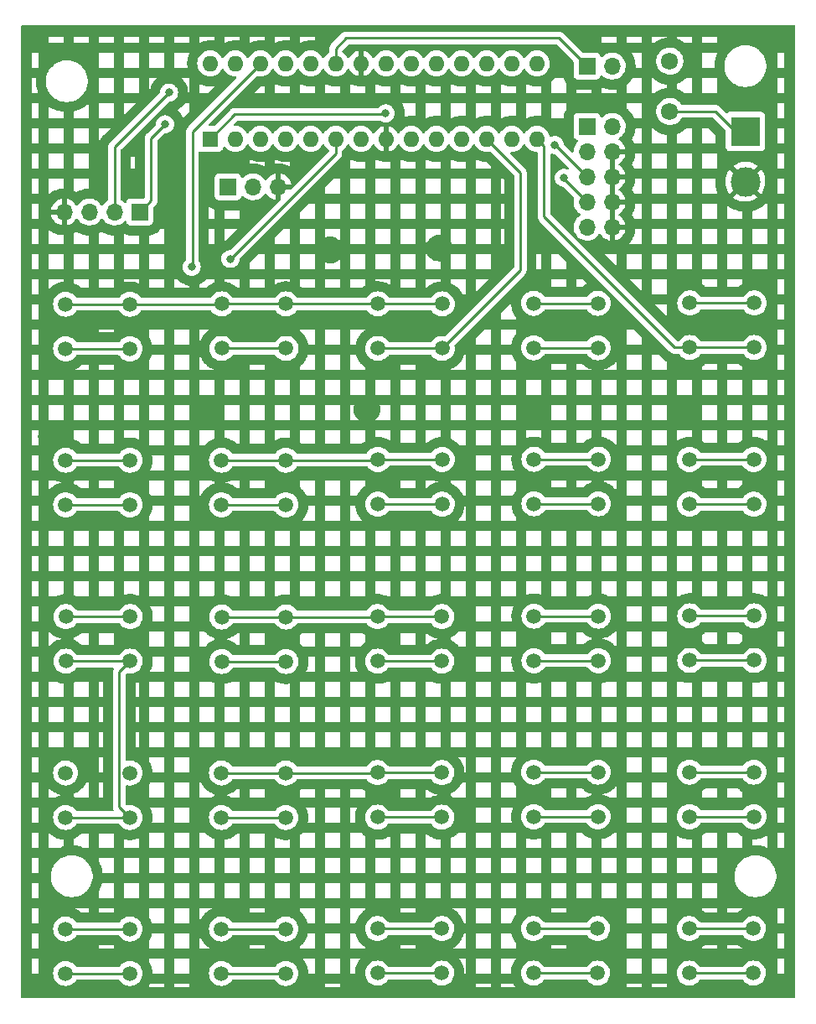
<source format=gbr>
%TF.GenerationSoftware,KiCad,Pcbnew,(6.0.1)*%
%TF.CreationDate,2023-04-26T14:09:52-06:00*%
%TF.ProjectId,Device_Design,44657669-6365-45f4-9465-7369676e2e6b,02*%
%TF.SameCoordinates,Original*%
%TF.FileFunction,Copper,L2,Bot*%
%TF.FilePolarity,Positive*%
%FSLAX46Y46*%
G04 Gerber Fmt 4.6, Leading zero omitted, Abs format (unit mm)*
G04 Created by KiCad (PCBNEW (6.0.1)) date 2023-04-26 14:09:52*
%MOMM*%
%LPD*%
G01*
G04 APERTURE LIST*
%TA.AperFunction,ComponentPad*%
%ADD10C,1.507998*%
%TD*%
%TA.AperFunction,ComponentPad*%
%ADD11R,1.700000X1.700000*%
%TD*%
%TA.AperFunction,ComponentPad*%
%ADD12O,1.700000X1.700000*%
%TD*%
%TA.AperFunction,ComponentPad*%
%ADD13C,1.724000*%
%TD*%
%TA.AperFunction,ComponentPad*%
%ADD14R,3.000000X3.000000*%
%TD*%
%TA.AperFunction,ComponentPad*%
%ADD15C,3.000000*%
%TD*%
%TA.AperFunction,ComponentPad*%
%ADD16R,1.600000X1.600000*%
%TD*%
%TA.AperFunction,ComponentPad*%
%ADD17O,1.600000X1.600000*%
%TD*%
%TA.AperFunction,ViaPad*%
%ADD18C,0.800000*%
%TD*%
%TA.AperFunction,Conductor*%
%ADD19C,0.250000*%
%TD*%
G04 APERTURE END LIST*
D10*
%TO.P,SW27,1,1*%
%TO.N,Net-(SW12-Pad1)*%
X156269996Y-152096006D03*
X149769994Y-152096006D03*
%TO.P,SW27,2,2*%
%TO.N,Net-(R11-Pad1)*%
X149769994Y-156596007D03*
X156269996Y-156596007D03*
%TD*%
%TO.P,SW26,1,1*%
%TO.N,Net-(SW11-Pad1)*%
X156299998Y-136314005D03*
X149799996Y-136314005D03*
%TO.P,SW26,2,2*%
%TO.N,Net-(R11-Pad1)*%
X149799996Y-140814006D03*
X156299998Y-140814006D03*
%TD*%
%TO.P,SW25,1,1*%
%TO.N,Net-(SW10-Pad1)*%
X156330000Y-120532004D03*
X149829998Y-120532004D03*
%TO.P,SW25,2,2*%
%TO.N,Net-(R11-Pad1)*%
X149829998Y-125032005D03*
X156330000Y-125032005D03*
%TD*%
%TO.P,SW24,1,1*%
%TO.N,Net-(SW14-Pad1)*%
X156299998Y-104750003D03*
X149799996Y-104750003D03*
%TO.P,SW24,2,2*%
%TO.N,Net-(R11-Pad1)*%
X149799996Y-109250004D03*
X156299998Y-109250004D03*
%TD*%
%TO.P,SW23,1,1*%
%TO.N,Net-(SW13-Pad1)*%
X156330000Y-88934001D03*
X149829998Y-88934001D03*
%TO.P,SW23,2,2*%
%TO.N,Net-(R11-Pad1)*%
X149829998Y-93434002D03*
X156330000Y-93434002D03*
%TD*%
%TO.P,SW22,1,1*%
%TO.N,Net-(SW12-Pad1)*%
X140521996Y-152096006D03*
X134021994Y-152096006D03*
%TO.P,SW22,2,2*%
%TO.N,Net-(R10-Pad1)*%
X134021994Y-156596007D03*
X140521996Y-156596007D03*
%TD*%
%TO.P,SW21,1,1*%
%TO.N,Net-(SW11-Pad1)*%
X140551998Y-136314005D03*
X134051996Y-136314005D03*
%TO.P,SW21,2,2*%
%TO.N,Net-(R10-Pad1)*%
X134051996Y-140814006D03*
X140551998Y-140814006D03*
%TD*%
%TO.P,SW20,1,1*%
%TO.N,Net-(SW10-Pad1)*%
X140582000Y-120566005D03*
X134081998Y-120566005D03*
%TO.P,SW20,2,2*%
%TO.N,Net-(R10-Pad1)*%
X134081998Y-125066006D03*
X140582000Y-125066006D03*
%TD*%
%TO.P,SW19,1,1*%
%TO.N,Net-(SW14-Pad1)*%
X140582000Y-104716002D03*
X134081998Y-104716002D03*
%TO.P,SW19,2,2*%
%TO.N,Net-(R10-Pad1)*%
X134081998Y-109216003D03*
X140582000Y-109216003D03*
%TD*%
%TO.P,SW18,1,1*%
%TO.N,Net-(SW13-Pad1)*%
X140551998Y-88968002D03*
X134051996Y-88968002D03*
%TO.P,SW18,2,2*%
%TO.N,Net-(R10-Pad1)*%
X134051996Y-93468003D03*
X140551998Y-93468003D03*
%TD*%
%TO.P,SW17,1,1*%
%TO.N,Net-(SW12-Pad1)*%
X124773996Y-152096006D03*
X118273994Y-152096006D03*
%TO.P,SW17,2,2*%
%TO.N,Net-(R9-Pad1)*%
X118273994Y-156596007D03*
X124773996Y-156596007D03*
%TD*%
%TO.P,SW16,1,1*%
%TO.N,Net-(SW11-Pad1)*%
X124773996Y-136348006D03*
X118273994Y-136348006D03*
%TO.P,SW16,2,2*%
%TO.N,Net-(R9-Pad1)*%
X118273994Y-140848007D03*
X124773996Y-140848007D03*
%TD*%
%TO.P,SW15,1,1*%
%TO.N,Net-(SW10-Pad1)*%
X124773996Y-120600006D03*
X118273994Y-120600006D03*
%TO.P,SW15,2,2*%
%TO.N,Net-(R9-Pad1)*%
X118273994Y-125100007D03*
X124773996Y-125100007D03*
%TD*%
%TO.P,SW14,1,1*%
%TO.N,Net-(SW14-Pad1)*%
X124803998Y-104750003D03*
X118303996Y-104750003D03*
%TO.P,SW14,2,2*%
%TO.N,Net-(R9-Pad1)*%
X118303996Y-109250004D03*
X124803998Y-109250004D03*
%TD*%
%TO.P,SW13,1,1*%
%TO.N,Net-(SW13-Pad1)*%
X124803998Y-89036004D03*
X118303996Y-89036004D03*
%TO.P,SW13,2,2*%
%TO.N,Net-(R9-Pad1)*%
X118303996Y-93536005D03*
X124803998Y-93536005D03*
%TD*%
%TO.P,SW12,1,1*%
%TO.N,Net-(SW12-Pad1)*%
X108995994Y-152130007D03*
X102495992Y-152130007D03*
%TO.P,SW12,2,2*%
%TO.N,Net-(R8-Pad1)*%
X102495992Y-156630008D03*
X108995994Y-156630008D03*
%TD*%
%TO.P,SW11,1,1*%
%TO.N,Net-(SW11-Pad1)*%
X108995994Y-136382007D03*
X102495992Y-136382007D03*
%TO.P,SW11,2,2*%
%TO.N,Net-(R8-Pad1)*%
X102495992Y-140882008D03*
X108995994Y-140882008D03*
%TD*%
%TO.P,SW10,1,1*%
%TO.N,Net-(SW10-Pad1)*%
X109025996Y-120634007D03*
X102525994Y-120634007D03*
%TO.P,SW10,2,2*%
%TO.N,Net-(R8-Pad1)*%
X102525994Y-125134008D03*
X109025996Y-125134008D03*
%TD*%
%TO.P,SW9,1,1*%
%TO.N,Net-(SW14-Pad1)*%
X108995994Y-104818005D03*
X102495992Y-104818005D03*
%TO.P,SW9,2,2*%
%TO.N,Net-(R8-Pad1)*%
X102495992Y-109318006D03*
X108995994Y-109318006D03*
%TD*%
%TO.P,SW8,1,1*%
%TO.N,Net-(SW13-Pad1)*%
X109025996Y-89036004D03*
X102525994Y-89036004D03*
%TO.P,SW8,2,2*%
%TO.N,Net-(R8-Pad1)*%
X102525994Y-93536005D03*
X109025996Y-93536005D03*
%TD*%
%TO.P,SW7,1,1*%
%TO.N,Net-(SW12-Pad1)*%
X93247994Y-152130007D03*
X86747992Y-152130007D03*
%TO.P,SW7,2,2*%
%TO.N,Net-(R7-Pad1)*%
X86747992Y-156630008D03*
X93247994Y-156630008D03*
%TD*%
%TO.P,SW6,1,1*%
%TO.N,Net-(SW11-Pad1)*%
X93247994Y-136382007D03*
X86747992Y-136382007D03*
%TO.P,SW6,2,2*%
%TO.N,Net-(R7-Pad1)*%
X86747992Y-140882008D03*
X93247994Y-140882008D03*
%TD*%
%TO.P,SW5,1,1*%
%TO.N,Net-(SW10-Pad1)*%
X93277996Y-120600006D03*
X86777994Y-120600006D03*
%TO.P,SW5,2,2*%
%TO.N,Net-(R7-Pad1)*%
X86777994Y-125100007D03*
X93277996Y-125100007D03*
%TD*%
%TO.P,SW4,1,1*%
%TO.N,Net-(SW14-Pad1)*%
X93247994Y-104818005D03*
X86747992Y-104818005D03*
%TO.P,SW4,2,2*%
%TO.N,Net-(R7-Pad1)*%
X86747992Y-109318006D03*
X93247994Y-109318006D03*
%TD*%
%TO.P,SW3,1,1*%
%TO.N,Net-(SW13-Pad1)*%
X93247994Y-89070005D03*
X86747992Y-89070005D03*
%TO.P,SW3,2,2*%
%TO.N,Net-(R7-Pad1)*%
X86747992Y-93570006D03*
X93247994Y-93570006D03*
%TD*%
D11*
%TO.P,J5,1,Pin_1*%
%TO.N,Net-(J5-Pad1)*%
X103139000Y-77216000D03*
D12*
%TO.P,J5,2,Pin_2*%
%TO.N,Net-(J5-Pad2)*%
X105679000Y-77216000D03*
%TO.P,J5,3,Pin_3*%
%TO.N,GND*%
X108219000Y-77216000D03*
%TD*%
D13*
%TO.P,SW1,1,A*%
%TO.N,Net-(J2-Pad1)*%
X147803000Y-69596000D03*
%TO.P,SW1,2,B*%
%TO.N,Net-(C1-Pad1)*%
X147803000Y-64516000D03*
%TD*%
D11*
%TO.P,J4,1,Pin_1*%
%TO.N,Batt_mon*%
X139441000Y-65024000D03*
D12*
%TO.P,J4,2,Pin_2*%
%TO.N,Net-(C1-Pad1)*%
X141981000Y-65024000D03*
%TD*%
D11*
%TO.P,J3,1,Pin_1*%
%TO.N,Net-(J3-Pad1)*%
X139441000Y-71125000D03*
D12*
%TO.P,J3,2,Pin_2*%
%TO.N,+3V3*%
X141981000Y-71125000D03*
%TO.P,J3,3,Pin_3*%
%TO.N,unconnected-(J3-Pad3)*%
X139441000Y-73665000D03*
%TO.P,J3,4,Pin_4*%
%TO.N,GND*%
X141981000Y-73665000D03*
%TO.P,J3,5,Pin_5*%
%TO.N,Net-(J3-Pad5)*%
X139441000Y-76205000D03*
%TO.P,J3,6,Pin_6*%
%TO.N,GND*%
X141981000Y-76205000D03*
%TO.P,J3,7,Pin_7*%
%TO.N,Net-(J3-Pad7)*%
X139441000Y-78745000D03*
%TO.P,J3,8,Pin_8*%
%TO.N,GND*%
X141981000Y-78745000D03*
%TO.P,J3,9,Pin_9*%
%TO.N,Net-(J3-Pad9)*%
X139441000Y-81285000D03*
%TO.P,J3,10,Pin_10*%
%TO.N,GND*%
X141981000Y-81285000D03*
%TD*%
D14*
%TO.P,J2,1,Pin_1*%
%TO.N,Net-(J2-Pad1)*%
X155448000Y-71628000D03*
D15*
%TO.P,J2,2,Pin_2*%
%TO.N,GND*%
X155448000Y-76708000D03*
%TD*%
D16*
%TO.P,U1,1,~{RESET}/PC6*%
%TO.N,Net-(J3-Pad5)*%
X101356000Y-72380000D03*
D17*
%TO.P,U1,2,PD0*%
%TO.N,Net-(J5-Pad1)*%
X103896000Y-72380000D03*
%TO.P,U1,3,PD1*%
%TO.N,Net-(J5-Pad2)*%
X106436000Y-72380000D03*
%TO.P,U1,4,PD2*%
%TO.N,Net-(SW11-Pad1)*%
X108976000Y-72380000D03*
%TO.P,U1,5,PD3*%
%TO.N,Net-(SW12-Pad1)*%
X111516000Y-72380000D03*
%TO.P,U1,6,PD4*%
%TO.N,Net-(R7-Pad1)*%
X114056000Y-72380000D03*
%TO.P,U1,7,VCC*%
%TO.N,+3V3*%
X116596000Y-72380000D03*
%TO.P,U1,8,GND*%
%TO.N,GND*%
X119136000Y-72380000D03*
%TO.P,U1,9,XTAL1/PB6*%
%TO.N,Net-(C2-Pad1)*%
X121676000Y-72380000D03*
%TO.P,U1,10,XTAL2/PB7*%
%TO.N,Net-(C3-Pad1)*%
X124216000Y-72380000D03*
%TO.P,U1,11,PD5*%
%TO.N,Net-(R8-Pad1)*%
X126756000Y-72380000D03*
%TO.P,U1,12,PD6*%
%TO.N,Net-(R9-Pad1)*%
X129296000Y-72380000D03*
%TO.P,U1,13,PD7*%
%TO.N,Net-(R10-Pad1)*%
X131836000Y-72380000D03*
%TO.P,U1,14,PB0*%
%TO.N,Net-(R11-Pad1)*%
X134376000Y-72380000D03*
%TO.P,U1,15,PB1*%
%TO.N,Net-(R1-Pad2)*%
X134376000Y-64760000D03*
%TO.P,U1,16,PB2*%
%TO.N,unconnected-(U1-Pad16)*%
X131836000Y-64760000D03*
%TO.P,U1,17,PB3*%
%TO.N,Net-(J3-Pad1)*%
X129296000Y-64760000D03*
%TO.P,U1,18,PB4*%
%TO.N,Net-(J3-Pad9)*%
X126756000Y-64760000D03*
%TO.P,U1,19,PB5*%
%TO.N,Net-(J3-Pad7)*%
X124216000Y-64760000D03*
%TO.P,U1,20,AVCC*%
%TO.N,+3V3*%
X121676000Y-64760000D03*
%TO.P,U1,21,AREF*%
X119136000Y-64760000D03*
%TO.P,U1,22,GND*%
%TO.N,GND*%
X116596000Y-64760000D03*
%TO.P,U1,23,PC0*%
%TO.N,Batt_mon*%
X114056000Y-64760000D03*
%TO.P,U1,24,PC1*%
%TO.N,Net-(SW13-Pad1)*%
X111516000Y-64760000D03*
%TO.P,U1,25,PC2*%
%TO.N,Net-(SW14-Pad1)*%
X108976000Y-64760000D03*
%TO.P,U1,26,PC3*%
%TO.N,Net-(SW10-Pad1)*%
X106436000Y-64760000D03*
%TO.P,U1,27,PC4*%
%TO.N,SDA*%
X103896000Y-64760000D03*
%TO.P,U1,28,PC5*%
%TO.N,SCL*%
X101356000Y-64760000D03*
%TD*%
D11*
%TO.P,J1,1,Pin_1*%
%TO.N,SDA*%
X94224000Y-79756000D03*
D12*
%TO.P,J1,2,Pin_2*%
%TO.N,SCL*%
X91684000Y-79756000D03*
%TO.P,J1,3,Pin_3*%
%TO.N,+3V3*%
X89144000Y-79756000D03*
%TO.P,J1,4,Pin_4*%
%TO.N,GND*%
X86604000Y-79756000D03*
%TD*%
D18*
%TO.N,GND*%
X85300000Y-102400000D03*
X101400000Y-100100000D03*
X117200000Y-99700000D03*
X133700000Y-99800000D03*
X149700000Y-99800000D03*
X113500000Y-83600000D03*
X124500000Y-83400000D03*
X94000000Y-72900000D03*
%TO.N,SCL*%
X97200000Y-67700000D03*
%TO.N,SDA*%
X96800000Y-70900000D03*
%TO.N,Net-(J3-Pad5)*%
X136200000Y-73000000D03*
X119100000Y-69800000D03*
%TO.N,Net-(R7-Pad1)*%
X103400000Y-84500000D03*
%TO.N,Net-(J3-Pad7)*%
X137100000Y-76300000D03*
%TO.N,Net-(SW10-Pad1)*%
X99500000Y-85300000D03*
%TD*%
D19*
%TO.N,Net-(J2-Pad1)*%
X147803000Y-69596000D02*
X152400000Y-69596000D01*
X152400000Y-69596000D02*
X154432000Y-71628000D01*
X154432000Y-71628000D02*
X155448000Y-71628000D01*
%TO.N,SCL*%
X91684000Y-73216000D02*
X91684000Y-79756000D01*
X97200000Y-67700000D02*
X91684000Y-73216000D01*
%TO.N,SDA*%
X95400000Y-72300000D02*
X95400000Y-78580000D01*
X96800000Y-70900000D02*
X95400000Y-72300000D01*
X95400000Y-78580000D02*
X94224000Y-79756000D01*
%TO.N,Net-(J3-Pad5)*%
X136236000Y-73000000D02*
X136200000Y-73000000D01*
X103836000Y-69900000D02*
X101356000Y-72380000D01*
X119100000Y-69800000D02*
X119000000Y-69900000D01*
X119000000Y-69900000D02*
X103836000Y-69900000D01*
X139441000Y-76205000D02*
X136236000Y-73000000D01*
%TO.N,Net-(R7-Pad1)*%
X92169484Y-139803498D02*
X92169484Y-126208519D01*
X93247994Y-140882008D02*
X92169484Y-139803498D01*
X92169484Y-126208519D02*
X93277996Y-125100007D01*
X86747992Y-109318006D02*
X93247994Y-109318006D01*
X86747992Y-93570006D02*
X93247994Y-93570006D01*
X86747992Y-140882008D02*
X93247994Y-140882008D01*
X114056000Y-73844000D02*
X114056000Y-72380000D01*
X86777994Y-125100007D02*
X93277996Y-125100007D01*
X103400000Y-84500000D02*
X114056000Y-73844000D01*
X86747992Y-156630008D02*
X93247994Y-156630008D01*
%TO.N,Net-(R8-Pad1)*%
X102525994Y-125134008D02*
X109025996Y-125134008D01*
X102495992Y-109318006D02*
X108995994Y-109318006D01*
X102525994Y-93536005D02*
X109025996Y-93536005D01*
X102495992Y-156630008D02*
X108995994Y-156630008D01*
X102495992Y-140882008D02*
X108995994Y-140882008D01*
%TO.N,Net-(R9-Pad1)*%
X118273994Y-156596007D02*
X124773996Y-156596007D01*
X118303996Y-109250004D02*
X124803998Y-109250004D01*
X118273994Y-140848007D02*
X124773996Y-140848007D01*
X124803998Y-93536005D02*
X132700000Y-85640003D01*
X118273994Y-125100007D02*
X124773996Y-125100007D01*
X132700000Y-75784000D02*
X129296000Y-72380000D01*
X132700000Y-85640003D02*
X132700000Y-75784000D01*
X118303996Y-93536005D02*
X124803998Y-93536005D01*
%TO.N,Net-(R10-Pad1)*%
X134051996Y-140814006D02*
X140551998Y-140814006D01*
X134081998Y-109216003D02*
X140582000Y-109216003D01*
X134051996Y-93468003D02*
X140551998Y-93468003D01*
X134021994Y-156596007D02*
X140521996Y-156596007D01*
X134081998Y-125066006D02*
X140582000Y-125066006D01*
%TO.N,Net-(R11-Pad1)*%
X149769994Y-156596007D02*
X156269996Y-156596007D01*
X148298002Y-93434002D02*
X135100000Y-80236000D01*
X149799996Y-109250004D02*
X156299998Y-109250004D01*
X149799996Y-140814006D02*
X156299998Y-140814006D01*
X149829998Y-125032005D02*
X156330000Y-125032005D01*
X149829998Y-93434002D02*
X148298002Y-93434002D01*
X149829998Y-93434002D02*
X156330000Y-93434002D01*
X135100000Y-73104000D02*
X134376000Y-72380000D01*
X135100000Y-80236000D02*
X135100000Y-73104000D01*
%TO.N,Net-(SW13-Pad1)*%
X118303996Y-89036004D02*
X124803998Y-89036004D01*
X102525994Y-89036004D02*
X109025996Y-89036004D01*
X149829998Y-88934001D02*
X156330000Y-88934001D01*
X134051996Y-88968002D02*
X140551998Y-88968002D01*
X109025996Y-89036004D02*
X118303996Y-89036004D01*
X93247994Y-89070005D02*
X102491993Y-89070005D01*
X86747992Y-89070005D02*
X93247994Y-89070005D01*
%TO.N,Net-(SW14-Pad1)*%
X118303996Y-104750003D02*
X124803998Y-104750003D01*
X149799996Y-104750003D02*
X156299998Y-104750003D01*
X134081998Y-104716002D02*
X140582000Y-104716002D01*
X102495992Y-104818005D02*
X108995994Y-104818005D01*
X108995994Y-104818005D02*
X118235994Y-104818005D01*
X86747992Y-104818005D02*
X93247994Y-104818005D01*
%TO.N,Net-(J3-Pad7)*%
X139441000Y-78745000D02*
X137100000Y-76404000D01*
X137100000Y-76404000D02*
X137100000Y-76300000D01*
%TO.N,Net-(SW10-Pad1)*%
X134081998Y-120566005D02*
X140582000Y-120566005D01*
X118273994Y-120600006D02*
X124773996Y-120600006D01*
X86777994Y-120600006D02*
X93277996Y-120600006D01*
X102525994Y-120634007D02*
X109025996Y-120634007D01*
X99500000Y-85300000D02*
X99568000Y-85232000D01*
X99568000Y-85232000D02*
X99568000Y-71628000D01*
X99568000Y-71628000D02*
X106436000Y-64760000D01*
X109025996Y-120634007D02*
X118239993Y-120634007D01*
X149829998Y-120532004D02*
X156330000Y-120532004D01*
%TO.N,Net-(SW11-Pad1)*%
X134051996Y-136314005D02*
X140551998Y-136314005D01*
X102495992Y-136382007D02*
X108995994Y-136382007D01*
X149799996Y-136314005D02*
X156299998Y-136314005D01*
X108995994Y-136382007D02*
X118239993Y-136382007D01*
X118273994Y-136348006D02*
X124773996Y-136348006D01*
%TO.N,Batt_mon*%
X114056000Y-63236000D02*
X114056000Y-64760000D01*
X139441000Y-65024000D02*
X136617000Y-62200000D01*
X115092000Y-62200000D02*
X114056000Y-63236000D01*
X136617000Y-62200000D02*
X115092000Y-62200000D01*
%TO.N,Net-(SW12-Pad1)*%
X86747992Y-152130007D02*
X93247994Y-152130007D01*
X134021994Y-152096006D02*
X140521996Y-152096006D01*
X102495992Y-152130007D02*
X108995994Y-152130007D01*
X149769994Y-152096006D02*
X156269996Y-152096006D01*
X118273994Y-152096006D02*
X124773996Y-152096006D01*
%TD*%
%TA.AperFunction,Conductor*%
%TO.N,GND*%
G36*
X160434121Y-60920002D02*
G01*
X160480614Y-60973658D01*
X160492000Y-61026000D01*
X160492000Y-159022000D01*
X160471998Y-159090121D01*
X160418342Y-159136614D01*
X160366000Y-159148000D01*
X82334000Y-159148000D01*
X82265879Y-159127998D01*
X82219386Y-159074342D01*
X82208000Y-159022000D01*
X82208000Y-158006000D01*
X95160000Y-158006000D01*
X96686000Y-158006000D01*
X97700000Y-158006000D01*
X99226000Y-158006000D01*
X112940000Y-158006000D01*
X114466000Y-158006000D01*
X128180000Y-158006000D01*
X129706000Y-158006000D01*
X130720000Y-158006000D01*
X132230962Y-158006000D01*
X143420000Y-158006000D01*
X144946000Y-158006000D01*
X145960000Y-158006000D01*
X147486000Y-158006000D01*
X147486000Y-157672000D01*
X145960000Y-157672000D01*
X145960000Y-158006000D01*
X144946000Y-158006000D01*
X144946000Y-157672000D01*
X143420000Y-157672000D01*
X143420000Y-158006000D01*
X132230962Y-158006000D01*
X132223801Y-157996668D01*
X132220549Y-157992233D01*
X132093841Y-157811275D01*
X132090787Y-157806704D01*
X132055073Y-157750645D01*
X132052221Y-157745946D01*
X132041239Y-157726925D01*
X132038594Y-157722104D01*
X132012512Y-157672000D01*
X130720000Y-157672000D01*
X130720000Y-158006000D01*
X129706000Y-158006000D01*
X129706000Y-157672000D01*
X128180000Y-157672000D01*
X128180000Y-158006000D01*
X114466000Y-158006000D01*
X114466000Y-157672000D01*
X112940000Y-157672000D01*
X112940000Y-158006000D01*
X99226000Y-158006000D01*
X99226000Y-157672000D01*
X97700000Y-157672000D01*
X97700000Y-158006000D01*
X96686000Y-158006000D01*
X96686000Y-157672000D01*
X95273944Y-157672000D01*
X95264523Y-157692204D01*
X95262092Y-157697134D01*
X95231394Y-157756105D01*
X95228749Y-157760926D01*
X95217767Y-157779947D01*
X95214915Y-157784646D01*
X95179201Y-157840705D01*
X95176147Y-157845275D01*
X95160000Y-157868336D01*
X95160000Y-158006000D01*
X82208000Y-158006000D01*
X82208000Y-156658000D01*
X83342000Y-156658000D01*
X83986000Y-156658000D01*
X83986000Y-156630008D01*
X85480670Y-156630008D01*
X85499923Y-156850076D01*
X85501347Y-156855389D01*
X85546566Y-157024147D01*
X85557099Y-157063458D01*
X85559421Y-157068439D01*
X85559422Y-157068440D01*
X85648133Y-157258682D01*
X85648136Y-157258687D01*
X85650459Y-157263669D01*
X85653615Y-157268176D01*
X85653616Y-157268178D01*
X85774005Y-157440111D01*
X85777167Y-157444627D01*
X85933373Y-157600833D01*
X85937881Y-157603990D01*
X85937884Y-157603992D01*
X86063864Y-157692204D01*
X86114331Y-157727541D01*
X86119313Y-157729864D01*
X86119318Y-157729867D01*
X86244678Y-157788323D01*
X86314542Y-157820901D01*
X86319850Y-157822323D01*
X86319852Y-157822324D01*
X86385244Y-157839846D01*
X86527924Y-157878077D01*
X86747992Y-157897330D01*
X86968060Y-157878077D01*
X87110740Y-157839846D01*
X87176132Y-157822324D01*
X87176134Y-157822323D01*
X87181442Y-157820901D01*
X87251306Y-157788323D01*
X87376666Y-157729867D01*
X87376671Y-157729864D01*
X87381653Y-157727541D01*
X87432120Y-157692204D01*
X87558100Y-157603992D01*
X87558103Y-157603990D01*
X87562611Y-157600833D01*
X87718817Y-157444627D01*
X87721976Y-157440116D01*
X87721980Y-157440111D01*
X87808016Y-157317238D01*
X87863473Y-157272909D01*
X87911229Y-157263508D01*
X92084757Y-157263508D01*
X92152878Y-157283510D01*
X92187970Y-157317238D01*
X92274006Y-157440111D01*
X92274010Y-157440116D01*
X92277169Y-157444627D01*
X92433375Y-157600833D01*
X92437883Y-157603990D01*
X92437886Y-157603992D01*
X92563866Y-157692204D01*
X92614333Y-157727541D01*
X92619315Y-157729864D01*
X92619320Y-157729867D01*
X92744680Y-157788323D01*
X92814544Y-157820901D01*
X92819852Y-157822323D01*
X92819854Y-157822324D01*
X92885246Y-157839846D01*
X93027926Y-157878077D01*
X93247994Y-157897330D01*
X93468062Y-157878077D01*
X93610742Y-157839846D01*
X93676134Y-157822324D01*
X93676136Y-157822323D01*
X93681444Y-157820901D01*
X93751308Y-157788323D01*
X93876668Y-157729867D01*
X93876673Y-157729864D01*
X93881655Y-157727541D01*
X93932122Y-157692204D01*
X94058102Y-157603992D01*
X94058105Y-157603990D01*
X94062613Y-157600833D01*
X94218819Y-157444627D01*
X94221982Y-157440111D01*
X94342370Y-157268178D01*
X94342371Y-157268176D01*
X94345527Y-157263669D01*
X94347850Y-157258687D01*
X94347853Y-157258682D01*
X94436564Y-157068440D01*
X94436565Y-157068439D01*
X94438887Y-157063458D01*
X94449421Y-157024147D01*
X94494639Y-156855389D01*
X94496063Y-156850076D01*
X94515316Y-156630008D01*
X94496063Y-156409940D01*
X94444562Y-156217736D01*
X94440310Y-156201868D01*
X94440309Y-156201866D01*
X94438887Y-156196558D01*
X94436564Y-156191576D01*
X94347853Y-156001334D01*
X94347850Y-156001329D01*
X94345527Y-155996347D01*
X94321832Y-155962507D01*
X94221978Y-155819900D01*
X94221976Y-155819897D01*
X94218819Y-155815389D01*
X94062613Y-155659183D01*
X94058105Y-155656026D01*
X94058102Y-155656024D01*
X93886164Y-155535632D01*
X93886162Y-155535631D01*
X93881655Y-155532475D01*
X93876673Y-155530152D01*
X93876668Y-155530149D01*
X93686426Y-155441438D01*
X93686425Y-155441437D01*
X93681444Y-155439115D01*
X93676136Y-155437693D01*
X93676134Y-155437692D01*
X93563221Y-155407437D01*
X93504416Y-155391680D01*
X95160000Y-155391680D01*
X95176147Y-155414741D01*
X95179201Y-155419311D01*
X95214915Y-155475370D01*
X95217767Y-155480069D01*
X95228749Y-155499090D01*
X95231394Y-155503911D01*
X95262092Y-155562882D01*
X95264523Y-155567812D01*
X95357883Y-155768023D01*
X95360096Y-155773053D01*
X95385536Y-155834468D01*
X95387529Y-155839593D01*
X95395041Y-155860232D01*
X95396809Y-155865439D01*
X95416798Y-155928837D01*
X95418336Y-155934114D01*
X95475512Y-156147496D01*
X95476818Y-156152836D01*
X95491206Y-156217736D01*
X95492279Y-156223127D01*
X95496093Y-156244757D01*
X95496929Y-156250191D01*
X95505606Y-156316102D01*
X95506205Y-156321567D01*
X95525458Y-156541635D01*
X95525817Y-156547119D01*
X95528717Y-156613530D01*
X95528837Y-156619027D01*
X95528837Y-156640989D01*
X95528717Y-156646486D01*
X95528214Y-156658000D01*
X96686000Y-156658000D01*
X97700000Y-156658000D01*
X99226000Y-156658000D01*
X99226000Y-156630008D01*
X101228670Y-156630008D01*
X101247923Y-156850076D01*
X101249347Y-156855389D01*
X101294566Y-157024147D01*
X101305099Y-157063458D01*
X101307421Y-157068439D01*
X101307422Y-157068440D01*
X101396133Y-157258682D01*
X101396136Y-157258687D01*
X101398459Y-157263669D01*
X101401615Y-157268176D01*
X101401616Y-157268178D01*
X101522005Y-157440111D01*
X101525167Y-157444627D01*
X101681373Y-157600833D01*
X101685881Y-157603990D01*
X101685884Y-157603992D01*
X101811864Y-157692204D01*
X101862331Y-157727541D01*
X101867313Y-157729864D01*
X101867318Y-157729867D01*
X101992678Y-157788323D01*
X102062542Y-157820901D01*
X102067850Y-157822323D01*
X102067852Y-157822324D01*
X102133244Y-157839846D01*
X102275924Y-157878077D01*
X102495992Y-157897330D01*
X102716060Y-157878077D01*
X102858740Y-157839846D01*
X102924132Y-157822324D01*
X102924134Y-157822323D01*
X102929442Y-157820901D01*
X102999306Y-157788323D01*
X103124666Y-157729867D01*
X103124671Y-157729864D01*
X103129653Y-157727541D01*
X103180120Y-157692204D01*
X103306100Y-157603992D01*
X103306103Y-157603990D01*
X103310611Y-157600833D01*
X103466817Y-157444627D01*
X103469976Y-157440116D01*
X103469980Y-157440111D01*
X103556016Y-157317238D01*
X103611473Y-157272909D01*
X103659229Y-157263508D01*
X107832757Y-157263508D01*
X107900878Y-157283510D01*
X107935970Y-157317238D01*
X108022006Y-157440111D01*
X108022010Y-157440116D01*
X108025169Y-157444627D01*
X108181375Y-157600833D01*
X108185883Y-157603990D01*
X108185886Y-157603992D01*
X108311866Y-157692204D01*
X108362333Y-157727541D01*
X108367315Y-157729864D01*
X108367320Y-157729867D01*
X108492680Y-157788323D01*
X108562544Y-157820901D01*
X108567852Y-157822323D01*
X108567854Y-157822324D01*
X108633246Y-157839846D01*
X108775926Y-157878077D01*
X108995994Y-157897330D01*
X109216062Y-157878077D01*
X109358742Y-157839846D01*
X109424134Y-157822324D01*
X109424136Y-157822323D01*
X109429444Y-157820901D01*
X109499308Y-157788323D01*
X109624668Y-157729867D01*
X109624673Y-157729864D01*
X109629655Y-157727541D01*
X109680122Y-157692204D01*
X109806102Y-157603992D01*
X109806105Y-157603990D01*
X109810613Y-157600833D01*
X109966819Y-157444627D01*
X109969982Y-157440111D01*
X110090370Y-157268178D01*
X110090371Y-157268176D01*
X110093527Y-157263669D01*
X110095850Y-157258687D01*
X110095853Y-157258682D01*
X110184564Y-157068440D01*
X110184565Y-157068439D01*
X110186887Y-157063458D01*
X110197421Y-157024147D01*
X110242639Y-156855389D01*
X110244063Y-156850076D01*
X110263316Y-156630008D01*
X110244063Y-156409940D01*
X110192562Y-156217736D01*
X110188310Y-156201868D01*
X110188309Y-156201866D01*
X110186887Y-156196558D01*
X110184564Y-156191576D01*
X110095853Y-156001334D01*
X110095850Y-156001329D01*
X110093527Y-155996347D01*
X110069832Y-155962507D01*
X109969978Y-155819900D01*
X109969976Y-155819897D01*
X109966819Y-155815389D01*
X109810613Y-155659183D01*
X109806105Y-155656026D01*
X109806102Y-155656024D01*
X109634164Y-155535632D01*
X109634162Y-155535631D01*
X109629655Y-155532475D01*
X109624673Y-155530152D01*
X109624668Y-155530149D01*
X109434426Y-155441438D01*
X109434425Y-155441437D01*
X109429444Y-155439115D01*
X109424136Y-155437693D01*
X109424134Y-155437692D01*
X109311221Y-155407437D01*
X109216062Y-155381939D01*
X108995994Y-155362686D01*
X108775926Y-155381939D01*
X108680767Y-155407437D01*
X108567854Y-155437692D01*
X108567852Y-155437693D01*
X108562544Y-155439115D01*
X108557563Y-155441437D01*
X108557562Y-155441438D01*
X108367320Y-155530149D01*
X108367315Y-155530152D01*
X108362333Y-155532475D01*
X108357826Y-155535631D01*
X108357824Y-155535632D01*
X108185886Y-155656024D01*
X108185883Y-155656026D01*
X108181375Y-155659183D01*
X108025169Y-155815389D01*
X108022011Y-155819899D01*
X108022006Y-155819905D01*
X107935970Y-155942778D01*
X107880513Y-155987107D01*
X107832757Y-155996508D01*
X103659229Y-155996508D01*
X103591108Y-155976506D01*
X103556016Y-155942778D01*
X103469980Y-155819905D01*
X103469975Y-155819899D01*
X103466817Y-155815389D01*
X103310611Y-155659183D01*
X103306103Y-155656026D01*
X103306100Y-155656024D01*
X103134162Y-155535632D01*
X103134160Y-155535631D01*
X103129653Y-155532475D01*
X103124671Y-155530152D01*
X103124666Y-155530149D01*
X102934424Y-155441438D01*
X102934423Y-155441437D01*
X102929442Y-155439115D01*
X102924134Y-155437693D01*
X102924132Y-155437692D01*
X102811219Y-155407437D01*
X102716060Y-155381939D01*
X102495992Y-155362686D01*
X102275924Y-155381939D01*
X102180765Y-155407437D01*
X102067852Y-155437692D01*
X102067850Y-155437693D01*
X102062542Y-155439115D01*
X102057561Y-155441437D01*
X102057560Y-155441438D01*
X101867318Y-155530149D01*
X101867313Y-155530152D01*
X101862331Y-155532475D01*
X101857824Y-155535631D01*
X101857822Y-155535632D01*
X101685884Y-155656024D01*
X101685881Y-155656026D01*
X101681373Y-155659183D01*
X101525167Y-155815389D01*
X101522010Y-155819897D01*
X101522008Y-155819900D01*
X101422154Y-155962507D01*
X101398459Y-155996347D01*
X101396136Y-156001329D01*
X101396133Y-156001334D01*
X101307422Y-156191576D01*
X101305099Y-156196558D01*
X101303677Y-156201866D01*
X101303676Y-156201868D01*
X101299424Y-156217736D01*
X101247923Y-156409940D01*
X101228670Y-156630008D01*
X99226000Y-156630008D01*
X99226000Y-155132000D01*
X110714792Y-155132000D01*
X110732518Y-155151344D01*
X110736142Y-155155475D01*
X110750260Y-155172299D01*
X110753702Y-155176588D01*
X110794187Y-155229347D01*
X110797439Y-155233782D01*
X110924147Y-155414740D01*
X110927201Y-155419311D01*
X110962915Y-155475370D01*
X110965767Y-155480069D01*
X110976749Y-155499090D01*
X110979394Y-155503911D01*
X111010092Y-155562882D01*
X111012523Y-155567812D01*
X111105883Y-155768023D01*
X111108096Y-155773053D01*
X111133536Y-155834468D01*
X111135529Y-155839593D01*
X111143041Y-155860232D01*
X111144809Y-155865439D01*
X111164798Y-155928837D01*
X111166336Y-155934114D01*
X111223512Y-156147496D01*
X111224818Y-156152836D01*
X111239206Y-156217736D01*
X111240279Y-156223127D01*
X111244093Y-156244757D01*
X111244929Y-156250191D01*
X111253606Y-156316102D01*
X111254205Y-156321567D01*
X111273458Y-156541635D01*
X111273817Y-156547119D01*
X111276717Y-156613530D01*
X111276837Y-156619027D01*
X111276837Y-156640989D01*
X111276717Y-156646486D01*
X111276214Y-156658000D01*
X111926000Y-156658000D01*
X112940000Y-156658000D01*
X114466000Y-156658000D01*
X115480000Y-156658000D01*
X115995259Y-156658000D01*
X115993271Y-156612485D01*
X115993151Y-156606988D01*
X115993151Y-156596007D01*
X117006672Y-156596007D01*
X117025925Y-156816075D01*
X117083101Y-157029457D01*
X117085423Y-157034438D01*
X117085424Y-157034439D01*
X117174135Y-157224681D01*
X117174138Y-157224686D01*
X117176461Y-157229668D01*
X117179617Y-157234175D01*
X117179618Y-157234177D01*
X117300007Y-157406110D01*
X117303169Y-157410626D01*
X117459375Y-157566832D01*
X117463883Y-157569989D01*
X117463886Y-157569991D01*
X117635824Y-157690383D01*
X117640333Y-157693540D01*
X117645315Y-157695863D01*
X117645320Y-157695866D01*
X117825633Y-157779947D01*
X117840544Y-157786900D01*
X117845852Y-157788322D01*
X117845854Y-157788323D01*
X117911246Y-157805845D01*
X118053926Y-157844076D01*
X118273994Y-157863329D01*
X118494062Y-157844076D01*
X118636742Y-157805845D01*
X118702134Y-157788323D01*
X118702136Y-157788322D01*
X118707444Y-157786900D01*
X118722355Y-157779947D01*
X118902668Y-157695866D01*
X118902673Y-157695863D01*
X118907655Y-157693540D01*
X118912164Y-157690383D01*
X119084102Y-157569991D01*
X119084105Y-157569989D01*
X119088613Y-157566832D01*
X119244819Y-157410626D01*
X119247978Y-157406115D01*
X119247982Y-157406110D01*
X119334018Y-157283237D01*
X119389475Y-157238908D01*
X119437231Y-157229507D01*
X123610759Y-157229507D01*
X123678880Y-157249509D01*
X123713972Y-157283237D01*
X123800008Y-157406110D01*
X123800012Y-157406115D01*
X123803171Y-157410626D01*
X123959377Y-157566832D01*
X123963885Y-157569989D01*
X123963888Y-157569991D01*
X124135826Y-157690383D01*
X124140335Y-157693540D01*
X124145317Y-157695863D01*
X124145322Y-157695866D01*
X124325635Y-157779947D01*
X124340546Y-157786900D01*
X124345854Y-157788322D01*
X124345856Y-157788323D01*
X124411248Y-157805845D01*
X124553928Y-157844076D01*
X124773996Y-157863329D01*
X124994064Y-157844076D01*
X125136744Y-157805845D01*
X125202136Y-157788323D01*
X125202138Y-157788322D01*
X125207446Y-157786900D01*
X125222357Y-157779947D01*
X125402670Y-157695866D01*
X125402675Y-157695863D01*
X125407657Y-157693540D01*
X125412166Y-157690383D01*
X125584104Y-157569991D01*
X125584107Y-157569989D01*
X125588615Y-157566832D01*
X125744821Y-157410626D01*
X125747984Y-157406110D01*
X125868372Y-157234177D01*
X125868373Y-157234175D01*
X125871529Y-157229668D01*
X125873852Y-157224686D01*
X125873855Y-157224681D01*
X125962566Y-157034439D01*
X125962567Y-157034438D01*
X125964889Y-157029457D01*
X126022065Y-156816075D01*
X126041318Y-156596007D01*
X126022065Y-156375939D01*
X125977804Y-156210756D01*
X125966312Y-156167867D01*
X125966311Y-156167865D01*
X125964889Y-156162557D01*
X125942011Y-156113495D01*
X125873855Y-155967333D01*
X125873852Y-155967328D01*
X125871529Y-155962346D01*
X125865059Y-155953106D01*
X125747980Y-155785899D01*
X125747978Y-155785896D01*
X125744821Y-155781388D01*
X125588615Y-155625182D01*
X125584107Y-155622025D01*
X125584104Y-155622023D01*
X125412166Y-155501631D01*
X125412164Y-155501630D01*
X125407657Y-155498474D01*
X125402675Y-155496151D01*
X125402670Y-155496148D01*
X125212428Y-155407437D01*
X125212427Y-155407436D01*
X125207446Y-155405114D01*
X125202138Y-155403692D01*
X125202136Y-155403691D01*
X125050891Y-155363165D01*
X124994064Y-155347938D01*
X124773996Y-155328685D01*
X124553928Y-155347938D01*
X124497101Y-155363165D01*
X124345856Y-155403691D01*
X124345854Y-155403692D01*
X124340546Y-155405114D01*
X124335565Y-155407436D01*
X124335564Y-155407437D01*
X124145322Y-155496148D01*
X124145317Y-155496151D01*
X124140335Y-155498474D01*
X124135828Y-155501630D01*
X124135826Y-155501631D01*
X123963888Y-155622023D01*
X123963885Y-155622025D01*
X123959377Y-155625182D01*
X123803171Y-155781388D01*
X123800013Y-155785898D01*
X123800008Y-155785904D01*
X123713972Y-155908777D01*
X123658515Y-155953106D01*
X123610759Y-155962507D01*
X119437231Y-155962507D01*
X119369110Y-155942505D01*
X119334018Y-155908777D01*
X119247982Y-155785904D01*
X119247977Y-155785898D01*
X119244819Y-155781388D01*
X119088613Y-155625182D01*
X119084105Y-155622025D01*
X119084102Y-155622023D01*
X118912164Y-155501631D01*
X118912162Y-155501630D01*
X118907655Y-155498474D01*
X118902673Y-155496151D01*
X118902668Y-155496148D01*
X118712426Y-155407437D01*
X118712425Y-155407436D01*
X118707444Y-155405114D01*
X118702136Y-155403692D01*
X118702134Y-155403691D01*
X118550889Y-155363165D01*
X118494062Y-155347938D01*
X118273994Y-155328685D01*
X118053926Y-155347938D01*
X117997099Y-155363165D01*
X117845854Y-155403691D01*
X117845852Y-155403692D01*
X117840544Y-155405114D01*
X117835563Y-155407436D01*
X117835562Y-155407437D01*
X117645320Y-155496148D01*
X117645315Y-155496151D01*
X117640333Y-155498474D01*
X117635826Y-155501630D01*
X117635824Y-155501631D01*
X117463886Y-155622023D01*
X117463883Y-155622025D01*
X117459375Y-155625182D01*
X117303169Y-155781388D01*
X117300012Y-155785896D01*
X117300010Y-155785899D01*
X117182931Y-155953106D01*
X117176461Y-155962346D01*
X117174138Y-155967328D01*
X117174135Y-155967333D01*
X117105979Y-156113495D01*
X117083101Y-156162557D01*
X117081679Y-156167865D01*
X117081678Y-156167867D01*
X117070186Y-156210756D01*
X117025925Y-156375939D01*
X117006672Y-156596007D01*
X115993151Y-156596007D01*
X115993151Y-156585026D01*
X115993271Y-156579529D01*
X115996171Y-156513118D01*
X115996530Y-156507634D01*
X116015783Y-156287566D01*
X116016382Y-156282101D01*
X116025059Y-156216190D01*
X116025895Y-156210756D01*
X116029709Y-156189126D01*
X116030782Y-156183735D01*
X116045170Y-156118835D01*
X116046476Y-156113495D01*
X116103652Y-155900113D01*
X116105190Y-155894836D01*
X116125179Y-155831438D01*
X116126947Y-155826231D01*
X116134459Y-155805592D01*
X116136452Y-155800467D01*
X116161892Y-155739052D01*
X116164105Y-155734022D01*
X116257465Y-155533811D01*
X116259896Y-155528881D01*
X116290594Y-155469910D01*
X116293239Y-155465089D01*
X116304221Y-155446068D01*
X116307073Y-155441369D01*
X116342787Y-155385310D01*
X116345841Y-155380739D01*
X116472549Y-155199781D01*
X116475801Y-155195346D01*
X116516286Y-155142587D01*
X116519728Y-155138298D01*
X116525013Y-155132000D01*
X126522977Y-155132000D01*
X126528262Y-155138298D01*
X126531704Y-155142587D01*
X126572189Y-155195346D01*
X126575441Y-155199781D01*
X126702149Y-155380739D01*
X126705203Y-155385310D01*
X126740917Y-155441369D01*
X126743769Y-155446068D01*
X126754751Y-155465089D01*
X126757396Y-155469910D01*
X126788094Y-155528881D01*
X126790525Y-155533811D01*
X126883885Y-155734022D01*
X126886098Y-155739052D01*
X126911538Y-155800467D01*
X126913531Y-155805592D01*
X126921043Y-155826231D01*
X126922811Y-155831438D01*
X126942800Y-155894836D01*
X126944338Y-155900113D01*
X127001514Y-156113495D01*
X127002820Y-156118835D01*
X127017208Y-156183735D01*
X127018281Y-156189126D01*
X127022095Y-156210756D01*
X127022931Y-156216190D01*
X127031608Y-156282101D01*
X127032207Y-156287566D01*
X127051460Y-156507634D01*
X127051819Y-156513118D01*
X127054719Y-156579529D01*
X127054839Y-156585026D01*
X127054839Y-156606988D01*
X127054719Y-156612485D01*
X127052731Y-156658000D01*
X127166000Y-156658000D01*
X128180000Y-156658000D01*
X129706000Y-156658000D01*
X130720000Y-156658000D01*
X131743259Y-156658000D01*
X131741271Y-156612485D01*
X131741151Y-156606988D01*
X131741151Y-156596007D01*
X132754672Y-156596007D01*
X132773925Y-156816075D01*
X132831101Y-157029457D01*
X132833423Y-157034438D01*
X132833424Y-157034439D01*
X132922135Y-157224681D01*
X132922138Y-157224686D01*
X132924461Y-157229668D01*
X132927617Y-157234175D01*
X132927618Y-157234177D01*
X133048007Y-157406110D01*
X133051169Y-157410626D01*
X133207375Y-157566832D01*
X133211883Y-157569989D01*
X133211886Y-157569991D01*
X133383824Y-157690383D01*
X133388333Y-157693540D01*
X133393315Y-157695863D01*
X133393320Y-157695866D01*
X133573633Y-157779947D01*
X133588544Y-157786900D01*
X133593852Y-157788322D01*
X133593854Y-157788323D01*
X133659246Y-157805845D01*
X133801926Y-157844076D01*
X134021994Y-157863329D01*
X134242062Y-157844076D01*
X134384742Y-157805845D01*
X134450134Y-157788323D01*
X134450136Y-157788322D01*
X134455444Y-157786900D01*
X134470355Y-157779947D01*
X134650668Y-157695866D01*
X134650673Y-157695863D01*
X134655655Y-157693540D01*
X134660164Y-157690383D01*
X134832102Y-157569991D01*
X134832105Y-157569989D01*
X134836613Y-157566832D01*
X134992819Y-157410626D01*
X134995978Y-157406115D01*
X134995982Y-157406110D01*
X135082018Y-157283237D01*
X135137475Y-157238908D01*
X135185231Y-157229507D01*
X139358759Y-157229507D01*
X139426880Y-157249509D01*
X139461972Y-157283237D01*
X139548008Y-157406110D01*
X139548012Y-157406115D01*
X139551171Y-157410626D01*
X139707377Y-157566832D01*
X139711885Y-157569989D01*
X139711888Y-157569991D01*
X139883826Y-157690383D01*
X139888335Y-157693540D01*
X139893317Y-157695863D01*
X139893322Y-157695866D01*
X140073635Y-157779947D01*
X140088546Y-157786900D01*
X140093854Y-157788322D01*
X140093856Y-157788323D01*
X140159248Y-157805845D01*
X140301928Y-157844076D01*
X140521996Y-157863329D01*
X140742064Y-157844076D01*
X140884744Y-157805845D01*
X140950136Y-157788323D01*
X140950138Y-157788322D01*
X140955446Y-157786900D01*
X140970357Y-157779947D01*
X141150670Y-157695866D01*
X141150675Y-157695863D01*
X141155657Y-157693540D01*
X141160166Y-157690383D01*
X141332104Y-157569991D01*
X141332107Y-157569989D01*
X141336615Y-157566832D01*
X141492821Y-157410626D01*
X141495984Y-157406110D01*
X141616372Y-157234177D01*
X141616373Y-157234175D01*
X141619529Y-157229668D01*
X141621852Y-157224686D01*
X141621855Y-157224681D01*
X141710566Y-157034439D01*
X141710567Y-157034438D01*
X141712889Y-157029457D01*
X141770065Y-156816075D01*
X141783894Y-156658000D01*
X143420000Y-156658000D01*
X144946000Y-156658000D01*
X145960000Y-156658000D01*
X147486000Y-156658000D01*
X147486000Y-156596007D01*
X148502672Y-156596007D01*
X148521925Y-156816075D01*
X148579101Y-157029457D01*
X148581423Y-157034438D01*
X148581424Y-157034439D01*
X148670135Y-157224681D01*
X148670138Y-157224686D01*
X148672461Y-157229668D01*
X148675617Y-157234175D01*
X148675618Y-157234177D01*
X148796007Y-157406110D01*
X148799169Y-157410626D01*
X148955375Y-157566832D01*
X148959883Y-157569989D01*
X148959886Y-157569991D01*
X149131824Y-157690383D01*
X149136333Y-157693540D01*
X149141315Y-157695863D01*
X149141320Y-157695866D01*
X149321633Y-157779947D01*
X149336544Y-157786900D01*
X149341852Y-157788322D01*
X149341854Y-157788323D01*
X149407246Y-157805845D01*
X149549926Y-157844076D01*
X149769994Y-157863329D01*
X149990062Y-157844076D01*
X150132742Y-157805845D01*
X150198134Y-157788323D01*
X150198136Y-157788322D01*
X150203444Y-157786900D01*
X150218355Y-157779947D01*
X150398668Y-157695866D01*
X150398673Y-157695863D01*
X150403655Y-157693540D01*
X150408164Y-157690383D01*
X150580102Y-157569991D01*
X150580105Y-157569989D01*
X150584613Y-157566832D01*
X150740819Y-157410626D01*
X150743978Y-157406115D01*
X150743982Y-157406110D01*
X150830018Y-157283237D01*
X150885475Y-157238908D01*
X150933231Y-157229507D01*
X155106759Y-157229507D01*
X155174880Y-157249509D01*
X155209972Y-157283237D01*
X155296008Y-157406110D01*
X155296012Y-157406115D01*
X155299171Y-157410626D01*
X155455377Y-157566832D01*
X155459885Y-157569989D01*
X155459888Y-157569991D01*
X155631826Y-157690383D01*
X155636335Y-157693540D01*
X155641317Y-157695863D01*
X155641322Y-157695866D01*
X155821635Y-157779947D01*
X155836546Y-157786900D01*
X155841854Y-157788322D01*
X155841856Y-157788323D01*
X155907248Y-157805845D01*
X156049928Y-157844076D01*
X156269996Y-157863329D01*
X156490064Y-157844076D01*
X156632744Y-157805845D01*
X156698136Y-157788323D01*
X156698138Y-157788322D01*
X156703446Y-157786900D01*
X156718357Y-157779947D01*
X156898670Y-157695866D01*
X156898675Y-157695863D01*
X156903657Y-157693540D01*
X156908166Y-157690383D01*
X157080104Y-157569991D01*
X157080107Y-157569989D01*
X157084615Y-157566832D01*
X157240821Y-157410626D01*
X157243984Y-157406110D01*
X157364372Y-157234177D01*
X157364373Y-157234175D01*
X157367529Y-157229668D01*
X157369852Y-157224686D01*
X157369855Y-157224681D01*
X157458566Y-157034439D01*
X157458567Y-157034438D01*
X157460889Y-157029457D01*
X157518065Y-156816075D01*
X157531894Y-156658000D01*
X158660000Y-156658000D01*
X159378000Y-156658000D01*
X159378000Y-155132000D01*
X158660000Y-155132000D01*
X158660000Y-156658000D01*
X157531894Y-156658000D01*
X157537318Y-156596007D01*
X157518065Y-156375939D01*
X157473804Y-156210756D01*
X157462312Y-156167867D01*
X157462311Y-156167865D01*
X157460889Y-156162557D01*
X157438011Y-156113495D01*
X157369855Y-155967333D01*
X157369852Y-155967328D01*
X157367529Y-155962346D01*
X157361059Y-155953106D01*
X157243980Y-155785899D01*
X157243978Y-155785896D01*
X157240821Y-155781388D01*
X157084615Y-155625182D01*
X157080107Y-155622025D01*
X157080104Y-155622023D01*
X156908166Y-155501631D01*
X156908164Y-155501630D01*
X156903657Y-155498474D01*
X156898675Y-155496151D01*
X156898670Y-155496148D01*
X156708428Y-155407437D01*
X156708427Y-155407436D01*
X156703446Y-155405114D01*
X156698138Y-155403692D01*
X156698136Y-155403691D01*
X156546891Y-155363165D01*
X156490064Y-155347938D01*
X156269996Y-155328685D01*
X156049928Y-155347938D01*
X155993101Y-155363165D01*
X155841856Y-155403691D01*
X155841854Y-155403692D01*
X155836546Y-155405114D01*
X155831565Y-155407436D01*
X155831564Y-155407437D01*
X155641322Y-155496148D01*
X155641317Y-155496151D01*
X155636335Y-155498474D01*
X155631828Y-155501630D01*
X155631826Y-155501631D01*
X155459888Y-155622023D01*
X155459885Y-155622025D01*
X155455377Y-155625182D01*
X155299171Y-155781388D01*
X155296013Y-155785898D01*
X155296008Y-155785904D01*
X155209972Y-155908777D01*
X155154515Y-155953106D01*
X155106759Y-155962507D01*
X150933231Y-155962507D01*
X150865110Y-155942505D01*
X150830018Y-155908777D01*
X150743982Y-155785904D01*
X150743977Y-155785898D01*
X150740819Y-155781388D01*
X150584613Y-155625182D01*
X150580105Y-155622025D01*
X150580102Y-155622023D01*
X150408164Y-155501631D01*
X150408162Y-155501630D01*
X150403655Y-155498474D01*
X150398673Y-155496151D01*
X150398668Y-155496148D01*
X150208426Y-155407437D01*
X150208425Y-155407436D01*
X150203444Y-155405114D01*
X150198136Y-155403692D01*
X150198134Y-155403691D01*
X150046889Y-155363165D01*
X149990062Y-155347938D01*
X149769994Y-155328685D01*
X149549926Y-155347938D01*
X149493099Y-155363165D01*
X149341854Y-155403691D01*
X149341852Y-155403692D01*
X149336544Y-155405114D01*
X149331563Y-155407436D01*
X149331562Y-155407437D01*
X149141320Y-155496148D01*
X149141315Y-155496151D01*
X149136333Y-155498474D01*
X149131826Y-155501630D01*
X149131824Y-155501631D01*
X148959886Y-155622023D01*
X148959883Y-155622025D01*
X148955375Y-155625182D01*
X148799169Y-155781388D01*
X148796012Y-155785896D01*
X148796010Y-155785899D01*
X148678931Y-155953106D01*
X148672461Y-155962346D01*
X148670138Y-155967328D01*
X148670135Y-155967333D01*
X148601979Y-156113495D01*
X148579101Y-156162557D01*
X148577679Y-156167865D01*
X148577678Y-156167867D01*
X148566186Y-156210756D01*
X148521925Y-156375939D01*
X148502672Y-156596007D01*
X147486000Y-156596007D01*
X147486000Y-155132000D01*
X145960000Y-155132000D01*
X145960000Y-156658000D01*
X144946000Y-156658000D01*
X144946000Y-155132000D01*
X143420000Y-155132000D01*
X143420000Y-156658000D01*
X141783894Y-156658000D01*
X141789318Y-156596007D01*
X141770065Y-156375939D01*
X141725804Y-156210756D01*
X141714312Y-156167867D01*
X141714311Y-156167865D01*
X141712889Y-156162557D01*
X141690011Y-156113495D01*
X141621855Y-155967333D01*
X141621852Y-155967328D01*
X141619529Y-155962346D01*
X141613059Y-155953106D01*
X141495980Y-155785899D01*
X141495978Y-155785896D01*
X141492821Y-155781388D01*
X141336615Y-155625182D01*
X141332107Y-155622025D01*
X141332104Y-155622023D01*
X141160166Y-155501631D01*
X141160164Y-155501630D01*
X141155657Y-155498474D01*
X141150675Y-155496151D01*
X141150670Y-155496148D01*
X140960428Y-155407437D01*
X140960427Y-155407436D01*
X140955446Y-155405114D01*
X140950138Y-155403692D01*
X140950136Y-155403691D01*
X140798891Y-155363165D01*
X140742064Y-155347938D01*
X140521996Y-155328685D01*
X140301928Y-155347938D01*
X140245101Y-155363165D01*
X140093856Y-155403691D01*
X140093854Y-155403692D01*
X140088546Y-155405114D01*
X140083565Y-155407436D01*
X140083564Y-155407437D01*
X139893322Y-155496148D01*
X139893317Y-155496151D01*
X139888335Y-155498474D01*
X139883828Y-155501630D01*
X139883826Y-155501631D01*
X139711888Y-155622023D01*
X139711885Y-155622025D01*
X139707377Y-155625182D01*
X139551171Y-155781388D01*
X139548013Y-155785898D01*
X139548008Y-155785904D01*
X139461972Y-155908777D01*
X139406515Y-155953106D01*
X139358759Y-155962507D01*
X135185231Y-155962507D01*
X135117110Y-155942505D01*
X135082018Y-155908777D01*
X134995982Y-155785904D01*
X134995977Y-155785898D01*
X134992819Y-155781388D01*
X134836613Y-155625182D01*
X134832105Y-155622025D01*
X134832102Y-155622023D01*
X134660164Y-155501631D01*
X134660162Y-155501630D01*
X134655655Y-155498474D01*
X134650673Y-155496151D01*
X134650668Y-155496148D01*
X134460426Y-155407437D01*
X134460425Y-155407436D01*
X134455444Y-155405114D01*
X134450136Y-155403692D01*
X134450134Y-155403691D01*
X134298889Y-155363165D01*
X134242062Y-155347938D01*
X134021994Y-155328685D01*
X133801926Y-155347938D01*
X133745099Y-155363165D01*
X133593854Y-155403691D01*
X133593852Y-155403692D01*
X133588544Y-155405114D01*
X133583563Y-155407436D01*
X133583562Y-155407437D01*
X133393320Y-155496148D01*
X133393315Y-155496151D01*
X133388333Y-155498474D01*
X133383826Y-155501630D01*
X133383824Y-155501631D01*
X133211886Y-155622023D01*
X133211883Y-155622025D01*
X133207375Y-155625182D01*
X133051169Y-155781388D01*
X133048012Y-155785896D01*
X133048010Y-155785899D01*
X132930931Y-155953106D01*
X132924461Y-155962346D01*
X132922138Y-155967328D01*
X132922135Y-155967333D01*
X132853979Y-156113495D01*
X132831101Y-156162557D01*
X132829679Y-156167865D01*
X132829678Y-156167867D01*
X132818186Y-156210756D01*
X132773925Y-156375939D01*
X132754672Y-156596007D01*
X131741151Y-156596007D01*
X131741151Y-156585026D01*
X131741271Y-156579529D01*
X131744171Y-156513118D01*
X131744530Y-156507634D01*
X131763783Y-156287566D01*
X131764382Y-156282101D01*
X131773059Y-156216190D01*
X131773895Y-156210756D01*
X131777709Y-156189126D01*
X131778782Y-156183735D01*
X131793170Y-156118835D01*
X131794476Y-156113495D01*
X131851652Y-155900113D01*
X131853190Y-155894836D01*
X131873179Y-155831438D01*
X131874947Y-155826231D01*
X131882459Y-155805592D01*
X131884452Y-155800467D01*
X131909892Y-155739052D01*
X131912105Y-155734022D01*
X132005465Y-155533811D01*
X132007896Y-155528881D01*
X132038594Y-155469910D01*
X132041239Y-155465089D01*
X132052221Y-155446068D01*
X132055073Y-155441369D01*
X132090787Y-155385310D01*
X132093841Y-155380739D01*
X132220549Y-155199781D01*
X132223801Y-155195346D01*
X132246000Y-155166417D01*
X132246000Y-155132000D01*
X130720000Y-155132000D01*
X130720000Y-156658000D01*
X129706000Y-156658000D01*
X129706000Y-155132000D01*
X128180000Y-155132000D01*
X128180000Y-156658000D01*
X127166000Y-156658000D01*
X127166000Y-155132000D01*
X126522977Y-155132000D01*
X116525013Y-155132000D01*
X115480000Y-155132000D01*
X115480000Y-156658000D01*
X114466000Y-156658000D01*
X114466000Y-155132000D01*
X112940000Y-155132000D01*
X112940000Y-156658000D01*
X111926000Y-156658000D01*
X111926000Y-155132000D01*
X110714792Y-155132000D01*
X99226000Y-155132000D01*
X97700000Y-155132000D01*
X97700000Y-156658000D01*
X96686000Y-156658000D01*
X96686000Y-155132000D01*
X95160000Y-155132000D01*
X95160000Y-155391680D01*
X93504416Y-155391680D01*
X93468062Y-155381939D01*
X93247994Y-155362686D01*
X93027926Y-155381939D01*
X92932767Y-155407437D01*
X92819854Y-155437692D01*
X92819852Y-155437693D01*
X92814544Y-155439115D01*
X92809563Y-155441437D01*
X92809562Y-155441438D01*
X92619320Y-155530149D01*
X92619315Y-155530152D01*
X92614333Y-155532475D01*
X92609826Y-155535631D01*
X92609824Y-155535632D01*
X92437886Y-155656024D01*
X92437883Y-155656026D01*
X92433375Y-155659183D01*
X92277169Y-155815389D01*
X92274011Y-155819899D01*
X92274006Y-155819905D01*
X92187970Y-155942778D01*
X92132513Y-155987107D01*
X92084757Y-155996508D01*
X87911229Y-155996508D01*
X87843108Y-155976506D01*
X87808016Y-155942778D01*
X87721980Y-155819905D01*
X87721975Y-155819899D01*
X87718817Y-155815389D01*
X87562611Y-155659183D01*
X87558103Y-155656026D01*
X87558100Y-155656024D01*
X87386162Y-155535632D01*
X87386160Y-155535631D01*
X87381653Y-155532475D01*
X87376671Y-155530152D01*
X87376666Y-155530149D01*
X87186424Y-155441438D01*
X87186423Y-155441437D01*
X87181442Y-155439115D01*
X87176134Y-155437693D01*
X87176132Y-155437692D01*
X87063219Y-155407437D01*
X86968060Y-155381939D01*
X86747992Y-155362686D01*
X86527924Y-155381939D01*
X86432765Y-155407437D01*
X86319852Y-155437692D01*
X86319850Y-155437693D01*
X86314542Y-155439115D01*
X86309561Y-155441437D01*
X86309560Y-155441438D01*
X86119318Y-155530149D01*
X86119313Y-155530152D01*
X86114331Y-155532475D01*
X86109824Y-155535631D01*
X86109822Y-155535632D01*
X85937884Y-155656024D01*
X85937881Y-155656026D01*
X85933373Y-155659183D01*
X85777167Y-155815389D01*
X85774010Y-155819897D01*
X85774008Y-155819900D01*
X85674154Y-155962507D01*
X85650459Y-155996347D01*
X85648136Y-156001329D01*
X85648133Y-156001334D01*
X85559422Y-156191576D01*
X85557099Y-156196558D01*
X85555677Y-156201866D01*
X85555676Y-156201868D01*
X85551424Y-156217736D01*
X85499923Y-156409940D01*
X85480670Y-156630008D01*
X83986000Y-156630008D01*
X83986000Y-155132000D01*
X83342000Y-155132000D01*
X83342000Y-156658000D01*
X82208000Y-156658000D01*
X82208000Y-154118000D01*
X83342000Y-154118000D01*
X83986000Y-154118000D01*
X90080000Y-154118000D01*
X91606000Y-154118000D01*
X95160000Y-154118000D01*
X96686000Y-154118000D01*
X97700000Y-154118000D01*
X99226000Y-154118000D01*
X100240000Y-154118000D01*
X101378718Y-154118000D01*
X105320000Y-154118000D01*
X106846000Y-154118000D01*
X110400000Y-154118000D01*
X111926000Y-154118000D01*
X112940000Y-154118000D01*
X114466000Y-154118000D01*
X115480000Y-154118000D01*
X117006000Y-154118000D01*
X120560000Y-154118000D01*
X122086000Y-154118000D01*
X125824472Y-154118000D01*
X127166000Y-154118000D01*
X128180000Y-154118000D01*
X129706000Y-154118000D01*
X130720000Y-154118000D01*
X132246000Y-154118000D01*
X135800000Y-154118000D01*
X137326000Y-154118000D01*
X143420000Y-154118000D01*
X144946000Y-154118000D01*
X145960000Y-154118000D01*
X147486000Y-154118000D01*
X151040000Y-154118000D01*
X152566000Y-154118000D01*
X153580000Y-154118000D01*
X155106000Y-154118000D01*
X158660000Y-154118000D01*
X159378000Y-154118000D01*
X159378000Y-152592000D01*
X158660000Y-152592000D01*
X158660000Y-154118000D01*
X155106000Y-154118000D01*
X155106000Y-154056965D01*
X155059299Y-154027213D01*
X155054728Y-154024159D01*
X154873770Y-153897451D01*
X154869335Y-153894199D01*
X154816576Y-153853714D01*
X154812287Y-153850272D01*
X154795463Y-153836154D01*
X154791332Y-153832530D01*
X154742341Y-153787636D01*
X154738372Y-153783836D01*
X154698042Y-153743506D01*
X153580000Y-153743506D01*
X153580000Y-154118000D01*
X152566000Y-154118000D01*
X152566000Y-153743506D01*
X151341948Y-153743506D01*
X151301618Y-153783836D01*
X151297649Y-153787636D01*
X151248658Y-153832530D01*
X151244527Y-153836154D01*
X151227703Y-153850272D01*
X151223414Y-153853714D01*
X151170655Y-153894199D01*
X151166219Y-153897451D01*
X151040000Y-153985830D01*
X151040000Y-154118000D01*
X147486000Y-154118000D01*
X147486000Y-152592000D01*
X145960000Y-152592000D01*
X145960000Y-154118000D01*
X144946000Y-154118000D01*
X144946000Y-152592000D01*
X143420000Y-152592000D01*
X143420000Y-154118000D01*
X137326000Y-154118000D01*
X137326000Y-153743506D01*
X135800000Y-153743506D01*
X135800000Y-154118000D01*
X132246000Y-154118000D01*
X132246000Y-153525596D01*
X132223801Y-153496667D01*
X132220549Y-153492232D01*
X132093841Y-153311274D01*
X132090787Y-153306703D01*
X132055073Y-153250644D01*
X132052221Y-153245945D01*
X132041239Y-153226924D01*
X132038594Y-153222103D01*
X132007896Y-153163132D01*
X132005465Y-153158202D01*
X131912105Y-152957991D01*
X131909892Y-152952961D01*
X131884452Y-152891546D01*
X131882459Y-152886421D01*
X131874947Y-152865782D01*
X131873179Y-152860575D01*
X131853190Y-152797177D01*
X131851652Y-152791900D01*
X131798089Y-152592000D01*
X130720000Y-152592000D01*
X130720000Y-154118000D01*
X129706000Y-154118000D01*
X129706000Y-152592000D01*
X128180000Y-152592000D01*
X128180000Y-154118000D01*
X127166000Y-154118000D01*
X127166000Y-152592000D01*
X126997901Y-152592000D01*
X126944338Y-152791900D01*
X126942800Y-152797177D01*
X126922811Y-152860575D01*
X126921043Y-152865782D01*
X126913531Y-152886421D01*
X126911538Y-152891546D01*
X126886098Y-152952961D01*
X126883885Y-152957991D01*
X126790525Y-153158202D01*
X126788094Y-153163132D01*
X126757396Y-153222103D01*
X126754751Y-153226924D01*
X126743769Y-153245945D01*
X126740917Y-153250644D01*
X126705203Y-153306703D01*
X126702149Y-153311274D01*
X126575441Y-153492232D01*
X126572189Y-153496667D01*
X126531704Y-153549426D01*
X126528262Y-153553715D01*
X126514144Y-153570539D01*
X126510520Y-153574670D01*
X126465626Y-153623661D01*
X126461826Y-153627630D01*
X126305620Y-153783836D01*
X126301651Y-153787636D01*
X126252660Y-153832530D01*
X126248529Y-153836154D01*
X126231705Y-153850272D01*
X126227416Y-153853714D01*
X126174657Y-153894199D01*
X126170222Y-153897451D01*
X125989264Y-154024159D01*
X125984693Y-154027213D01*
X125928634Y-154062927D01*
X125923935Y-154065779D01*
X125904914Y-154076761D01*
X125900093Y-154079406D01*
X125841122Y-154110104D01*
X125836192Y-154112535D01*
X125824472Y-154118000D01*
X122086000Y-154118000D01*
X122086000Y-153743506D01*
X120560000Y-153743506D01*
X120560000Y-154118000D01*
X117006000Y-154118000D01*
X117006000Y-153987240D01*
X116877768Y-153897451D01*
X116873333Y-153894199D01*
X116820574Y-153853714D01*
X116816285Y-153850272D01*
X116799461Y-153836154D01*
X116795330Y-153832530D01*
X116746339Y-153787636D01*
X116742370Y-153783836D01*
X116586164Y-153627630D01*
X116582364Y-153623661D01*
X116537470Y-153574670D01*
X116533846Y-153570539D01*
X116519728Y-153553715D01*
X116516286Y-153549426D01*
X116475801Y-153496667D01*
X116472549Y-153492232D01*
X116345841Y-153311274D01*
X116342787Y-153306703D01*
X116307073Y-153250644D01*
X116304221Y-153245945D01*
X116293239Y-153226924D01*
X116290594Y-153222103D01*
X116259896Y-153163132D01*
X116257465Y-153158202D01*
X116164105Y-152957991D01*
X116161892Y-152952961D01*
X116136452Y-152891546D01*
X116134459Y-152886421D01*
X116126947Y-152865782D01*
X116125179Y-152860575D01*
X116105190Y-152797177D01*
X116103652Y-152791900D01*
X116050089Y-152592000D01*
X115480000Y-152592000D01*
X115480000Y-154118000D01*
X114466000Y-154118000D01*
X114466000Y-152592000D01*
X112940000Y-152592000D01*
X112940000Y-154118000D01*
X111926000Y-154118000D01*
X111926000Y-152592000D01*
X111228183Y-152592000D01*
X111224818Y-152607179D01*
X111223512Y-152612519D01*
X111166336Y-152825901D01*
X111164798Y-152831178D01*
X111144809Y-152894576D01*
X111143041Y-152899783D01*
X111135529Y-152920422D01*
X111133536Y-152925547D01*
X111108096Y-152986962D01*
X111105883Y-152991992D01*
X111012523Y-153192203D01*
X111010092Y-153197133D01*
X110979394Y-153256104D01*
X110976749Y-153260925D01*
X110965767Y-153279946D01*
X110962915Y-153284645D01*
X110927201Y-153340704D01*
X110924147Y-153345275D01*
X110797439Y-153526233D01*
X110794187Y-153530668D01*
X110753702Y-153583427D01*
X110750260Y-153587716D01*
X110736142Y-153604540D01*
X110732518Y-153608671D01*
X110687624Y-153657662D01*
X110683824Y-153661631D01*
X110527618Y-153817837D01*
X110523649Y-153821637D01*
X110474658Y-153866531D01*
X110470527Y-153870155D01*
X110453703Y-153884273D01*
X110449414Y-153887715D01*
X110400000Y-153925633D01*
X110400000Y-154118000D01*
X106846000Y-154118000D01*
X106846000Y-153777507D01*
X105320000Y-153777507D01*
X105320000Y-154118000D01*
X101378718Y-154118000D01*
X101369895Y-154113407D01*
X101365074Y-154110762D01*
X101346053Y-154099780D01*
X101341354Y-154096928D01*
X101285295Y-154061214D01*
X101280724Y-154058160D01*
X101099766Y-153931452D01*
X101095331Y-153928200D01*
X101042572Y-153887715D01*
X101038283Y-153884273D01*
X101021459Y-153870155D01*
X101017328Y-153866531D01*
X100968337Y-153821637D01*
X100964368Y-153817837D01*
X100808162Y-153661631D01*
X100804362Y-153657662D01*
X100759468Y-153608671D01*
X100755844Y-153604540D01*
X100741726Y-153587716D01*
X100738284Y-153583427D01*
X100697799Y-153530668D01*
X100694547Y-153526233D01*
X100567839Y-153345275D01*
X100564785Y-153340704D01*
X100529071Y-153284645D01*
X100526219Y-153279946D01*
X100515237Y-153260925D01*
X100512592Y-153256104D01*
X100481894Y-153197133D01*
X100479463Y-153192203D01*
X100386103Y-152991992D01*
X100383890Y-152986962D01*
X100358450Y-152925547D01*
X100356457Y-152920422D01*
X100348945Y-152899783D01*
X100347177Y-152894576D01*
X100327188Y-152831178D01*
X100325650Y-152825901D01*
X100268474Y-152612519D01*
X100267168Y-152607179D01*
X100263803Y-152592000D01*
X100240000Y-152592000D01*
X100240000Y-154118000D01*
X99226000Y-154118000D01*
X99226000Y-152592000D01*
X97700000Y-152592000D01*
X97700000Y-154118000D01*
X96686000Y-154118000D01*
X96686000Y-152592000D01*
X95480183Y-152592000D01*
X95476818Y-152607179D01*
X95475512Y-152612519D01*
X95418336Y-152825901D01*
X95416798Y-152831178D01*
X95396809Y-152894576D01*
X95395041Y-152899783D01*
X95387529Y-152920422D01*
X95385536Y-152925547D01*
X95360096Y-152986962D01*
X95357883Y-152991992D01*
X95264523Y-153192203D01*
X95262092Y-153197133D01*
X95231394Y-153256104D01*
X95228749Y-153260925D01*
X95217767Y-153279946D01*
X95214915Y-153284645D01*
X95179201Y-153340704D01*
X95176147Y-153345274D01*
X95160000Y-153368335D01*
X95160000Y-154118000D01*
X91606000Y-154118000D01*
X91606000Y-153777507D01*
X90080000Y-153777507D01*
X90080000Y-154118000D01*
X83986000Y-154118000D01*
X83986000Y-152592000D01*
X83342000Y-152592000D01*
X83342000Y-154118000D01*
X82208000Y-154118000D01*
X82208000Y-152130007D01*
X85480670Y-152130007D01*
X85499923Y-152350075D01*
X85501347Y-152355388D01*
X85546566Y-152524146D01*
X85557099Y-152563457D01*
X85559421Y-152568438D01*
X85559422Y-152568439D01*
X85648133Y-152758681D01*
X85648136Y-152758686D01*
X85650459Y-152763668D01*
X85653615Y-152768175D01*
X85653616Y-152768177D01*
X85774005Y-152940110D01*
X85777167Y-152944626D01*
X85933373Y-153100832D01*
X85937881Y-153103989D01*
X85937884Y-153103991D01*
X86063864Y-153192203D01*
X86114331Y-153227540D01*
X86119313Y-153229863D01*
X86119318Y-153229866D01*
X86244678Y-153288322D01*
X86314542Y-153320900D01*
X86319850Y-153322322D01*
X86319852Y-153322323D01*
X86385244Y-153339845D01*
X86527924Y-153378076D01*
X86747992Y-153397329D01*
X86968060Y-153378076D01*
X87110740Y-153339845D01*
X87176132Y-153322323D01*
X87176134Y-153322322D01*
X87181442Y-153320900D01*
X87251306Y-153288322D01*
X87376666Y-153229866D01*
X87376671Y-153229863D01*
X87381653Y-153227540D01*
X87432120Y-153192203D01*
X87558100Y-153103991D01*
X87558103Y-153103989D01*
X87562611Y-153100832D01*
X87718817Y-152944626D01*
X87721976Y-152940115D01*
X87721980Y-152940110D01*
X87808016Y-152817237D01*
X87863473Y-152772908D01*
X87911229Y-152763507D01*
X92084757Y-152763507D01*
X92152878Y-152783509D01*
X92187970Y-152817237D01*
X92274006Y-152940110D01*
X92274010Y-152940115D01*
X92277169Y-152944626D01*
X92433375Y-153100832D01*
X92437883Y-153103989D01*
X92437886Y-153103991D01*
X92563866Y-153192203D01*
X92614333Y-153227540D01*
X92619315Y-153229863D01*
X92619320Y-153229866D01*
X92744680Y-153288322D01*
X92814544Y-153320900D01*
X92819852Y-153322322D01*
X92819854Y-153322323D01*
X92885246Y-153339845D01*
X93027926Y-153378076D01*
X93247994Y-153397329D01*
X93468062Y-153378076D01*
X93610742Y-153339845D01*
X93676134Y-153322323D01*
X93676136Y-153322322D01*
X93681444Y-153320900D01*
X93751308Y-153288322D01*
X93876668Y-153229866D01*
X93876673Y-153229863D01*
X93881655Y-153227540D01*
X93932122Y-153192203D01*
X94058102Y-153103991D01*
X94058105Y-153103989D01*
X94062613Y-153100832D01*
X94218819Y-152944626D01*
X94221982Y-152940110D01*
X94342370Y-152768177D01*
X94342371Y-152768175D01*
X94345527Y-152763668D01*
X94347850Y-152758686D01*
X94347853Y-152758681D01*
X94436564Y-152568439D01*
X94436565Y-152568438D01*
X94438887Y-152563457D01*
X94449421Y-152524146D01*
X94494639Y-152355388D01*
X94496063Y-152350075D01*
X94515316Y-152130007D01*
X101228670Y-152130007D01*
X101247923Y-152350075D01*
X101249347Y-152355388D01*
X101294566Y-152524146D01*
X101305099Y-152563457D01*
X101307421Y-152568438D01*
X101307422Y-152568439D01*
X101396133Y-152758681D01*
X101396136Y-152758686D01*
X101398459Y-152763668D01*
X101401615Y-152768175D01*
X101401616Y-152768177D01*
X101522005Y-152940110D01*
X101525167Y-152944626D01*
X101681373Y-153100832D01*
X101685881Y-153103989D01*
X101685884Y-153103991D01*
X101811864Y-153192203D01*
X101862331Y-153227540D01*
X101867313Y-153229863D01*
X101867318Y-153229866D01*
X101992678Y-153288322D01*
X102062542Y-153320900D01*
X102067850Y-153322322D01*
X102067852Y-153322323D01*
X102133244Y-153339845D01*
X102275924Y-153378076D01*
X102495992Y-153397329D01*
X102716060Y-153378076D01*
X102858740Y-153339845D01*
X102924132Y-153322323D01*
X102924134Y-153322322D01*
X102929442Y-153320900D01*
X102999306Y-153288322D01*
X103124666Y-153229866D01*
X103124671Y-153229863D01*
X103129653Y-153227540D01*
X103180120Y-153192203D01*
X103306100Y-153103991D01*
X103306103Y-153103989D01*
X103310611Y-153100832D01*
X103466817Y-152944626D01*
X103469976Y-152940115D01*
X103469980Y-152940110D01*
X103556016Y-152817237D01*
X103611473Y-152772908D01*
X103659229Y-152763507D01*
X107832757Y-152763507D01*
X107900878Y-152783509D01*
X107935970Y-152817237D01*
X108022006Y-152940110D01*
X108022010Y-152940115D01*
X108025169Y-152944626D01*
X108181375Y-153100832D01*
X108185883Y-153103989D01*
X108185886Y-153103991D01*
X108311866Y-153192203D01*
X108362333Y-153227540D01*
X108367315Y-153229863D01*
X108367320Y-153229866D01*
X108492680Y-153288322D01*
X108562544Y-153320900D01*
X108567852Y-153322322D01*
X108567854Y-153322323D01*
X108633246Y-153339845D01*
X108775926Y-153378076D01*
X108995994Y-153397329D01*
X109216062Y-153378076D01*
X109358742Y-153339845D01*
X109424134Y-153322323D01*
X109424136Y-153322322D01*
X109429444Y-153320900D01*
X109499308Y-153288322D01*
X109624668Y-153229866D01*
X109624673Y-153229863D01*
X109629655Y-153227540D01*
X109680122Y-153192203D01*
X109806102Y-153103991D01*
X109806105Y-153103989D01*
X109810613Y-153100832D01*
X109966819Y-152944626D01*
X109969982Y-152940110D01*
X110090370Y-152768177D01*
X110090371Y-152768175D01*
X110093527Y-152763668D01*
X110095850Y-152758686D01*
X110095853Y-152758681D01*
X110184564Y-152568439D01*
X110184565Y-152568438D01*
X110186887Y-152563457D01*
X110197421Y-152524146D01*
X110242639Y-152355388D01*
X110244063Y-152350075D01*
X110263316Y-152130007D01*
X110260341Y-152096006D01*
X117006672Y-152096006D01*
X117025925Y-152316074D01*
X117083101Y-152529456D01*
X117085423Y-152534437D01*
X117085424Y-152534438D01*
X117174135Y-152724680D01*
X117174138Y-152724685D01*
X117176461Y-152729667D01*
X117179617Y-152734174D01*
X117179618Y-152734176D01*
X117300007Y-152906109D01*
X117303169Y-152910625D01*
X117459375Y-153066831D01*
X117463883Y-153069988D01*
X117463886Y-153069990D01*
X117512445Y-153103991D01*
X117640333Y-153193539D01*
X117645315Y-153195862D01*
X117645320Y-153195865D01*
X117825633Y-153279946D01*
X117840544Y-153286899D01*
X117845852Y-153288321D01*
X117845854Y-153288322D01*
X117911246Y-153305844D01*
X118053926Y-153344075D01*
X118273994Y-153363328D01*
X118494062Y-153344075D01*
X118636742Y-153305844D01*
X118702134Y-153288322D01*
X118702136Y-153288321D01*
X118707444Y-153286899D01*
X118722355Y-153279946D01*
X118902668Y-153195865D01*
X118902673Y-153195862D01*
X118907655Y-153193539D01*
X119035543Y-153103991D01*
X119084102Y-153069990D01*
X119084105Y-153069988D01*
X119088613Y-153066831D01*
X119244819Y-152910625D01*
X119247978Y-152906114D01*
X119247982Y-152906109D01*
X119334018Y-152783236D01*
X119389475Y-152738907D01*
X119437231Y-152729506D01*
X123610759Y-152729506D01*
X123678880Y-152749508D01*
X123713972Y-152783236D01*
X123800008Y-152906109D01*
X123800012Y-152906114D01*
X123803171Y-152910625D01*
X123959377Y-153066831D01*
X123963885Y-153069988D01*
X123963888Y-153069990D01*
X124012447Y-153103991D01*
X124140335Y-153193539D01*
X124145317Y-153195862D01*
X124145322Y-153195865D01*
X124325635Y-153279946D01*
X124340546Y-153286899D01*
X124345854Y-153288321D01*
X124345856Y-153288322D01*
X124411248Y-153305844D01*
X124553928Y-153344075D01*
X124773996Y-153363328D01*
X124994064Y-153344075D01*
X125136744Y-153305844D01*
X125202136Y-153288322D01*
X125202138Y-153288321D01*
X125207446Y-153286899D01*
X125222357Y-153279946D01*
X125402670Y-153195865D01*
X125402675Y-153195862D01*
X125407657Y-153193539D01*
X125535545Y-153103991D01*
X125584104Y-153069990D01*
X125584107Y-153069988D01*
X125588615Y-153066831D01*
X125744821Y-152910625D01*
X125747984Y-152906109D01*
X125868372Y-152734176D01*
X125868373Y-152734174D01*
X125871529Y-152729667D01*
X125873852Y-152724685D01*
X125873855Y-152724680D01*
X125962566Y-152534438D01*
X125962567Y-152534437D01*
X125964889Y-152529456D01*
X126022065Y-152316074D01*
X126041318Y-152096006D01*
X132754672Y-152096006D01*
X132773925Y-152316074D01*
X132831101Y-152529456D01*
X132833423Y-152534437D01*
X132833424Y-152534438D01*
X132922135Y-152724680D01*
X132922138Y-152724685D01*
X132924461Y-152729667D01*
X132927617Y-152734174D01*
X132927618Y-152734176D01*
X133048007Y-152906109D01*
X133051169Y-152910625D01*
X133207375Y-153066831D01*
X133211883Y-153069988D01*
X133211886Y-153069990D01*
X133260445Y-153103991D01*
X133388333Y-153193539D01*
X133393315Y-153195862D01*
X133393320Y-153195865D01*
X133573633Y-153279946D01*
X133588544Y-153286899D01*
X133593852Y-153288321D01*
X133593854Y-153288322D01*
X133659246Y-153305844D01*
X133801926Y-153344075D01*
X134021994Y-153363328D01*
X134242062Y-153344075D01*
X134384742Y-153305844D01*
X134450134Y-153288322D01*
X134450136Y-153288321D01*
X134455444Y-153286899D01*
X134470355Y-153279946D01*
X134650668Y-153195865D01*
X134650673Y-153195862D01*
X134655655Y-153193539D01*
X134783543Y-153103991D01*
X134832102Y-153069990D01*
X134832105Y-153069988D01*
X134836613Y-153066831D01*
X134992819Y-152910625D01*
X134995978Y-152906114D01*
X134995982Y-152906109D01*
X135082018Y-152783236D01*
X135137475Y-152738907D01*
X135185231Y-152729506D01*
X139358759Y-152729506D01*
X139426880Y-152749508D01*
X139461972Y-152783236D01*
X139548008Y-152906109D01*
X139548012Y-152906114D01*
X139551171Y-152910625D01*
X139707377Y-153066831D01*
X139711885Y-153069988D01*
X139711888Y-153069990D01*
X139760447Y-153103991D01*
X139888335Y-153193539D01*
X139893317Y-153195862D01*
X139893322Y-153195865D01*
X140073635Y-153279946D01*
X140088546Y-153286899D01*
X140093854Y-153288321D01*
X140093856Y-153288322D01*
X140159248Y-153305844D01*
X140301928Y-153344075D01*
X140521996Y-153363328D01*
X140742064Y-153344075D01*
X140884744Y-153305844D01*
X140950136Y-153288322D01*
X140950138Y-153288321D01*
X140955446Y-153286899D01*
X140970357Y-153279946D01*
X141150670Y-153195865D01*
X141150675Y-153195862D01*
X141155657Y-153193539D01*
X141283545Y-153103991D01*
X141332104Y-153069990D01*
X141332107Y-153069988D01*
X141336615Y-153066831D01*
X141492821Y-152910625D01*
X141495984Y-152906109D01*
X141616372Y-152734176D01*
X141616373Y-152734174D01*
X141619529Y-152729667D01*
X141621852Y-152724685D01*
X141621855Y-152724680D01*
X141710566Y-152534438D01*
X141710567Y-152534437D01*
X141712889Y-152529456D01*
X141770065Y-152316074D01*
X141789318Y-152096006D01*
X148502672Y-152096006D01*
X148521925Y-152316074D01*
X148579101Y-152529456D01*
X148581423Y-152534437D01*
X148581424Y-152534438D01*
X148670135Y-152724680D01*
X148670138Y-152724685D01*
X148672461Y-152729667D01*
X148675617Y-152734174D01*
X148675618Y-152734176D01*
X148796007Y-152906109D01*
X148799169Y-152910625D01*
X148955375Y-153066831D01*
X148959883Y-153069988D01*
X148959886Y-153069990D01*
X149008445Y-153103991D01*
X149136333Y-153193539D01*
X149141315Y-153195862D01*
X149141320Y-153195865D01*
X149321633Y-153279946D01*
X149336544Y-153286899D01*
X149341852Y-153288321D01*
X149341854Y-153288322D01*
X149407246Y-153305844D01*
X149549926Y-153344075D01*
X149769994Y-153363328D01*
X149990062Y-153344075D01*
X150132742Y-153305844D01*
X150198134Y-153288322D01*
X150198136Y-153288321D01*
X150203444Y-153286899D01*
X150218355Y-153279946D01*
X150398668Y-153195865D01*
X150398673Y-153195862D01*
X150403655Y-153193539D01*
X150531543Y-153103991D01*
X150580102Y-153069990D01*
X150580105Y-153069988D01*
X150584613Y-153066831D01*
X150740819Y-152910625D01*
X150743978Y-152906114D01*
X150743982Y-152906109D01*
X150830018Y-152783236D01*
X150885475Y-152738907D01*
X150933231Y-152729506D01*
X155106759Y-152729506D01*
X155174880Y-152749508D01*
X155209972Y-152783236D01*
X155296008Y-152906109D01*
X155296012Y-152906114D01*
X155299171Y-152910625D01*
X155455377Y-153066831D01*
X155459885Y-153069988D01*
X155459888Y-153069990D01*
X155508447Y-153103991D01*
X155636335Y-153193539D01*
X155641317Y-153195862D01*
X155641322Y-153195865D01*
X155821635Y-153279946D01*
X155836546Y-153286899D01*
X155841854Y-153288321D01*
X155841856Y-153288322D01*
X155907248Y-153305844D01*
X156049928Y-153344075D01*
X156269996Y-153363328D01*
X156490064Y-153344075D01*
X156632744Y-153305844D01*
X156698136Y-153288322D01*
X156698138Y-153288321D01*
X156703446Y-153286899D01*
X156718357Y-153279946D01*
X156898670Y-153195865D01*
X156898675Y-153195862D01*
X156903657Y-153193539D01*
X157031545Y-153103991D01*
X157080104Y-153069990D01*
X157080107Y-153069988D01*
X157084615Y-153066831D01*
X157240821Y-152910625D01*
X157243984Y-152906109D01*
X157364372Y-152734176D01*
X157364373Y-152734174D01*
X157367529Y-152729667D01*
X157369852Y-152724685D01*
X157369855Y-152724680D01*
X157458566Y-152534438D01*
X157458567Y-152534437D01*
X157460889Y-152529456D01*
X157518065Y-152316074D01*
X157537318Y-152096006D01*
X157518065Y-151875938D01*
X157479834Y-151733258D01*
X157462312Y-151667866D01*
X157462311Y-151667864D01*
X157460889Y-151662556D01*
X157421460Y-151578000D01*
X158660000Y-151578000D01*
X159378000Y-151578000D01*
X159378000Y-150052000D01*
X158660000Y-150052000D01*
X158660000Y-151578000D01*
X157421460Y-151578000D01*
X157369855Y-151467332D01*
X157369852Y-151467327D01*
X157367529Y-151462345D01*
X157361059Y-151453105D01*
X157243980Y-151285898D01*
X157243978Y-151285895D01*
X157240821Y-151281387D01*
X157084615Y-151125181D01*
X157080107Y-151122024D01*
X157080104Y-151122022D01*
X156908166Y-151001630D01*
X156908164Y-151001629D01*
X156903657Y-150998473D01*
X156898675Y-150996150D01*
X156898670Y-150996147D01*
X156708428Y-150907436D01*
X156708427Y-150907435D01*
X156703446Y-150905113D01*
X156698138Y-150903691D01*
X156698136Y-150903690D01*
X156546891Y-150863164D01*
X156490064Y-150847937D01*
X156269996Y-150828684D01*
X156049928Y-150847937D01*
X155993101Y-150863164D01*
X155841856Y-150903690D01*
X155841854Y-150903691D01*
X155836546Y-150905113D01*
X155831565Y-150907435D01*
X155831564Y-150907436D01*
X155641322Y-150996147D01*
X155641317Y-150996150D01*
X155636335Y-150998473D01*
X155631828Y-151001629D01*
X155631826Y-151001630D01*
X155459888Y-151122022D01*
X155459885Y-151122024D01*
X155455377Y-151125181D01*
X155299171Y-151281387D01*
X155296013Y-151285897D01*
X155296008Y-151285903D01*
X155209972Y-151408776D01*
X155154515Y-151453105D01*
X155106759Y-151462506D01*
X150933231Y-151462506D01*
X150865110Y-151442504D01*
X150830018Y-151408776D01*
X150743982Y-151285903D01*
X150743977Y-151285897D01*
X150740819Y-151281387D01*
X150584613Y-151125181D01*
X150580105Y-151122024D01*
X150580102Y-151122022D01*
X150408164Y-151001630D01*
X150408162Y-151001629D01*
X150403655Y-150998473D01*
X150398673Y-150996150D01*
X150398668Y-150996147D01*
X150208426Y-150907436D01*
X150208425Y-150907435D01*
X150203444Y-150905113D01*
X150198136Y-150903691D01*
X150198134Y-150903690D01*
X150046889Y-150863164D01*
X149990062Y-150847937D01*
X149769994Y-150828684D01*
X149549926Y-150847937D01*
X149493099Y-150863164D01*
X149341854Y-150903690D01*
X149341852Y-150903691D01*
X149336544Y-150905113D01*
X149331563Y-150907435D01*
X149331562Y-150907436D01*
X149141320Y-150996147D01*
X149141315Y-150996150D01*
X149136333Y-150998473D01*
X149131826Y-151001629D01*
X149131824Y-151001630D01*
X148959886Y-151122022D01*
X148959883Y-151122024D01*
X148955375Y-151125181D01*
X148799169Y-151281387D01*
X148796012Y-151285895D01*
X148796010Y-151285898D01*
X148678931Y-151453105D01*
X148672461Y-151462345D01*
X148670138Y-151467327D01*
X148670135Y-151467332D01*
X148618530Y-151578000D01*
X148579101Y-151662556D01*
X148577679Y-151667864D01*
X148577678Y-151667866D01*
X148560156Y-151733258D01*
X148521925Y-151875938D01*
X148502672Y-152096006D01*
X141789318Y-152096006D01*
X141770065Y-151875938D01*
X141731834Y-151733258D01*
X141714312Y-151667866D01*
X141714311Y-151667864D01*
X141712889Y-151662556D01*
X141673460Y-151578000D01*
X143420000Y-151578000D01*
X144946000Y-151578000D01*
X145960000Y-151578000D01*
X147486000Y-151578000D01*
X147486000Y-150206182D01*
X151040000Y-150206182D01*
X151166219Y-150294561D01*
X151170655Y-150297813D01*
X151223414Y-150338298D01*
X151227703Y-150341740D01*
X151244527Y-150355858D01*
X151248658Y-150359482D01*
X151297649Y-150404376D01*
X151301618Y-150408176D01*
X151341948Y-150448506D01*
X152566000Y-150448506D01*
X153580000Y-150448506D01*
X154698042Y-150448506D01*
X154738372Y-150408176D01*
X154742341Y-150404376D01*
X154791332Y-150359482D01*
X154795463Y-150355858D01*
X154812287Y-150341740D01*
X154816576Y-150338298D01*
X154869335Y-150297813D01*
X154873770Y-150294561D01*
X155054728Y-150167853D01*
X155059299Y-150164799D01*
X155106000Y-150135047D01*
X155106000Y-150052000D01*
X153580000Y-150052000D01*
X153580000Y-150448506D01*
X152566000Y-150448506D01*
X152566000Y-150052000D01*
X151040000Y-150052000D01*
X151040000Y-150206182D01*
X147486000Y-150206182D01*
X147486000Y-150052000D01*
X145960000Y-150052000D01*
X145960000Y-151578000D01*
X144946000Y-151578000D01*
X144946000Y-150052000D01*
X143420000Y-150052000D01*
X143420000Y-151578000D01*
X141673460Y-151578000D01*
X141621855Y-151467332D01*
X141621852Y-151467327D01*
X141619529Y-151462345D01*
X141613059Y-151453105D01*
X141495980Y-151285898D01*
X141495978Y-151285895D01*
X141492821Y-151281387D01*
X141336615Y-151125181D01*
X141332107Y-151122024D01*
X141332104Y-151122022D01*
X141160166Y-151001630D01*
X141160164Y-151001629D01*
X141155657Y-150998473D01*
X141150675Y-150996150D01*
X141150670Y-150996147D01*
X140960428Y-150907436D01*
X140960427Y-150907435D01*
X140955446Y-150905113D01*
X140950138Y-150903691D01*
X140950136Y-150903690D01*
X140798891Y-150863164D01*
X140742064Y-150847937D01*
X140521996Y-150828684D01*
X140301928Y-150847937D01*
X140245101Y-150863164D01*
X140093856Y-150903690D01*
X140093854Y-150903691D01*
X140088546Y-150905113D01*
X140083565Y-150907435D01*
X140083564Y-150907436D01*
X139893322Y-150996147D01*
X139893317Y-150996150D01*
X139888335Y-150998473D01*
X139883828Y-151001629D01*
X139883826Y-151001630D01*
X139711888Y-151122022D01*
X139711885Y-151122024D01*
X139707377Y-151125181D01*
X139551171Y-151281387D01*
X139548013Y-151285897D01*
X139548008Y-151285903D01*
X139461972Y-151408776D01*
X139406515Y-151453105D01*
X139358759Y-151462506D01*
X135185231Y-151462506D01*
X135117110Y-151442504D01*
X135082018Y-151408776D01*
X134995982Y-151285903D01*
X134995977Y-151285897D01*
X134992819Y-151281387D01*
X134836613Y-151125181D01*
X134832105Y-151122024D01*
X134832102Y-151122022D01*
X134660164Y-151001630D01*
X134660162Y-151001629D01*
X134655655Y-150998473D01*
X134650673Y-150996150D01*
X134650668Y-150996147D01*
X134460426Y-150907436D01*
X134460425Y-150907435D01*
X134455444Y-150905113D01*
X134450136Y-150903691D01*
X134450134Y-150903690D01*
X134298889Y-150863164D01*
X134242062Y-150847937D01*
X134021994Y-150828684D01*
X133801926Y-150847937D01*
X133745099Y-150863164D01*
X133593854Y-150903690D01*
X133593852Y-150903691D01*
X133588544Y-150905113D01*
X133583563Y-150907435D01*
X133583562Y-150907436D01*
X133393320Y-150996147D01*
X133393315Y-150996150D01*
X133388333Y-150998473D01*
X133383826Y-151001629D01*
X133383824Y-151001630D01*
X133211886Y-151122022D01*
X133211883Y-151122024D01*
X133207375Y-151125181D01*
X133051169Y-151281387D01*
X133048012Y-151285895D01*
X133048010Y-151285898D01*
X132930931Y-151453105D01*
X132924461Y-151462345D01*
X132922138Y-151467327D01*
X132922135Y-151467332D01*
X132870530Y-151578000D01*
X132831101Y-151662556D01*
X132829679Y-151667864D01*
X132829678Y-151667866D01*
X132812156Y-151733258D01*
X132773925Y-151875938D01*
X132754672Y-152096006D01*
X126041318Y-152096006D01*
X126022065Y-151875938D01*
X125983834Y-151733258D01*
X125966312Y-151667866D01*
X125966311Y-151667864D01*
X125964889Y-151662556D01*
X125925460Y-151578000D01*
X125873855Y-151467332D01*
X125873852Y-151467327D01*
X125871529Y-151462345D01*
X125865059Y-151453105D01*
X125747980Y-151285898D01*
X125747978Y-151285895D01*
X125744821Y-151281387D01*
X125588615Y-151125181D01*
X125584107Y-151122024D01*
X125584104Y-151122022D01*
X125412166Y-151001630D01*
X125412164Y-151001629D01*
X125407657Y-150998473D01*
X125402675Y-150996150D01*
X125402670Y-150996147D01*
X125212428Y-150907436D01*
X125212427Y-150907435D01*
X125207446Y-150905113D01*
X125202138Y-150903691D01*
X125202136Y-150903690D01*
X125050891Y-150863164D01*
X124994064Y-150847937D01*
X124773996Y-150828684D01*
X124553928Y-150847937D01*
X124497101Y-150863164D01*
X124345856Y-150903690D01*
X124345854Y-150903691D01*
X124340546Y-150905113D01*
X124335565Y-150907435D01*
X124335564Y-150907436D01*
X124145322Y-150996147D01*
X124145317Y-150996150D01*
X124140335Y-150998473D01*
X124135828Y-151001629D01*
X124135826Y-151001630D01*
X123963888Y-151122022D01*
X123963885Y-151122024D01*
X123959377Y-151125181D01*
X123803171Y-151281387D01*
X123800013Y-151285897D01*
X123800008Y-151285903D01*
X123713972Y-151408776D01*
X123658515Y-151453105D01*
X123610759Y-151462506D01*
X119437231Y-151462506D01*
X119369110Y-151442504D01*
X119334018Y-151408776D01*
X119247982Y-151285903D01*
X119247977Y-151285897D01*
X119244819Y-151281387D01*
X119088613Y-151125181D01*
X119084105Y-151122024D01*
X119084102Y-151122022D01*
X118912164Y-151001630D01*
X118912162Y-151001629D01*
X118907655Y-150998473D01*
X118902673Y-150996150D01*
X118902668Y-150996147D01*
X118712426Y-150907436D01*
X118712425Y-150907435D01*
X118707444Y-150905113D01*
X118702136Y-150903691D01*
X118702134Y-150903690D01*
X118550889Y-150863164D01*
X118494062Y-150847937D01*
X118273994Y-150828684D01*
X118053926Y-150847937D01*
X117997099Y-150863164D01*
X117845854Y-150903690D01*
X117845852Y-150903691D01*
X117840544Y-150905113D01*
X117835563Y-150907435D01*
X117835562Y-150907436D01*
X117645320Y-150996147D01*
X117645315Y-150996150D01*
X117640333Y-150998473D01*
X117635826Y-151001629D01*
X117635824Y-151001630D01*
X117463886Y-151122022D01*
X117463883Y-151122024D01*
X117459375Y-151125181D01*
X117303169Y-151281387D01*
X117300012Y-151285895D01*
X117300010Y-151285898D01*
X117182931Y-151453105D01*
X117176461Y-151462345D01*
X117174138Y-151467327D01*
X117174135Y-151467332D01*
X117122530Y-151578000D01*
X117083101Y-151662556D01*
X117081679Y-151667864D01*
X117081678Y-151667866D01*
X117064156Y-151733258D01*
X117025925Y-151875938D01*
X117006672Y-152096006D01*
X110260341Y-152096006D01*
X110244063Y-151909939D01*
X110186887Y-151696557D01*
X110131603Y-151578000D01*
X110095853Y-151501333D01*
X110095850Y-151501328D01*
X110093527Y-151496346D01*
X110069832Y-151462506D01*
X109969978Y-151319899D01*
X109969976Y-151319896D01*
X109966819Y-151315388D01*
X109810613Y-151159182D01*
X109806105Y-151156025D01*
X109806102Y-151156023D01*
X109634164Y-151035631D01*
X109634162Y-151035630D01*
X109629655Y-151032474D01*
X109624673Y-151030151D01*
X109624668Y-151030148D01*
X109434426Y-150941437D01*
X109434425Y-150941436D01*
X109429444Y-150939114D01*
X109424136Y-150937692D01*
X109424134Y-150937691D01*
X109311221Y-150907436D01*
X109216062Y-150881938D01*
X108995994Y-150862685D01*
X108775926Y-150881938D01*
X108680767Y-150907436D01*
X108567854Y-150937691D01*
X108567852Y-150937692D01*
X108562544Y-150939114D01*
X108557563Y-150941436D01*
X108557562Y-150941437D01*
X108367320Y-151030148D01*
X108367315Y-151030151D01*
X108362333Y-151032474D01*
X108357826Y-151035630D01*
X108357824Y-151035631D01*
X108185886Y-151156023D01*
X108185883Y-151156025D01*
X108181375Y-151159182D01*
X108025169Y-151315388D01*
X108022011Y-151319898D01*
X108022006Y-151319904D01*
X107935970Y-151442777D01*
X107880513Y-151487106D01*
X107832757Y-151496507D01*
X103659229Y-151496507D01*
X103591108Y-151476505D01*
X103556016Y-151442777D01*
X103469980Y-151319904D01*
X103469975Y-151319898D01*
X103466817Y-151315388D01*
X103310611Y-151159182D01*
X103306103Y-151156025D01*
X103306100Y-151156023D01*
X103134162Y-151035631D01*
X103134160Y-151035630D01*
X103129653Y-151032474D01*
X103124671Y-151030151D01*
X103124666Y-151030148D01*
X102934424Y-150941437D01*
X102934423Y-150941436D01*
X102929442Y-150939114D01*
X102924134Y-150937692D01*
X102924132Y-150937691D01*
X102811219Y-150907436D01*
X102716060Y-150881938D01*
X102495992Y-150862685D01*
X102275924Y-150881938D01*
X102180765Y-150907436D01*
X102067852Y-150937691D01*
X102067850Y-150937692D01*
X102062542Y-150939114D01*
X102057561Y-150941436D01*
X102057560Y-150941437D01*
X101867318Y-151030148D01*
X101867313Y-151030151D01*
X101862331Y-151032474D01*
X101857824Y-151035630D01*
X101857822Y-151035631D01*
X101685884Y-151156023D01*
X101685881Y-151156025D01*
X101681373Y-151159182D01*
X101525167Y-151315388D01*
X101522010Y-151319896D01*
X101522008Y-151319899D01*
X101422154Y-151462506D01*
X101398459Y-151496346D01*
X101396136Y-151501328D01*
X101396133Y-151501333D01*
X101360383Y-151578000D01*
X101305099Y-151696557D01*
X101247923Y-151909939D01*
X101228670Y-152130007D01*
X94515316Y-152130007D01*
X94496063Y-151909939D01*
X94438887Y-151696557D01*
X94383603Y-151578000D01*
X94347853Y-151501333D01*
X94347850Y-151501328D01*
X94345527Y-151496346D01*
X94321832Y-151462506D01*
X94221978Y-151319899D01*
X94221976Y-151319896D01*
X94218819Y-151315388D01*
X94062613Y-151159182D01*
X94058105Y-151156025D01*
X94058102Y-151156023D01*
X93886164Y-151035631D01*
X93886162Y-151035630D01*
X93881655Y-151032474D01*
X93876673Y-151030151D01*
X93876668Y-151030148D01*
X93686426Y-150941437D01*
X93686425Y-150941436D01*
X93681444Y-150939114D01*
X93676136Y-150937692D01*
X93676134Y-150937691D01*
X93563221Y-150907436D01*
X93504416Y-150891679D01*
X95160000Y-150891679D01*
X95176147Y-150914740D01*
X95179201Y-150919310D01*
X95214915Y-150975369D01*
X95217767Y-150980068D01*
X95228749Y-150999089D01*
X95231394Y-151003910D01*
X95262092Y-151062881D01*
X95264523Y-151067811D01*
X95357883Y-151268022D01*
X95360096Y-151273052D01*
X95385536Y-151334467D01*
X95387529Y-151339592D01*
X95395041Y-151360231D01*
X95396809Y-151365438D01*
X95416798Y-151428836D01*
X95418336Y-151434113D01*
X95456891Y-151578000D01*
X96686000Y-151578000D01*
X97700000Y-151578000D01*
X99226000Y-151578000D01*
X100240000Y-151578000D01*
X100287095Y-151578000D01*
X100325650Y-151434113D01*
X100327188Y-151428836D01*
X100347177Y-151365438D01*
X100348945Y-151360231D01*
X100356457Y-151339592D01*
X100358450Y-151334467D01*
X100383890Y-151273052D01*
X100386103Y-151268022D01*
X100479463Y-151067811D01*
X100481894Y-151062881D01*
X100512592Y-151003910D01*
X100515237Y-150999089D01*
X100526219Y-150980068D01*
X100529071Y-150975369D01*
X100564785Y-150919310D01*
X100567839Y-150914739D01*
X100694547Y-150733781D01*
X100697799Y-150729346D01*
X100738284Y-150676587D01*
X100741726Y-150672298D01*
X100755844Y-150655474D01*
X100759468Y-150651343D01*
X100804362Y-150602352D01*
X100808162Y-150598383D01*
X100924038Y-150482507D01*
X105320000Y-150482507D01*
X106846000Y-150482507D01*
X106846000Y-150334381D01*
X110400000Y-150334381D01*
X110449414Y-150372299D01*
X110453703Y-150375741D01*
X110470527Y-150389859D01*
X110474658Y-150393483D01*
X110523649Y-150438377D01*
X110527618Y-150442177D01*
X110683824Y-150598383D01*
X110687624Y-150602352D01*
X110732518Y-150651343D01*
X110736142Y-150655474D01*
X110750260Y-150672298D01*
X110753702Y-150676587D01*
X110794187Y-150729346D01*
X110797439Y-150733781D01*
X110924147Y-150914739D01*
X110927201Y-150919310D01*
X110962915Y-150975369D01*
X110965767Y-150980068D01*
X110976749Y-150999089D01*
X110979394Y-151003910D01*
X111010092Y-151062881D01*
X111012523Y-151067811D01*
X111105883Y-151268022D01*
X111108096Y-151273052D01*
X111133536Y-151334467D01*
X111135529Y-151339592D01*
X111143041Y-151360231D01*
X111144809Y-151365438D01*
X111164798Y-151428836D01*
X111166336Y-151434113D01*
X111204891Y-151578000D01*
X111926000Y-151578000D01*
X112940000Y-151578000D01*
X114466000Y-151578000D01*
X115480000Y-151578000D01*
X116055987Y-151578000D01*
X116103652Y-151400112D01*
X116105190Y-151394835D01*
X116125179Y-151331437D01*
X116126947Y-151326230D01*
X116134459Y-151305591D01*
X116136452Y-151300466D01*
X116161892Y-151239051D01*
X116164105Y-151234021D01*
X116257465Y-151033810D01*
X116259896Y-151028880D01*
X116290594Y-150969909D01*
X116293239Y-150965088D01*
X116304221Y-150946067D01*
X116307073Y-150941368D01*
X116342787Y-150885309D01*
X116345841Y-150880738D01*
X116472549Y-150699780D01*
X116475801Y-150695345D01*
X116516286Y-150642586D01*
X116519728Y-150638297D01*
X116533846Y-150621473D01*
X116537470Y-150617342D01*
X116582364Y-150568351D01*
X116586164Y-150564382D01*
X116702040Y-150448506D01*
X120560000Y-150448506D01*
X122086000Y-150448506D01*
X122086000Y-150052000D01*
X125777267Y-150052000D01*
X125836192Y-150079477D01*
X125841122Y-150081908D01*
X125900093Y-150112606D01*
X125904914Y-150115251D01*
X125923935Y-150126233D01*
X125928634Y-150129085D01*
X125984693Y-150164799D01*
X125989264Y-150167853D01*
X126170222Y-150294561D01*
X126174657Y-150297813D01*
X126227416Y-150338298D01*
X126231705Y-150341740D01*
X126248529Y-150355858D01*
X126252660Y-150359482D01*
X126301651Y-150404376D01*
X126305620Y-150408176D01*
X126461826Y-150564382D01*
X126465626Y-150568351D01*
X126510520Y-150617342D01*
X126514144Y-150621473D01*
X126528262Y-150638297D01*
X126531704Y-150642586D01*
X126572189Y-150695345D01*
X126575441Y-150699780D01*
X126702149Y-150880738D01*
X126705203Y-150885309D01*
X126740917Y-150941368D01*
X126743769Y-150946067D01*
X126754751Y-150965088D01*
X126757396Y-150969909D01*
X126788094Y-151028880D01*
X126790525Y-151033810D01*
X126883885Y-151234021D01*
X126886098Y-151239051D01*
X126911538Y-151300466D01*
X126913531Y-151305591D01*
X126921043Y-151326230D01*
X126922811Y-151331437D01*
X126942800Y-151394835D01*
X126944338Y-151400112D01*
X126992003Y-151578000D01*
X127166000Y-151578000D01*
X128180000Y-151578000D01*
X129706000Y-151578000D01*
X130720000Y-151578000D01*
X131803987Y-151578000D01*
X131851652Y-151400112D01*
X131853190Y-151394835D01*
X131873179Y-151331437D01*
X131874947Y-151326230D01*
X131882459Y-151305591D01*
X131884452Y-151300466D01*
X131909892Y-151239051D01*
X131912105Y-151234021D01*
X132005465Y-151033810D01*
X132007896Y-151028880D01*
X132038594Y-150969909D01*
X132041239Y-150965088D01*
X132052221Y-150946067D01*
X132055073Y-150941368D01*
X132090787Y-150885309D01*
X132093841Y-150880738D01*
X132220549Y-150699780D01*
X132223801Y-150695345D01*
X132246000Y-150666416D01*
X132246000Y-150448506D01*
X135800000Y-150448506D01*
X137326000Y-150448506D01*
X137326000Y-150052000D01*
X135800000Y-150052000D01*
X135800000Y-150448506D01*
X132246000Y-150448506D01*
X132246000Y-150052000D01*
X130720000Y-150052000D01*
X130720000Y-151578000D01*
X129706000Y-151578000D01*
X129706000Y-150052000D01*
X128180000Y-150052000D01*
X128180000Y-151578000D01*
X127166000Y-151578000D01*
X127166000Y-150052000D01*
X125777267Y-150052000D01*
X122086000Y-150052000D01*
X120560000Y-150052000D01*
X120560000Y-150448506D01*
X116702040Y-150448506D01*
X116742370Y-150408176D01*
X116746339Y-150404376D01*
X116795330Y-150359482D01*
X116799461Y-150355858D01*
X116816285Y-150341740D01*
X116820574Y-150338298D01*
X116873333Y-150297813D01*
X116877768Y-150294561D01*
X117006000Y-150204772D01*
X117006000Y-150052000D01*
X115480000Y-150052000D01*
X115480000Y-151578000D01*
X114466000Y-151578000D01*
X114466000Y-150052000D01*
X112940000Y-150052000D01*
X112940000Y-151578000D01*
X111926000Y-151578000D01*
X111926000Y-150052000D01*
X110400000Y-150052000D01*
X110400000Y-150334381D01*
X106846000Y-150334381D01*
X106846000Y-150052000D01*
X105320000Y-150052000D01*
X105320000Y-150482507D01*
X100924038Y-150482507D01*
X100964368Y-150442177D01*
X100968337Y-150438377D01*
X101017328Y-150393483D01*
X101021459Y-150389859D01*
X101038283Y-150375741D01*
X101042572Y-150372299D01*
X101095331Y-150331814D01*
X101099766Y-150328562D01*
X101280724Y-150201854D01*
X101285295Y-150198800D01*
X101341354Y-150163086D01*
X101346053Y-150160234D01*
X101365074Y-150149252D01*
X101369895Y-150146607D01*
X101428866Y-150115909D01*
X101433796Y-150113478D01*
X101565636Y-150052000D01*
X100240000Y-150052000D01*
X100240000Y-151578000D01*
X99226000Y-151578000D01*
X99226000Y-150052000D01*
X97700000Y-150052000D01*
X97700000Y-151578000D01*
X96686000Y-151578000D01*
X96686000Y-150052000D01*
X95160000Y-150052000D01*
X95160000Y-150891679D01*
X93504416Y-150891679D01*
X93468062Y-150881938D01*
X93247994Y-150862685D01*
X93027926Y-150881938D01*
X92932767Y-150907436D01*
X92819854Y-150937691D01*
X92819852Y-150937692D01*
X92814544Y-150939114D01*
X92809563Y-150941436D01*
X92809562Y-150941437D01*
X92619320Y-151030148D01*
X92619315Y-151030151D01*
X92614333Y-151032474D01*
X92609826Y-151035630D01*
X92609824Y-151035631D01*
X92437886Y-151156023D01*
X92437883Y-151156025D01*
X92433375Y-151159182D01*
X92277169Y-151315388D01*
X92274011Y-151319898D01*
X92274006Y-151319904D01*
X92187970Y-151442777D01*
X92132513Y-151487106D01*
X92084757Y-151496507D01*
X87911229Y-151496507D01*
X87843108Y-151476505D01*
X87808016Y-151442777D01*
X87721980Y-151319904D01*
X87721975Y-151319898D01*
X87718817Y-151315388D01*
X87562611Y-151159182D01*
X87558103Y-151156025D01*
X87558100Y-151156023D01*
X87386162Y-151035631D01*
X87386160Y-151035630D01*
X87381653Y-151032474D01*
X87376671Y-151030151D01*
X87376666Y-151030148D01*
X87186424Y-150941437D01*
X87186423Y-150941436D01*
X87181442Y-150939114D01*
X87176134Y-150937692D01*
X87176132Y-150937691D01*
X87063219Y-150907436D01*
X86968060Y-150881938D01*
X86747992Y-150862685D01*
X86527924Y-150881938D01*
X86432765Y-150907436D01*
X86319852Y-150937691D01*
X86319850Y-150937692D01*
X86314542Y-150939114D01*
X86309561Y-150941436D01*
X86309560Y-150941437D01*
X86119318Y-151030148D01*
X86119313Y-151030151D01*
X86114331Y-151032474D01*
X86109824Y-151035630D01*
X86109822Y-151035631D01*
X85937884Y-151156023D01*
X85937881Y-151156025D01*
X85933373Y-151159182D01*
X85777167Y-151315388D01*
X85774010Y-151319896D01*
X85774008Y-151319899D01*
X85674154Y-151462506D01*
X85650459Y-151496346D01*
X85648136Y-151501328D01*
X85648133Y-151501333D01*
X85612383Y-151578000D01*
X85557099Y-151696557D01*
X85499923Y-151909939D01*
X85480670Y-152130007D01*
X82208000Y-152130007D01*
X82208000Y-151578000D01*
X83342000Y-151578000D01*
X83986000Y-151578000D01*
X83986000Y-150052000D01*
X87678348Y-150052000D01*
X87810188Y-150113478D01*
X87815118Y-150115909D01*
X87874089Y-150146607D01*
X87878910Y-150149252D01*
X87897931Y-150160234D01*
X87902630Y-150163086D01*
X87958689Y-150198800D01*
X87963260Y-150201854D01*
X88144218Y-150328562D01*
X88148653Y-150331814D01*
X88201412Y-150372299D01*
X88205701Y-150375741D01*
X88222525Y-150389859D01*
X88226656Y-150393483D01*
X88275647Y-150438377D01*
X88279616Y-150442177D01*
X88319946Y-150482507D01*
X89066000Y-150482507D01*
X90080000Y-150482507D01*
X91606000Y-150482507D01*
X91606000Y-150052000D01*
X90080000Y-150052000D01*
X90080000Y-150482507D01*
X89066000Y-150482507D01*
X89066000Y-150052000D01*
X87678348Y-150052000D01*
X83986000Y-150052000D01*
X83342000Y-150052000D01*
X83342000Y-151578000D01*
X82208000Y-151578000D01*
X82208000Y-149038000D01*
X83342000Y-149038000D01*
X83986000Y-149038000D01*
X90080000Y-149038000D01*
X91606000Y-149038000D01*
X92620000Y-149038000D01*
X94146000Y-149038000D01*
X95160000Y-149038000D01*
X96686000Y-149038000D01*
X97700000Y-149038000D01*
X99226000Y-149038000D01*
X100240000Y-149038000D01*
X101766000Y-149038000D01*
X102780000Y-149038000D01*
X104306000Y-149038000D01*
X105320000Y-149038000D01*
X106846000Y-149038000D01*
X107860000Y-149038000D01*
X109386000Y-149038000D01*
X110400000Y-149038000D01*
X111926000Y-149038000D01*
X112940000Y-149038000D01*
X114466000Y-149038000D01*
X115480000Y-149038000D01*
X117006000Y-149038000D01*
X118020000Y-149038000D01*
X119546000Y-149038000D01*
X120560000Y-149038000D01*
X122086000Y-149038000D01*
X123100000Y-149038000D01*
X124626000Y-149038000D01*
X125640000Y-149038000D01*
X127166000Y-149038000D01*
X128180000Y-149038000D01*
X129706000Y-149038000D01*
X130720000Y-149038000D01*
X132246000Y-149038000D01*
X133260000Y-149038000D01*
X134786000Y-149038000D01*
X135800000Y-149038000D01*
X137326000Y-149038000D01*
X138340000Y-149038000D01*
X139866000Y-149038000D01*
X140880000Y-149038000D01*
X142406000Y-149038000D01*
X143420000Y-149038000D01*
X144946000Y-149038000D01*
X145960000Y-149038000D01*
X147486000Y-149038000D01*
X148500000Y-149038000D01*
X150026000Y-149038000D01*
X151040000Y-149038000D01*
X152566000Y-149038000D01*
X152566000Y-147512000D01*
X151040000Y-147512000D01*
X151040000Y-149038000D01*
X150026000Y-149038000D01*
X150026000Y-147512000D01*
X148500000Y-147512000D01*
X148500000Y-149038000D01*
X147486000Y-149038000D01*
X147486000Y-147512000D01*
X145960000Y-147512000D01*
X145960000Y-149038000D01*
X144946000Y-149038000D01*
X144946000Y-147512000D01*
X143420000Y-147512000D01*
X143420000Y-149038000D01*
X142406000Y-149038000D01*
X142406000Y-147512000D01*
X140880000Y-147512000D01*
X140880000Y-149038000D01*
X139866000Y-149038000D01*
X139866000Y-147512000D01*
X138340000Y-147512000D01*
X138340000Y-149038000D01*
X137326000Y-149038000D01*
X137326000Y-147512000D01*
X135800000Y-147512000D01*
X135800000Y-149038000D01*
X134786000Y-149038000D01*
X134786000Y-147512000D01*
X133260000Y-147512000D01*
X133260000Y-149038000D01*
X132246000Y-149038000D01*
X132246000Y-147512000D01*
X130720000Y-147512000D01*
X130720000Y-149038000D01*
X129706000Y-149038000D01*
X129706000Y-147512000D01*
X128180000Y-147512000D01*
X128180000Y-149038000D01*
X127166000Y-149038000D01*
X127166000Y-147512000D01*
X125640000Y-147512000D01*
X125640000Y-149038000D01*
X124626000Y-149038000D01*
X124626000Y-147512000D01*
X123100000Y-147512000D01*
X123100000Y-149038000D01*
X122086000Y-149038000D01*
X122086000Y-147512000D01*
X120560000Y-147512000D01*
X120560000Y-149038000D01*
X119546000Y-149038000D01*
X119546000Y-147512000D01*
X118020000Y-147512000D01*
X118020000Y-149038000D01*
X117006000Y-149038000D01*
X117006000Y-147512000D01*
X115480000Y-147512000D01*
X115480000Y-149038000D01*
X114466000Y-149038000D01*
X114466000Y-147512000D01*
X112940000Y-147512000D01*
X112940000Y-149038000D01*
X111926000Y-149038000D01*
X111926000Y-147512000D01*
X110400000Y-147512000D01*
X110400000Y-149038000D01*
X109386000Y-149038000D01*
X109386000Y-147512000D01*
X107860000Y-147512000D01*
X107860000Y-149038000D01*
X106846000Y-149038000D01*
X106846000Y-147512000D01*
X105320000Y-147512000D01*
X105320000Y-149038000D01*
X104306000Y-149038000D01*
X104306000Y-147512000D01*
X102780000Y-147512000D01*
X102780000Y-149038000D01*
X101766000Y-149038000D01*
X101766000Y-147512000D01*
X100240000Y-147512000D01*
X100240000Y-149038000D01*
X99226000Y-149038000D01*
X99226000Y-147512000D01*
X97700000Y-147512000D01*
X97700000Y-149038000D01*
X96686000Y-149038000D01*
X96686000Y-147512000D01*
X95160000Y-147512000D01*
X95160000Y-149038000D01*
X94146000Y-149038000D01*
X94146000Y-147512000D01*
X92620000Y-147512000D01*
X92620000Y-149038000D01*
X91606000Y-149038000D01*
X91606000Y-147512000D01*
X90422798Y-147512000D01*
X90419554Y-147525058D01*
X90418449Y-147529201D01*
X90339688Y-147805693D01*
X90338443Y-147809798D01*
X90322543Y-147859170D01*
X90321159Y-147863229D01*
X90315353Y-147879355D01*
X90313833Y-147883362D01*
X90294621Y-147931517D01*
X90292964Y-147935472D01*
X90177408Y-148198716D01*
X90175620Y-148202609D01*
X90153193Y-148249317D01*
X90151273Y-148253148D01*
X90143333Y-148268338D01*
X90141280Y-148272108D01*
X90115683Y-148317261D01*
X90113504Y-148320957D01*
X90080000Y-148375630D01*
X90080000Y-149038000D01*
X83986000Y-149038000D01*
X83986000Y-147512000D01*
X83342000Y-147512000D01*
X83342000Y-149038000D01*
X82208000Y-149038000D01*
X82208000Y-146944703D01*
X85266743Y-146944703D01*
X85304268Y-147229734D01*
X85380129Y-147507036D01*
X85492923Y-147771476D01*
X85545407Y-147859170D01*
X85588706Y-147931517D01*
X85640561Y-148018161D01*
X85820313Y-148242528D01*
X86028851Y-148440423D01*
X86262317Y-148608186D01*
X86266112Y-148610195D01*
X86266113Y-148610196D01*
X86287869Y-148621715D01*
X86516392Y-148742712D01*
X86786373Y-148841511D01*
X87067264Y-148902755D01*
X87095841Y-148905004D01*
X87290282Y-148920307D01*
X87290291Y-148920307D01*
X87292739Y-148920500D01*
X87448271Y-148920500D01*
X87450407Y-148920354D01*
X87450418Y-148920354D01*
X87658548Y-148906165D01*
X87658554Y-148906164D01*
X87662825Y-148905873D01*
X87667020Y-148905004D01*
X87667022Y-148905004D01*
X87803583Y-148876724D01*
X87944342Y-148847574D01*
X88215343Y-148751607D01*
X88470812Y-148619750D01*
X88474313Y-148617289D01*
X88474317Y-148617287D01*
X88588417Y-148537096D01*
X88706023Y-148454441D01*
X88853646Y-148317261D01*
X88913479Y-148261661D01*
X88913481Y-148261658D01*
X88916622Y-148258740D01*
X89098713Y-148036268D01*
X89248927Y-147791142D01*
X89364483Y-147527898D01*
X89443244Y-147251406D01*
X89483751Y-146966784D01*
X89483845Y-146948951D01*
X89483867Y-146944703D01*
X154354743Y-146944703D01*
X154392268Y-147229734D01*
X154468129Y-147507036D01*
X154580923Y-147771476D01*
X154633407Y-147859170D01*
X154676706Y-147931517D01*
X154728561Y-148018161D01*
X154908313Y-148242528D01*
X155116851Y-148440423D01*
X155350317Y-148608186D01*
X155354112Y-148610195D01*
X155354113Y-148610196D01*
X155375869Y-148621715D01*
X155604392Y-148742712D01*
X155874373Y-148841511D01*
X156155264Y-148902755D01*
X156183841Y-148905004D01*
X156378282Y-148920307D01*
X156378291Y-148920307D01*
X156380739Y-148920500D01*
X156536271Y-148920500D01*
X156538407Y-148920354D01*
X156538418Y-148920354D01*
X156746548Y-148906165D01*
X156746554Y-148906164D01*
X156750825Y-148905873D01*
X156755020Y-148905004D01*
X156755022Y-148905004D01*
X156891583Y-148876724D01*
X157032342Y-148847574D01*
X157303343Y-148751607D01*
X157558812Y-148619750D01*
X157562313Y-148617289D01*
X157562317Y-148617287D01*
X157676417Y-148537096D01*
X157794023Y-148454441D01*
X157941646Y-148317261D01*
X158001479Y-148261661D01*
X158001481Y-148261658D01*
X158004622Y-148258740D01*
X158186713Y-148036268D01*
X158336927Y-147791142D01*
X158452483Y-147527898D01*
X158531244Y-147251406D01*
X158571751Y-146966784D01*
X158571845Y-146948951D01*
X158573235Y-146683583D01*
X158573235Y-146683576D01*
X158573257Y-146679297D01*
X158535732Y-146394266D01*
X158459871Y-146116964D01*
X158347077Y-145852524D01*
X158272527Y-145727960D01*
X158201643Y-145609521D01*
X158201640Y-145609517D01*
X158199439Y-145605839D01*
X158019687Y-145381472D01*
X157811149Y-145183577D01*
X157577683Y-145015814D01*
X157555843Y-145004250D01*
X157494933Y-144972000D01*
X157323608Y-144881288D01*
X157053627Y-144782489D01*
X156772736Y-144721245D01*
X156741685Y-144718801D01*
X156549718Y-144703693D01*
X156549709Y-144703693D01*
X156547261Y-144703500D01*
X156391729Y-144703500D01*
X156389593Y-144703646D01*
X156389582Y-144703646D01*
X156181452Y-144717835D01*
X156181446Y-144717836D01*
X156177175Y-144718127D01*
X156172980Y-144718996D01*
X156172978Y-144718996D01*
X156036416Y-144747277D01*
X155895658Y-144776426D01*
X155624657Y-144872393D01*
X155369188Y-145004250D01*
X155365687Y-145006711D01*
X155365683Y-145006713D01*
X155355594Y-145013804D01*
X155133977Y-145169559D01*
X155118892Y-145183577D01*
X154959393Y-145331793D01*
X154923378Y-145365260D01*
X154741287Y-145587732D01*
X154591073Y-145832858D01*
X154475517Y-146096102D01*
X154474342Y-146100229D01*
X154474341Y-146100230D01*
X154445267Y-146202294D01*
X154396756Y-146372594D01*
X154356249Y-146657216D01*
X154356227Y-146661505D01*
X154356226Y-146661512D01*
X154354765Y-146940417D01*
X154354743Y-146944703D01*
X89483867Y-146944703D01*
X89485235Y-146683583D01*
X89485235Y-146683576D01*
X89485257Y-146679297D01*
X89447732Y-146394266D01*
X89371871Y-146116964D01*
X89259077Y-145852524D01*
X89184527Y-145727960D01*
X89113643Y-145609521D01*
X89113640Y-145609517D01*
X89111439Y-145605839D01*
X88931687Y-145381472D01*
X88792789Y-145249663D01*
X90080000Y-145249663D01*
X90129154Y-145331793D01*
X90131293Y-145335509D01*
X90156394Y-145380886D01*
X90158406Y-145384673D01*
X90166187Y-145399944D01*
X90168068Y-145403797D01*
X90190025Y-145450776D01*
X90191774Y-145454691D01*
X90304568Y-145719131D01*
X90306183Y-145723102D01*
X90324894Y-145771465D01*
X90326373Y-145775491D01*
X90332010Y-145791678D01*
X90333352Y-145795752D01*
X90348731Y-145845281D01*
X90349932Y-145849397D01*
X90425793Y-146126699D01*
X90426854Y-146130853D01*
X90438827Y-146181304D01*
X90439746Y-146185492D01*
X90443134Y-146202294D01*
X90443910Y-146206513D01*
X90452425Y-146257672D01*
X90453057Y-146261913D01*
X90484138Y-146498000D01*
X91606000Y-146498000D01*
X92620000Y-146498000D01*
X94146000Y-146498000D01*
X95160000Y-146498000D01*
X96686000Y-146498000D01*
X97700000Y-146498000D01*
X99226000Y-146498000D01*
X100240000Y-146498000D01*
X101766000Y-146498000D01*
X102780000Y-146498000D01*
X104306000Y-146498000D01*
X105320000Y-146498000D01*
X106846000Y-146498000D01*
X107860000Y-146498000D01*
X109386000Y-146498000D01*
X110400000Y-146498000D01*
X111926000Y-146498000D01*
X112940000Y-146498000D01*
X114466000Y-146498000D01*
X115480000Y-146498000D01*
X117006000Y-146498000D01*
X118020000Y-146498000D01*
X119546000Y-146498000D01*
X120560000Y-146498000D01*
X122086000Y-146498000D01*
X123100000Y-146498000D01*
X124626000Y-146498000D01*
X125640000Y-146498000D01*
X127166000Y-146498000D01*
X128180000Y-146498000D01*
X129706000Y-146498000D01*
X130720000Y-146498000D01*
X132246000Y-146498000D01*
X133260000Y-146498000D01*
X134786000Y-146498000D01*
X135800000Y-146498000D01*
X137326000Y-146498000D01*
X138340000Y-146498000D01*
X139866000Y-146498000D01*
X140880000Y-146498000D01*
X142406000Y-146498000D01*
X143420000Y-146498000D01*
X144946000Y-146498000D01*
X145960000Y-146498000D01*
X147486000Y-146498000D01*
X148500000Y-146498000D01*
X150026000Y-146498000D01*
X151040000Y-146498000D01*
X152566000Y-146498000D01*
X152566000Y-144972000D01*
X151040000Y-144972000D01*
X151040000Y-146498000D01*
X150026000Y-146498000D01*
X150026000Y-144972000D01*
X148500000Y-144972000D01*
X148500000Y-146498000D01*
X147486000Y-146498000D01*
X147486000Y-144972000D01*
X145960000Y-144972000D01*
X145960000Y-146498000D01*
X144946000Y-146498000D01*
X144946000Y-144972000D01*
X143420000Y-144972000D01*
X143420000Y-146498000D01*
X142406000Y-146498000D01*
X142406000Y-144972000D01*
X140880000Y-144972000D01*
X140880000Y-146498000D01*
X139866000Y-146498000D01*
X139866000Y-144972000D01*
X138340000Y-144972000D01*
X138340000Y-146498000D01*
X137326000Y-146498000D01*
X137326000Y-144972000D01*
X135800000Y-144972000D01*
X135800000Y-146498000D01*
X134786000Y-146498000D01*
X134786000Y-144972000D01*
X133260000Y-144972000D01*
X133260000Y-146498000D01*
X132246000Y-146498000D01*
X132246000Y-144972000D01*
X130720000Y-144972000D01*
X130720000Y-146498000D01*
X129706000Y-146498000D01*
X129706000Y-144972000D01*
X128180000Y-144972000D01*
X128180000Y-146498000D01*
X127166000Y-146498000D01*
X127166000Y-144972000D01*
X125640000Y-144972000D01*
X125640000Y-146498000D01*
X124626000Y-146498000D01*
X124626000Y-144972000D01*
X123100000Y-144972000D01*
X123100000Y-146498000D01*
X122086000Y-146498000D01*
X122086000Y-144972000D01*
X120560000Y-144972000D01*
X120560000Y-146498000D01*
X119546000Y-146498000D01*
X119546000Y-144972000D01*
X118020000Y-144972000D01*
X118020000Y-146498000D01*
X117006000Y-146498000D01*
X117006000Y-144972000D01*
X115480000Y-144972000D01*
X115480000Y-146498000D01*
X114466000Y-146498000D01*
X114466000Y-144972000D01*
X112940000Y-144972000D01*
X112940000Y-146498000D01*
X111926000Y-146498000D01*
X111926000Y-144972000D01*
X110400000Y-144972000D01*
X110400000Y-146498000D01*
X109386000Y-146498000D01*
X109386000Y-144972000D01*
X107860000Y-144972000D01*
X107860000Y-146498000D01*
X106846000Y-146498000D01*
X106846000Y-144972000D01*
X105320000Y-144972000D01*
X105320000Y-146498000D01*
X104306000Y-146498000D01*
X104306000Y-144972000D01*
X102780000Y-144972000D01*
X102780000Y-146498000D01*
X101766000Y-146498000D01*
X101766000Y-144972000D01*
X100240000Y-144972000D01*
X100240000Y-146498000D01*
X99226000Y-146498000D01*
X99226000Y-144972000D01*
X97700000Y-144972000D01*
X97700000Y-146498000D01*
X96686000Y-146498000D01*
X96686000Y-144972000D01*
X95160000Y-144972000D01*
X95160000Y-146498000D01*
X94146000Y-146498000D01*
X94146000Y-144972000D01*
X92620000Y-144972000D01*
X92620000Y-146498000D01*
X91606000Y-146498000D01*
X91606000Y-144972000D01*
X90080000Y-144972000D01*
X90080000Y-145249663D01*
X88792789Y-145249663D01*
X88723149Y-145183577D01*
X88489683Y-145015814D01*
X88467843Y-145004250D01*
X88406933Y-144972000D01*
X88235608Y-144881288D01*
X87965627Y-144782489D01*
X87684736Y-144721245D01*
X87653685Y-144718801D01*
X87461718Y-144703693D01*
X87461709Y-144703693D01*
X87459261Y-144703500D01*
X87303729Y-144703500D01*
X87301593Y-144703646D01*
X87301582Y-144703646D01*
X87093452Y-144717835D01*
X87093446Y-144717836D01*
X87089175Y-144718127D01*
X87084980Y-144718996D01*
X87084978Y-144718996D01*
X86948416Y-144747277D01*
X86807658Y-144776426D01*
X86536657Y-144872393D01*
X86281188Y-145004250D01*
X86277687Y-145006711D01*
X86277683Y-145006713D01*
X86267594Y-145013804D01*
X86045977Y-145169559D01*
X86030892Y-145183577D01*
X85871393Y-145331793D01*
X85835378Y-145365260D01*
X85653287Y-145587732D01*
X85503073Y-145832858D01*
X85387517Y-146096102D01*
X85386342Y-146100229D01*
X85386341Y-146100230D01*
X85357267Y-146202294D01*
X85308756Y-146372594D01*
X85268249Y-146657216D01*
X85268227Y-146661505D01*
X85268226Y-146661512D01*
X85266765Y-146940417D01*
X85266743Y-146944703D01*
X82208000Y-146944703D01*
X82208000Y-146498000D01*
X83342000Y-146498000D01*
X83986000Y-146498000D01*
X83986000Y-144972000D01*
X83342000Y-144972000D01*
X83342000Y-146498000D01*
X82208000Y-146498000D01*
X82208000Y-143958000D01*
X83342000Y-143958000D01*
X83986000Y-143958000D01*
X85000000Y-143958000D01*
X86099563Y-143958000D01*
X86122294Y-143947231D01*
X86126199Y-143945461D01*
X86141929Y-143938654D01*
X86145894Y-143937018D01*
X86194159Y-143918055D01*
X86198175Y-143916555D01*
X86469176Y-143820588D01*
X86473243Y-143819225D01*
X86522704Y-143803583D01*
X86526000Y-143802603D01*
X86526000Y-143692718D01*
X87540000Y-143692718D01*
X87764293Y-143710370D01*
X87768561Y-143710779D01*
X87820098Y-143716605D01*
X87824352Y-143717160D01*
X87841308Y-143719664D01*
X87845538Y-143720362D01*
X87896545Y-143729678D01*
X87900749Y-143730520D01*
X88181640Y-143791764D01*
X88185815Y-143792749D01*
X88236086Y-143805517D01*
X88240223Y-143806643D01*
X88256682Y-143811425D01*
X88260777Y-143812691D01*
X88310046Y-143828842D01*
X88314098Y-143830247D01*
X88584079Y-143929046D01*
X88588082Y-143930589D01*
X88636169Y-143950067D01*
X88640118Y-143951745D01*
X88654166Y-143958000D01*
X89066000Y-143958000D01*
X90080000Y-143958000D01*
X91606000Y-143958000D01*
X92620000Y-143958000D01*
X94146000Y-143958000D01*
X95160000Y-143958000D01*
X96686000Y-143958000D01*
X97700000Y-143958000D01*
X99226000Y-143958000D01*
X100240000Y-143958000D01*
X101766000Y-143958000D01*
X102780000Y-143958000D01*
X104306000Y-143958000D01*
X105320000Y-143958000D01*
X106846000Y-143958000D01*
X106846000Y-142859832D01*
X107860000Y-142859832D01*
X107860000Y-143958000D01*
X109386000Y-143958000D01*
X110400000Y-143958000D01*
X111926000Y-143958000D01*
X112940000Y-143958000D01*
X114466000Y-143958000D01*
X115480000Y-143958000D01*
X117006000Y-143958000D01*
X118020000Y-143958000D01*
X119546000Y-143958000D01*
X120560000Y-143958000D01*
X122086000Y-143958000D01*
X123100000Y-143958000D01*
X124626000Y-143958000D01*
X125640000Y-143958000D01*
X127166000Y-143958000D01*
X128180000Y-143958000D01*
X129706000Y-143958000D01*
X130720000Y-143958000D01*
X132246000Y-143958000D01*
X132246000Y-142952926D01*
X133260000Y-142952926D01*
X133260000Y-143958000D01*
X134786000Y-143958000D01*
X135800000Y-143958000D01*
X137326000Y-143958000D01*
X138340000Y-143958000D01*
X139866000Y-143958000D01*
X140880000Y-143958000D01*
X142406000Y-143958000D01*
X143420000Y-143958000D01*
X144946000Y-143958000D01*
X145960000Y-143958000D01*
X147486000Y-143958000D01*
X147486000Y-142682832D01*
X148500000Y-142682832D01*
X148500000Y-143958000D01*
X150026000Y-143958000D01*
X151040000Y-143958000D01*
X152566000Y-143958000D01*
X153580000Y-143958000D01*
X155106000Y-143958000D01*
X158660000Y-143958000D01*
X159378000Y-143958000D01*
X159378000Y-142432000D01*
X158660000Y-142432000D01*
X158660000Y-143958000D01*
X155106000Y-143958000D01*
X155106000Y-143705672D01*
X156120000Y-143705672D01*
X156322761Y-143691849D01*
X156324898Y-143691721D01*
X156350778Y-143690398D01*
X156352920Y-143690307D01*
X156361490Y-143690015D01*
X156363635Y-143689960D01*
X156389583Y-143689518D01*
X156391729Y-143689500D01*
X156547261Y-143689500D01*
X156549731Y-143689524D01*
X156579615Y-143690110D01*
X156582086Y-143690183D01*
X156591972Y-143690571D01*
X156594447Y-143690692D01*
X156624348Y-143692455D01*
X156626818Y-143692625D01*
X156852293Y-143710370D01*
X156856561Y-143710779D01*
X156908098Y-143716605D01*
X156912352Y-143717160D01*
X156929308Y-143719664D01*
X156933538Y-143720362D01*
X156984545Y-143729678D01*
X156988749Y-143730520D01*
X157269640Y-143791764D01*
X157273815Y-143792749D01*
X157324086Y-143805517D01*
X157328223Y-143806643D01*
X157344682Y-143811425D01*
X157348777Y-143812691D01*
X157398046Y-143828842D01*
X157402098Y-143830247D01*
X157646000Y-143919502D01*
X157646000Y-142650618D01*
X157515266Y-142742159D01*
X157510695Y-142745213D01*
X157454636Y-142780927D01*
X157449937Y-142783779D01*
X157430916Y-142794761D01*
X157426095Y-142797406D01*
X157367124Y-142828104D01*
X157362194Y-142830535D01*
X157161983Y-142923895D01*
X157156953Y-142926108D01*
X157095538Y-142951548D01*
X157090413Y-142953541D01*
X157069774Y-142961053D01*
X157064567Y-142962821D01*
X157001169Y-142982810D01*
X156995892Y-142984348D01*
X156782510Y-143041524D01*
X156777170Y-143042830D01*
X156712270Y-143057218D01*
X156706879Y-143058291D01*
X156685249Y-143062105D01*
X156679815Y-143062941D01*
X156613904Y-143071618D01*
X156608439Y-143072217D01*
X156388371Y-143091470D01*
X156382887Y-143091829D01*
X156316476Y-143094729D01*
X156310979Y-143094849D01*
X156289017Y-143094849D01*
X156283520Y-143094729D01*
X156217109Y-143091829D01*
X156211625Y-143091470D01*
X156120000Y-143083454D01*
X156120000Y-143705672D01*
X155106000Y-143705672D01*
X155106000Y-142755852D01*
X155089301Y-142745213D01*
X155084730Y-142742159D01*
X154903772Y-142615451D01*
X154899337Y-142612199D01*
X154846578Y-142571714D01*
X154842289Y-142568272D01*
X154825465Y-142554154D01*
X154821334Y-142550530D01*
X154772343Y-142505636D01*
X154768374Y-142501836D01*
X154728044Y-142461506D01*
X153580000Y-142461506D01*
X153580000Y-143958000D01*
X152566000Y-143958000D01*
X152566000Y-142461506D01*
X151371950Y-142461506D01*
X151331620Y-142501836D01*
X151327651Y-142505636D01*
X151278660Y-142550530D01*
X151274529Y-142554154D01*
X151257705Y-142568272D01*
X151253416Y-142571714D01*
X151200657Y-142612199D01*
X151196222Y-142615451D01*
X151040000Y-142724839D01*
X151040000Y-143958000D01*
X150026000Y-143958000D01*
X150026000Y-143079429D01*
X149888369Y-143091470D01*
X149882885Y-143091829D01*
X149816474Y-143094729D01*
X149810977Y-143094849D01*
X149789015Y-143094849D01*
X149783518Y-143094729D01*
X149717107Y-143091829D01*
X149711623Y-143091470D01*
X149491555Y-143072217D01*
X149486090Y-143071618D01*
X149420179Y-143062941D01*
X149414745Y-143062105D01*
X149393115Y-143058291D01*
X149387724Y-143057218D01*
X149322824Y-143042830D01*
X149317484Y-143041524D01*
X149104102Y-142984348D01*
X149098825Y-142982810D01*
X149035427Y-142962821D01*
X149030220Y-142961053D01*
X149009581Y-142953541D01*
X149004456Y-142951548D01*
X148943041Y-142926108D01*
X148938011Y-142923895D01*
X148737800Y-142830535D01*
X148732870Y-142828104D01*
X148673899Y-142797406D01*
X148669078Y-142794761D01*
X148650057Y-142783779D01*
X148645358Y-142780927D01*
X148589299Y-142745213D01*
X148584728Y-142742159D01*
X148500000Y-142682832D01*
X147486000Y-142682832D01*
X147486000Y-142432000D01*
X145960000Y-142432000D01*
X145960000Y-143958000D01*
X144946000Y-143958000D01*
X144946000Y-142432000D01*
X143420000Y-142432000D01*
X143420000Y-143958000D01*
X142406000Y-143958000D01*
X142406000Y-142432000D01*
X142153458Y-142432000D01*
X142083622Y-142501836D01*
X142079653Y-142505636D01*
X142030662Y-142550530D01*
X142026531Y-142554154D01*
X142009707Y-142568272D01*
X142005418Y-142571714D01*
X141952659Y-142612199D01*
X141948224Y-142615451D01*
X141767266Y-142742159D01*
X141762695Y-142745213D01*
X141706636Y-142780927D01*
X141701937Y-142783779D01*
X141682916Y-142794761D01*
X141678095Y-142797406D01*
X141619124Y-142828104D01*
X141614194Y-142830535D01*
X141413983Y-142923895D01*
X141408953Y-142926108D01*
X141347538Y-142951548D01*
X141342413Y-142953541D01*
X141321774Y-142961053D01*
X141316567Y-142962821D01*
X141253169Y-142982810D01*
X141247892Y-142984348D01*
X141034510Y-143041524D01*
X141029170Y-143042830D01*
X140964270Y-143057218D01*
X140958879Y-143058291D01*
X140937249Y-143062105D01*
X140931815Y-143062941D01*
X140880000Y-143069762D01*
X140880000Y-143958000D01*
X139866000Y-143958000D01*
X139866000Y-142987000D01*
X139856104Y-142984348D01*
X139850827Y-142982810D01*
X139787429Y-142962821D01*
X139782222Y-142961053D01*
X139761583Y-142953541D01*
X139756458Y-142951548D01*
X139695043Y-142926108D01*
X139690013Y-142923895D01*
X139489802Y-142830535D01*
X139484872Y-142828104D01*
X139425901Y-142797406D01*
X139421080Y-142794761D01*
X139402059Y-142783779D01*
X139397360Y-142780927D01*
X139341301Y-142745213D01*
X139336730Y-142742159D01*
X139155772Y-142615451D01*
X139151337Y-142612199D01*
X139098578Y-142571714D01*
X139094289Y-142568272D01*
X139077465Y-142554154D01*
X139073334Y-142550530D01*
X139024343Y-142505636D01*
X139020374Y-142501836D01*
X138980044Y-142461506D01*
X138340000Y-142461506D01*
X138340000Y-143958000D01*
X137326000Y-143958000D01*
X137326000Y-142461506D01*
X135800000Y-142461506D01*
X135800000Y-143958000D01*
X134786000Y-143958000D01*
X134786000Y-142972458D01*
X134753167Y-142982810D01*
X134747890Y-142984348D01*
X134534508Y-143041524D01*
X134529168Y-143042830D01*
X134464268Y-143057218D01*
X134458877Y-143058291D01*
X134437247Y-143062105D01*
X134431813Y-143062941D01*
X134365902Y-143071618D01*
X134360437Y-143072217D01*
X134140369Y-143091470D01*
X134134885Y-143091829D01*
X134068474Y-143094729D01*
X134062977Y-143094849D01*
X134041015Y-143094849D01*
X134035518Y-143094729D01*
X133969107Y-143091829D01*
X133963623Y-143091470D01*
X133743555Y-143072217D01*
X133738090Y-143071618D01*
X133672179Y-143062941D01*
X133666745Y-143062105D01*
X133645115Y-143058291D01*
X133639724Y-143057218D01*
X133574824Y-143042830D01*
X133569484Y-143041524D01*
X133356102Y-142984348D01*
X133350825Y-142982810D01*
X133287427Y-142962821D01*
X133282220Y-142961053D01*
X133261581Y-142953541D01*
X133260000Y-142952926D01*
X132246000Y-142952926D01*
X132246000Y-142432000D01*
X130720000Y-142432000D01*
X130720000Y-143958000D01*
X129706000Y-143958000D01*
X129706000Y-142432000D01*
X128180000Y-142432000D01*
X128180000Y-143958000D01*
X127166000Y-143958000D01*
X127166000Y-142432000D01*
X126409457Y-142432000D01*
X126305620Y-142535837D01*
X126301651Y-142539637D01*
X126252660Y-142584531D01*
X126248529Y-142588155D01*
X126231705Y-142602273D01*
X126227416Y-142605715D01*
X126174657Y-142646200D01*
X126170222Y-142649452D01*
X125989264Y-142776160D01*
X125984693Y-142779214D01*
X125928634Y-142814928D01*
X125923935Y-142817780D01*
X125904914Y-142828762D01*
X125900093Y-142831407D01*
X125841122Y-142862105D01*
X125836192Y-142864536D01*
X125640000Y-142956022D01*
X125640000Y-143958000D01*
X124626000Y-143958000D01*
X124626000Y-143120255D01*
X124465555Y-143106218D01*
X124460090Y-143105619D01*
X124394179Y-143096942D01*
X124388745Y-143096106D01*
X124367115Y-143092292D01*
X124361724Y-143091219D01*
X124296824Y-143076831D01*
X124291484Y-143075525D01*
X124078102Y-143018349D01*
X124072825Y-143016811D01*
X124009427Y-142996822D01*
X124004220Y-142995054D01*
X123983581Y-142987542D01*
X123978456Y-142985549D01*
X123917041Y-142960109D01*
X123912011Y-142957896D01*
X123711800Y-142864536D01*
X123706870Y-142862105D01*
X123647899Y-142831407D01*
X123643078Y-142828762D01*
X123624057Y-142817780D01*
X123619358Y-142814928D01*
X123563299Y-142779214D01*
X123558728Y-142776160D01*
X123377770Y-142649452D01*
X123373335Y-142646200D01*
X123320576Y-142605715D01*
X123316287Y-142602273D01*
X123299463Y-142588155D01*
X123295332Y-142584531D01*
X123246341Y-142539637D01*
X123242372Y-142535837D01*
X123202042Y-142495507D01*
X123100000Y-142495507D01*
X123100000Y-143958000D01*
X122086000Y-143958000D01*
X122086000Y-142495507D01*
X120560000Y-142495507D01*
X120560000Y-143958000D01*
X119546000Y-143958000D01*
X119546000Y-142736432D01*
X119489262Y-142776160D01*
X119484691Y-142779214D01*
X119428632Y-142814928D01*
X119423933Y-142817780D01*
X119404912Y-142828762D01*
X119400091Y-142831407D01*
X119341120Y-142862105D01*
X119336190Y-142864536D01*
X119135979Y-142957896D01*
X119130949Y-142960109D01*
X119069534Y-142985549D01*
X119064409Y-142987542D01*
X119043770Y-142995054D01*
X119038563Y-142996822D01*
X118975165Y-143016811D01*
X118969888Y-143018349D01*
X118756506Y-143075525D01*
X118751166Y-143076831D01*
X118686266Y-143091219D01*
X118680875Y-143092292D01*
X118659245Y-143096106D01*
X118653811Y-143096942D01*
X118587900Y-143105619D01*
X118582435Y-143106218D01*
X118362367Y-143125471D01*
X118356883Y-143125830D01*
X118290472Y-143128730D01*
X118284975Y-143128850D01*
X118263013Y-143128850D01*
X118257516Y-143128730D01*
X118191105Y-143125830D01*
X118185621Y-143125471D01*
X118020000Y-143110981D01*
X118020000Y-143958000D01*
X117006000Y-143958000D01*
X117006000Y-142739241D01*
X116877768Y-142649452D01*
X116873333Y-142646200D01*
X116820574Y-142605715D01*
X116816285Y-142602273D01*
X116799461Y-142588155D01*
X116795330Y-142584531D01*
X116746339Y-142539637D01*
X116742370Y-142535837D01*
X116638533Y-142432000D01*
X115480000Y-142432000D01*
X115480000Y-143958000D01*
X114466000Y-143958000D01*
X114466000Y-142432000D01*
X112940000Y-142432000D01*
X112940000Y-143958000D01*
X111926000Y-143958000D01*
X111926000Y-142432000D01*
X110665456Y-142432000D01*
X110527618Y-142569838D01*
X110523649Y-142573638D01*
X110474658Y-142618532D01*
X110470527Y-142622156D01*
X110453703Y-142636274D01*
X110449414Y-142639716D01*
X110400000Y-142677634D01*
X110400000Y-143958000D01*
X109386000Y-143958000D01*
X109386000Y-143129269D01*
X109381245Y-143130107D01*
X109375811Y-143130943D01*
X109309900Y-143139620D01*
X109304435Y-143140219D01*
X109084367Y-143159472D01*
X109078883Y-143159831D01*
X109012472Y-143162731D01*
X109006975Y-143162851D01*
X108985013Y-143162851D01*
X108979516Y-143162731D01*
X108913105Y-143159831D01*
X108907621Y-143159472D01*
X108687553Y-143140219D01*
X108682088Y-143139620D01*
X108616177Y-143130943D01*
X108610743Y-143130107D01*
X108589113Y-143126293D01*
X108583722Y-143125220D01*
X108518822Y-143110832D01*
X108513482Y-143109526D01*
X108300100Y-143052350D01*
X108294823Y-143050812D01*
X108231425Y-143030823D01*
X108226218Y-143029055D01*
X108205579Y-143021543D01*
X108200454Y-143019550D01*
X108139039Y-142994110D01*
X108134009Y-142991897D01*
X107933798Y-142898537D01*
X107928868Y-142896106D01*
X107869897Y-142865408D01*
X107865076Y-142862763D01*
X107860000Y-142859832D01*
X106846000Y-142859832D01*
X106846000Y-142529508D01*
X105320000Y-142529508D01*
X105320000Y-143958000D01*
X104306000Y-143958000D01*
X104306000Y-142529508D01*
X104067946Y-142529508D01*
X104027616Y-142569838D01*
X104023647Y-142573638D01*
X103974656Y-142618532D01*
X103970525Y-142622156D01*
X103953701Y-142636274D01*
X103949412Y-142639716D01*
X103896653Y-142680201D01*
X103892218Y-142683453D01*
X103711260Y-142810161D01*
X103706689Y-142813215D01*
X103650630Y-142848929D01*
X103645931Y-142851781D01*
X103626910Y-142862763D01*
X103622089Y-142865408D01*
X103563118Y-142896106D01*
X103558188Y-142898537D01*
X103357977Y-142991897D01*
X103352947Y-142994110D01*
X103291532Y-143019550D01*
X103286407Y-143021543D01*
X103265768Y-143029055D01*
X103260561Y-143030823D01*
X103197163Y-143050812D01*
X103191886Y-143052350D01*
X102978504Y-143109526D01*
X102973164Y-143110832D01*
X102908264Y-143125220D01*
X102902873Y-143126293D01*
X102881243Y-143130107D01*
X102875809Y-143130943D01*
X102809898Y-143139620D01*
X102804433Y-143140219D01*
X102780000Y-143142357D01*
X102780000Y-143958000D01*
X101766000Y-143958000D01*
X101766000Y-143041725D01*
X101731423Y-143030823D01*
X101726216Y-143029055D01*
X101705577Y-143021543D01*
X101700452Y-143019550D01*
X101639037Y-142994110D01*
X101634007Y-142991897D01*
X101433796Y-142898537D01*
X101428866Y-142896106D01*
X101369895Y-142865408D01*
X101365074Y-142862763D01*
X101346053Y-142851781D01*
X101341354Y-142848929D01*
X101285295Y-142813215D01*
X101280724Y-142810161D01*
X101099766Y-142683453D01*
X101095331Y-142680201D01*
X101042572Y-142639716D01*
X101038283Y-142636274D01*
X101021459Y-142622156D01*
X101017328Y-142618532D01*
X100968337Y-142573638D01*
X100964368Y-142569838D01*
X100826530Y-142432000D01*
X100240000Y-142432000D01*
X100240000Y-143958000D01*
X99226000Y-143958000D01*
X99226000Y-142432000D01*
X97700000Y-142432000D01*
X97700000Y-143958000D01*
X96686000Y-143958000D01*
X96686000Y-142432000D01*
X95160000Y-142432000D01*
X95160000Y-143958000D01*
X94146000Y-143958000D01*
X94146000Y-142975100D01*
X94109979Y-142991897D01*
X94104949Y-142994110D01*
X94043534Y-143019550D01*
X94038409Y-143021543D01*
X94017770Y-143029055D01*
X94012563Y-143030823D01*
X93949165Y-143050812D01*
X93943888Y-143052350D01*
X93730506Y-143109526D01*
X93725166Y-143110832D01*
X93660266Y-143125220D01*
X93654875Y-143126293D01*
X93633245Y-143130107D01*
X93627811Y-143130943D01*
X93561900Y-143139620D01*
X93556435Y-143140219D01*
X93336367Y-143159472D01*
X93330883Y-143159831D01*
X93264472Y-143162731D01*
X93258975Y-143162851D01*
X93237013Y-143162851D01*
X93231516Y-143162731D01*
X93165105Y-143159831D01*
X93159621Y-143159472D01*
X92939553Y-143140219D01*
X92934088Y-143139620D01*
X92868177Y-143130943D01*
X92862743Y-143130107D01*
X92841113Y-143126293D01*
X92835722Y-143125220D01*
X92770822Y-143110832D01*
X92765482Y-143109526D01*
X92620000Y-143070544D01*
X92620000Y-143958000D01*
X91606000Y-143958000D01*
X91606000Y-142529508D01*
X90080000Y-142529508D01*
X90080000Y-143958000D01*
X89066000Y-143958000D01*
X89066000Y-142529508D01*
X88319946Y-142529508D01*
X88279616Y-142569838D01*
X88275647Y-142573638D01*
X88226656Y-142618532D01*
X88222525Y-142622156D01*
X88205701Y-142636274D01*
X88201412Y-142639716D01*
X88148653Y-142680201D01*
X88144218Y-142683453D01*
X87963260Y-142810161D01*
X87958689Y-142813215D01*
X87902630Y-142848929D01*
X87897931Y-142851781D01*
X87878910Y-142862763D01*
X87874089Y-142865408D01*
X87815118Y-142896106D01*
X87810188Y-142898537D01*
X87609977Y-142991897D01*
X87604947Y-142994110D01*
X87543532Y-143019550D01*
X87540000Y-143020924D01*
X87540000Y-143692718D01*
X86526000Y-143692718D01*
X86526000Y-143147782D01*
X86439550Y-143140219D01*
X86434086Y-143139620D01*
X86368175Y-143130943D01*
X86362741Y-143130107D01*
X86341111Y-143126293D01*
X86335720Y-143125220D01*
X86270820Y-143110832D01*
X86265480Y-143109526D01*
X86052098Y-143052350D01*
X86046821Y-143050812D01*
X85983423Y-143030823D01*
X85978216Y-143029055D01*
X85957577Y-143021543D01*
X85952452Y-143019550D01*
X85891037Y-142994110D01*
X85886007Y-142991897D01*
X85685796Y-142898537D01*
X85680866Y-142896106D01*
X85621895Y-142865408D01*
X85617074Y-142862763D01*
X85598053Y-142851781D01*
X85593354Y-142848929D01*
X85537295Y-142813215D01*
X85532724Y-142810161D01*
X85351766Y-142683453D01*
X85347331Y-142680201D01*
X85294572Y-142639716D01*
X85290283Y-142636274D01*
X85273459Y-142622156D01*
X85269328Y-142618532D01*
X85220337Y-142573638D01*
X85216368Y-142569838D01*
X85078530Y-142432000D01*
X85000000Y-142432000D01*
X85000000Y-143958000D01*
X83986000Y-143958000D01*
X83986000Y-142432000D01*
X83342000Y-142432000D01*
X83342000Y-143958000D01*
X82208000Y-143958000D01*
X82208000Y-141418000D01*
X83342000Y-141418000D01*
X83986000Y-141418000D01*
X83986000Y-140882008D01*
X85480670Y-140882008D01*
X85499923Y-141102076D01*
X85523603Y-141190449D01*
X85546566Y-141276147D01*
X85557099Y-141315458D01*
X85559421Y-141320439D01*
X85559422Y-141320440D01*
X85648133Y-141510682D01*
X85648136Y-141510687D01*
X85650459Y-141515669D01*
X85653615Y-141520176D01*
X85653616Y-141520178D01*
X85774005Y-141692111D01*
X85777167Y-141696627D01*
X85933373Y-141852833D01*
X85937881Y-141855990D01*
X85937884Y-141855992D01*
X86065772Y-141945540D01*
X86114331Y-141979541D01*
X86119313Y-141981864D01*
X86119318Y-141981867D01*
X86309560Y-142070578D01*
X86314542Y-142072901D01*
X86319850Y-142074323D01*
X86319852Y-142074324D01*
X86385244Y-142091846D01*
X86527924Y-142130077D01*
X86747992Y-142149330D01*
X86968060Y-142130077D01*
X87110740Y-142091846D01*
X87176132Y-142074324D01*
X87176134Y-142074323D01*
X87181442Y-142072901D01*
X87186424Y-142070578D01*
X87376666Y-141981867D01*
X87376671Y-141981864D01*
X87381653Y-141979541D01*
X87430212Y-141945540D01*
X87558100Y-141855992D01*
X87558103Y-141855990D01*
X87562611Y-141852833D01*
X87718817Y-141696627D01*
X87721976Y-141692116D01*
X87721980Y-141692111D01*
X87808016Y-141569238D01*
X87863473Y-141524909D01*
X87911229Y-141515508D01*
X92084757Y-141515508D01*
X92152878Y-141535510D01*
X92187970Y-141569238D01*
X92274006Y-141692111D01*
X92274010Y-141692116D01*
X92277169Y-141696627D01*
X92433375Y-141852833D01*
X92437883Y-141855990D01*
X92437886Y-141855992D01*
X92565774Y-141945540D01*
X92614333Y-141979541D01*
X92619315Y-141981864D01*
X92619320Y-141981867D01*
X92809562Y-142070578D01*
X92814544Y-142072901D01*
X92819852Y-142074323D01*
X92819854Y-142074324D01*
X92885246Y-142091846D01*
X93027926Y-142130077D01*
X93247994Y-142149330D01*
X93468062Y-142130077D01*
X93610742Y-142091846D01*
X93676134Y-142074324D01*
X93676136Y-142074323D01*
X93681444Y-142072901D01*
X93686426Y-142070578D01*
X93876668Y-141981867D01*
X93876673Y-141981864D01*
X93881655Y-141979541D01*
X93930214Y-141945540D01*
X94058102Y-141855992D01*
X94058105Y-141855990D01*
X94062613Y-141852833D01*
X94218819Y-141696627D01*
X94221982Y-141692111D01*
X94342370Y-141520178D01*
X94342371Y-141520176D01*
X94345527Y-141515669D01*
X94347850Y-141510687D01*
X94347853Y-141510682D01*
X94436564Y-141320440D01*
X94436565Y-141320439D01*
X94438887Y-141315458D01*
X94449421Y-141276147D01*
X94472383Y-141190449D01*
X94496063Y-141102076D01*
X94515316Y-140882008D01*
X94496063Y-140661940D01*
X94444562Y-140469736D01*
X94440310Y-140453868D01*
X94440309Y-140453866D01*
X94438887Y-140448558D01*
X94436564Y-140443576D01*
X94347853Y-140253334D01*
X94347850Y-140253329D01*
X94345527Y-140248347D01*
X94321832Y-140214507D01*
X94221978Y-140071900D01*
X94221976Y-140071897D01*
X94218819Y-140067389D01*
X94062613Y-139911183D01*
X94058105Y-139908026D01*
X94058102Y-139908024D01*
X94035217Y-139892000D01*
X95298185Y-139892000D01*
X95357883Y-140020023D01*
X95360096Y-140025053D01*
X95385536Y-140086468D01*
X95387529Y-140091593D01*
X95395041Y-140112232D01*
X95396809Y-140117439D01*
X95416798Y-140180837D01*
X95418336Y-140186114D01*
X95475512Y-140399496D01*
X95476818Y-140404836D01*
X95491206Y-140469736D01*
X95492279Y-140475127D01*
X95496093Y-140496757D01*
X95496929Y-140502191D01*
X95505606Y-140568102D01*
X95506205Y-140573567D01*
X95525458Y-140793635D01*
X95525817Y-140799119D01*
X95528717Y-140865530D01*
X95528837Y-140871027D01*
X95528837Y-140892989D01*
X95528717Y-140898486D01*
X95525817Y-140964897D01*
X95525458Y-140970381D01*
X95506205Y-141190449D01*
X95505606Y-141195914D01*
X95496929Y-141261825D01*
X95496093Y-141267259D01*
X95492279Y-141288889D01*
X95491206Y-141294280D01*
X95476818Y-141359180D01*
X95475512Y-141364520D01*
X95461182Y-141418000D01*
X96686000Y-141418000D01*
X97700000Y-141418000D01*
X99226000Y-141418000D01*
X99226000Y-140882008D01*
X101228670Y-140882008D01*
X101247923Y-141102076D01*
X101271603Y-141190449D01*
X101294566Y-141276147D01*
X101305099Y-141315458D01*
X101307421Y-141320439D01*
X101307422Y-141320440D01*
X101396133Y-141510682D01*
X101396136Y-141510687D01*
X101398459Y-141515669D01*
X101401615Y-141520176D01*
X101401616Y-141520178D01*
X101522005Y-141692111D01*
X101525167Y-141696627D01*
X101681373Y-141852833D01*
X101685881Y-141855990D01*
X101685884Y-141855992D01*
X101813772Y-141945540D01*
X101862331Y-141979541D01*
X101867313Y-141981864D01*
X101867318Y-141981867D01*
X102057560Y-142070578D01*
X102062542Y-142072901D01*
X102067850Y-142074323D01*
X102067852Y-142074324D01*
X102133244Y-142091846D01*
X102275924Y-142130077D01*
X102495992Y-142149330D01*
X102716060Y-142130077D01*
X102858740Y-142091846D01*
X102924132Y-142074324D01*
X102924134Y-142074323D01*
X102929442Y-142072901D01*
X102934424Y-142070578D01*
X103124666Y-141981867D01*
X103124671Y-141981864D01*
X103129653Y-141979541D01*
X103178212Y-141945540D01*
X103306100Y-141855992D01*
X103306103Y-141855990D01*
X103310611Y-141852833D01*
X103466817Y-141696627D01*
X103469976Y-141692116D01*
X103469980Y-141692111D01*
X103556016Y-141569238D01*
X103611473Y-141524909D01*
X103659229Y-141515508D01*
X107832757Y-141515508D01*
X107900878Y-141535510D01*
X107935970Y-141569238D01*
X108022006Y-141692111D01*
X108022010Y-141692116D01*
X108025169Y-141696627D01*
X108181375Y-141852833D01*
X108185883Y-141855990D01*
X108185886Y-141855992D01*
X108313774Y-141945540D01*
X108362333Y-141979541D01*
X108367315Y-141981864D01*
X108367320Y-141981867D01*
X108557562Y-142070578D01*
X108562544Y-142072901D01*
X108567852Y-142074323D01*
X108567854Y-142074324D01*
X108633246Y-142091846D01*
X108775926Y-142130077D01*
X108995994Y-142149330D01*
X109216062Y-142130077D01*
X109358742Y-142091846D01*
X109424134Y-142074324D01*
X109424136Y-142074323D01*
X109429444Y-142072901D01*
X109434426Y-142070578D01*
X109624668Y-141981867D01*
X109624673Y-141981864D01*
X109629655Y-141979541D01*
X109678214Y-141945540D01*
X109806102Y-141855992D01*
X109806105Y-141855990D01*
X109810613Y-141852833D01*
X109966819Y-141696627D01*
X109969982Y-141692111D01*
X110090370Y-141520178D01*
X110090371Y-141520176D01*
X110093527Y-141515669D01*
X110095850Y-141510687D01*
X110095853Y-141510682D01*
X110184564Y-141320440D01*
X110184565Y-141320439D01*
X110186887Y-141315458D01*
X110197421Y-141276147D01*
X110220383Y-141190449D01*
X110244063Y-141102076D01*
X110263316Y-140882008D01*
X110244063Y-140661940D01*
X110192562Y-140469736D01*
X110188310Y-140453868D01*
X110188309Y-140453866D01*
X110186887Y-140448558D01*
X110184564Y-140443576D01*
X110095853Y-140253334D01*
X110095850Y-140253329D01*
X110093527Y-140248347D01*
X110069832Y-140214507D01*
X109969978Y-140071900D01*
X109969976Y-140071897D01*
X109966819Y-140067389D01*
X109810613Y-139911183D01*
X109806105Y-139908026D01*
X109806102Y-139908024D01*
X109783217Y-139892000D01*
X111046185Y-139892000D01*
X111105883Y-140020023D01*
X111108096Y-140025053D01*
X111133536Y-140086468D01*
X111135529Y-140091593D01*
X111143041Y-140112232D01*
X111144809Y-140117439D01*
X111164798Y-140180837D01*
X111166336Y-140186114D01*
X111223512Y-140399496D01*
X111224818Y-140404836D01*
X111239206Y-140469736D01*
X111240279Y-140475127D01*
X111244093Y-140496757D01*
X111244929Y-140502191D01*
X111253606Y-140568102D01*
X111254205Y-140573567D01*
X111273458Y-140793635D01*
X111273817Y-140799119D01*
X111276717Y-140865530D01*
X111276837Y-140871027D01*
X111276837Y-140892989D01*
X111276717Y-140898486D01*
X111273817Y-140964897D01*
X111273458Y-140970381D01*
X111254205Y-141190449D01*
X111253606Y-141195914D01*
X111244929Y-141261825D01*
X111244093Y-141267259D01*
X111240279Y-141288889D01*
X111239206Y-141294280D01*
X111224818Y-141359180D01*
X111223512Y-141364520D01*
X111209182Y-141418000D01*
X111926000Y-141418000D01*
X112940000Y-141418000D01*
X114466000Y-141418000D01*
X115480000Y-141418000D01*
X116069917Y-141418000D01*
X116046476Y-141330519D01*
X116045170Y-141325179D01*
X116030782Y-141260279D01*
X116029709Y-141254888D01*
X116025895Y-141233258D01*
X116025059Y-141227824D01*
X116016382Y-141161913D01*
X116015783Y-141156448D01*
X115996530Y-140936380D01*
X115996171Y-140930896D01*
X115993271Y-140864485D01*
X115993151Y-140858988D01*
X115993151Y-140848007D01*
X117006672Y-140848007D01*
X117025925Y-141068075D01*
X117049605Y-141156448D01*
X117079297Y-141267259D01*
X117083101Y-141281457D01*
X117085423Y-141286438D01*
X117085424Y-141286439D01*
X117174135Y-141476681D01*
X117174138Y-141476686D01*
X117176461Y-141481668D01*
X117179617Y-141486175D01*
X117179618Y-141486177D01*
X117300007Y-141658110D01*
X117303169Y-141662626D01*
X117459375Y-141818832D01*
X117463883Y-141821989D01*
X117463886Y-141821991D01*
X117591774Y-141911539D01*
X117640333Y-141945540D01*
X117645315Y-141947863D01*
X117645320Y-141947866D01*
X117770680Y-142006322D01*
X117840544Y-142038900D01*
X117845852Y-142040322D01*
X117845854Y-142040323D01*
X117911246Y-142057845D01*
X118053926Y-142096076D01*
X118273994Y-142115329D01*
X118494062Y-142096076D01*
X118636742Y-142057845D01*
X118702134Y-142040323D01*
X118702136Y-142040322D01*
X118707444Y-142038900D01*
X118777308Y-142006322D01*
X118902668Y-141947866D01*
X118902673Y-141947863D01*
X118907655Y-141945540D01*
X118956214Y-141911539D01*
X119084102Y-141821991D01*
X119084105Y-141821989D01*
X119088613Y-141818832D01*
X119244819Y-141662626D01*
X119247978Y-141658115D01*
X119247982Y-141658110D01*
X119334018Y-141535237D01*
X119389475Y-141490908D01*
X119437231Y-141481507D01*
X123610759Y-141481507D01*
X123678880Y-141501509D01*
X123713972Y-141535237D01*
X123800008Y-141658110D01*
X123800012Y-141658115D01*
X123803171Y-141662626D01*
X123959377Y-141818832D01*
X123963885Y-141821989D01*
X123963888Y-141821991D01*
X124091776Y-141911539D01*
X124140335Y-141945540D01*
X124145317Y-141947863D01*
X124145322Y-141947866D01*
X124270682Y-142006322D01*
X124340546Y-142038900D01*
X124345854Y-142040322D01*
X124345856Y-142040323D01*
X124411248Y-142057845D01*
X124553928Y-142096076D01*
X124773996Y-142115329D01*
X124994064Y-142096076D01*
X125136744Y-142057845D01*
X125202136Y-142040323D01*
X125202138Y-142040322D01*
X125207446Y-142038900D01*
X125277310Y-142006322D01*
X125402670Y-141947866D01*
X125402675Y-141947863D01*
X125407657Y-141945540D01*
X125456216Y-141911539D01*
X125584104Y-141821991D01*
X125584107Y-141821989D01*
X125588615Y-141818832D01*
X125744821Y-141662626D01*
X125747984Y-141658110D01*
X125868372Y-141486177D01*
X125868373Y-141486175D01*
X125871529Y-141481668D01*
X125873852Y-141476686D01*
X125873855Y-141476681D01*
X125901218Y-141418000D01*
X128180000Y-141418000D01*
X129706000Y-141418000D01*
X130720000Y-141418000D01*
X131857029Y-141418000D01*
X131824478Y-141296518D01*
X131823172Y-141291178D01*
X131808784Y-141226278D01*
X131807711Y-141220887D01*
X131803897Y-141199257D01*
X131803061Y-141193823D01*
X131794384Y-141127912D01*
X131793785Y-141122447D01*
X131774532Y-140902379D01*
X131774173Y-140896895D01*
X131771273Y-140830484D01*
X131771153Y-140824987D01*
X131771153Y-140814006D01*
X132784674Y-140814006D01*
X132803927Y-141034074D01*
X132820680Y-141096597D01*
X132857299Y-141233258D01*
X132861103Y-141247456D01*
X132863425Y-141252437D01*
X132863426Y-141252438D01*
X132952137Y-141442680D01*
X132952140Y-141442685D01*
X132954463Y-141447667D01*
X132957619Y-141452174D01*
X132957620Y-141452176D01*
X133078009Y-141624109D01*
X133081171Y-141628625D01*
X133237377Y-141784831D01*
X133241885Y-141787988D01*
X133241888Y-141787990D01*
X133413826Y-141908382D01*
X133418335Y-141911539D01*
X133423317Y-141913862D01*
X133423322Y-141913865D01*
X133613564Y-142002576D01*
X133618546Y-142004899D01*
X133623854Y-142006321D01*
X133623856Y-142006322D01*
X133689248Y-142023844D01*
X133831928Y-142062075D01*
X134051996Y-142081328D01*
X134272064Y-142062075D01*
X134414744Y-142023844D01*
X134480136Y-142006322D01*
X134480138Y-142006321D01*
X134485446Y-142004899D01*
X134490428Y-142002576D01*
X134680670Y-141913865D01*
X134680675Y-141913862D01*
X134685657Y-141911539D01*
X134690166Y-141908382D01*
X134862104Y-141787990D01*
X134862107Y-141787988D01*
X134866615Y-141784831D01*
X135022821Y-141628625D01*
X135025980Y-141624114D01*
X135025984Y-141624109D01*
X135112020Y-141501236D01*
X135167477Y-141456907D01*
X135215233Y-141447506D01*
X139388761Y-141447506D01*
X139456882Y-141467508D01*
X139491974Y-141501236D01*
X139578010Y-141624109D01*
X139578014Y-141624114D01*
X139581173Y-141628625D01*
X139737379Y-141784831D01*
X139741887Y-141787988D01*
X139741890Y-141787990D01*
X139913828Y-141908382D01*
X139918337Y-141911539D01*
X139923319Y-141913862D01*
X139923324Y-141913865D01*
X140113566Y-142002576D01*
X140118548Y-142004899D01*
X140123856Y-142006321D01*
X140123858Y-142006322D01*
X140189250Y-142023844D01*
X140331930Y-142062075D01*
X140551998Y-142081328D01*
X140772066Y-142062075D01*
X140914746Y-142023844D01*
X140980138Y-142006322D01*
X140980140Y-142006321D01*
X140985448Y-142004899D01*
X140990430Y-142002576D01*
X141180672Y-141913865D01*
X141180677Y-141913862D01*
X141185659Y-141911539D01*
X141190168Y-141908382D01*
X141362106Y-141787990D01*
X141362109Y-141787988D01*
X141366617Y-141784831D01*
X141522823Y-141628625D01*
X141525986Y-141624109D01*
X141646374Y-141452176D01*
X141646375Y-141452174D01*
X141649531Y-141447667D01*
X141651854Y-141442685D01*
X141651857Y-141442680D01*
X141663365Y-141418000D01*
X143420000Y-141418000D01*
X144946000Y-141418000D01*
X145960000Y-141418000D01*
X147486000Y-141418000D01*
X147486000Y-140814006D01*
X148532674Y-140814006D01*
X148551927Y-141034074D01*
X148568680Y-141096597D01*
X148605299Y-141233258D01*
X148609103Y-141247456D01*
X148611425Y-141252437D01*
X148611426Y-141252438D01*
X148700137Y-141442680D01*
X148700140Y-141442685D01*
X148702463Y-141447667D01*
X148705619Y-141452174D01*
X148705620Y-141452176D01*
X148826009Y-141624109D01*
X148829171Y-141628625D01*
X148985377Y-141784831D01*
X148989885Y-141787988D01*
X148989888Y-141787990D01*
X149161826Y-141908382D01*
X149166335Y-141911539D01*
X149171317Y-141913862D01*
X149171322Y-141913865D01*
X149361564Y-142002576D01*
X149366546Y-142004899D01*
X149371854Y-142006321D01*
X149371856Y-142006322D01*
X149437248Y-142023844D01*
X149579928Y-142062075D01*
X149799996Y-142081328D01*
X150020064Y-142062075D01*
X150162744Y-142023844D01*
X150228136Y-142006322D01*
X150228138Y-142006321D01*
X150233446Y-142004899D01*
X150238428Y-142002576D01*
X150428670Y-141913865D01*
X150428675Y-141913862D01*
X150433657Y-141911539D01*
X150438166Y-141908382D01*
X150610104Y-141787990D01*
X150610107Y-141787988D01*
X150614615Y-141784831D01*
X150770821Y-141628625D01*
X150773980Y-141624114D01*
X150773984Y-141624109D01*
X150860020Y-141501236D01*
X150915477Y-141456907D01*
X150963233Y-141447506D01*
X155136761Y-141447506D01*
X155204882Y-141467508D01*
X155239974Y-141501236D01*
X155326010Y-141624109D01*
X155326014Y-141624114D01*
X155329173Y-141628625D01*
X155485379Y-141784831D01*
X155489887Y-141787988D01*
X155489890Y-141787990D01*
X155661828Y-141908382D01*
X155666337Y-141911539D01*
X155671319Y-141913862D01*
X155671324Y-141913865D01*
X155861566Y-142002576D01*
X155866548Y-142004899D01*
X155871856Y-142006321D01*
X155871858Y-142006322D01*
X155937250Y-142023844D01*
X156079930Y-142062075D01*
X156299998Y-142081328D01*
X156520066Y-142062075D01*
X156662746Y-142023844D01*
X156728138Y-142006322D01*
X156728140Y-142006321D01*
X156733448Y-142004899D01*
X156738430Y-142002576D01*
X156928672Y-141913865D01*
X156928677Y-141913862D01*
X156933659Y-141911539D01*
X156938168Y-141908382D01*
X157110106Y-141787990D01*
X157110109Y-141787988D01*
X157114617Y-141784831D01*
X157270823Y-141628625D01*
X157273986Y-141624109D01*
X157394374Y-141452176D01*
X157394375Y-141452174D01*
X157397531Y-141447667D01*
X157399854Y-141442685D01*
X157399857Y-141442680D01*
X157411365Y-141418000D01*
X158660000Y-141418000D01*
X159378000Y-141418000D01*
X159378000Y-139892000D01*
X158660000Y-139892000D01*
X158660000Y-141418000D01*
X157411365Y-141418000D01*
X157488568Y-141252438D01*
X157488569Y-141252437D01*
X157490891Y-141247456D01*
X157494696Y-141233258D01*
X157531314Y-141096597D01*
X157548067Y-141034074D01*
X157567320Y-140814006D01*
X157548067Y-140593938D01*
X157503806Y-140428755D01*
X157492314Y-140385866D01*
X157492313Y-140385864D01*
X157490891Y-140380556D01*
X157468013Y-140331494D01*
X157399857Y-140185332D01*
X157399854Y-140185327D01*
X157397531Y-140180345D01*
X157391061Y-140171105D01*
X157273982Y-140003898D01*
X157273980Y-140003895D01*
X157270823Y-139999387D01*
X157114617Y-139843181D01*
X157110109Y-139840024D01*
X157110106Y-139840022D01*
X156938168Y-139719630D01*
X156938166Y-139719629D01*
X156933659Y-139716473D01*
X156928677Y-139714150D01*
X156928672Y-139714147D01*
X156738430Y-139625436D01*
X156738429Y-139625435D01*
X156733448Y-139623113D01*
X156728140Y-139621691D01*
X156728138Y-139621690D01*
X156576893Y-139581164D01*
X156520066Y-139565937D01*
X156299998Y-139546684D01*
X156079930Y-139565937D01*
X156023103Y-139581164D01*
X155871858Y-139621690D01*
X155871856Y-139621691D01*
X155866548Y-139623113D01*
X155861567Y-139625435D01*
X155861566Y-139625436D01*
X155671324Y-139714147D01*
X155671319Y-139714150D01*
X155666337Y-139716473D01*
X155661830Y-139719629D01*
X155661828Y-139719630D01*
X155489890Y-139840022D01*
X155489887Y-139840024D01*
X155485379Y-139843181D01*
X155329173Y-139999387D01*
X155326015Y-140003897D01*
X155326010Y-140003903D01*
X155239974Y-140126776D01*
X155184517Y-140171105D01*
X155136761Y-140180506D01*
X150963233Y-140180506D01*
X150895112Y-140160504D01*
X150860020Y-140126776D01*
X150773984Y-140003903D01*
X150773979Y-140003897D01*
X150770821Y-139999387D01*
X150614615Y-139843181D01*
X150610107Y-139840024D01*
X150610104Y-139840022D01*
X150438166Y-139719630D01*
X150438164Y-139719629D01*
X150433657Y-139716473D01*
X150428675Y-139714150D01*
X150428670Y-139714147D01*
X150238428Y-139625436D01*
X150238427Y-139625435D01*
X150233446Y-139623113D01*
X150228138Y-139621691D01*
X150228136Y-139621690D01*
X150076891Y-139581164D01*
X150020064Y-139565937D01*
X149799996Y-139546684D01*
X149579928Y-139565937D01*
X149523101Y-139581164D01*
X149371856Y-139621690D01*
X149371854Y-139621691D01*
X149366546Y-139623113D01*
X149361565Y-139625435D01*
X149361564Y-139625436D01*
X149171322Y-139714147D01*
X149171317Y-139714150D01*
X149166335Y-139716473D01*
X149161828Y-139719629D01*
X149161826Y-139719630D01*
X148989888Y-139840022D01*
X148989885Y-139840024D01*
X148985377Y-139843181D01*
X148829171Y-139999387D01*
X148826014Y-140003895D01*
X148826012Y-140003898D01*
X148708933Y-140171105D01*
X148702463Y-140180345D01*
X148700140Y-140185327D01*
X148700137Y-140185332D01*
X148631981Y-140331494D01*
X148609103Y-140380556D01*
X148607681Y-140385864D01*
X148607680Y-140385866D01*
X148596188Y-140428755D01*
X148551927Y-140593938D01*
X148532674Y-140814006D01*
X147486000Y-140814006D01*
X147486000Y-139892000D01*
X145960000Y-139892000D01*
X145960000Y-141418000D01*
X144946000Y-141418000D01*
X144946000Y-139892000D01*
X143420000Y-139892000D01*
X143420000Y-141418000D01*
X141663365Y-141418000D01*
X141740568Y-141252438D01*
X141740569Y-141252437D01*
X141742891Y-141247456D01*
X141746696Y-141233258D01*
X141783314Y-141096597D01*
X141800067Y-141034074D01*
X141819320Y-140814006D01*
X141800067Y-140593938D01*
X141755806Y-140428755D01*
X141744314Y-140385866D01*
X141744313Y-140385864D01*
X141742891Y-140380556D01*
X141720013Y-140331494D01*
X141651857Y-140185332D01*
X141651854Y-140185327D01*
X141649531Y-140180345D01*
X141643061Y-140171105D01*
X141525982Y-140003898D01*
X141525980Y-140003895D01*
X141522823Y-139999387D01*
X141366617Y-139843181D01*
X141362109Y-139840024D01*
X141362106Y-139840022D01*
X141190168Y-139719630D01*
X141190166Y-139719629D01*
X141185659Y-139716473D01*
X141180677Y-139714150D01*
X141180672Y-139714147D01*
X140990430Y-139625436D01*
X140990429Y-139625435D01*
X140985448Y-139623113D01*
X140980140Y-139621691D01*
X140980138Y-139621690D01*
X140828893Y-139581164D01*
X140772066Y-139565937D01*
X140551998Y-139546684D01*
X140331930Y-139565937D01*
X140275103Y-139581164D01*
X140123858Y-139621690D01*
X140123856Y-139621691D01*
X140118548Y-139623113D01*
X140113567Y-139625435D01*
X140113566Y-139625436D01*
X139923324Y-139714147D01*
X139923319Y-139714150D01*
X139918337Y-139716473D01*
X139913830Y-139719629D01*
X139913828Y-139719630D01*
X139741890Y-139840022D01*
X139741887Y-139840024D01*
X139737379Y-139843181D01*
X139581173Y-139999387D01*
X139578015Y-140003897D01*
X139578010Y-140003903D01*
X139491974Y-140126776D01*
X139436517Y-140171105D01*
X139388761Y-140180506D01*
X135215233Y-140180506D01*
X135147112Y-140160504D01*
X135112020Y-140126776D01*
X135025984Y-140003903D01*
X135025979Y-140003897D01*
X135022821Y-139999387D01*
X134866615Y-139843181D01*
X134862107Y-139840024D01*
X134862104Y-139840022D01*
X134690166Y-139719630D01*
X134690164Y-139719629D01*
X134685657Y-139716473D01*
X134680675Y-139714150D01*
X134680670Y-139714147D01*
X134490428Y-139625436D01*
X134490427Y-139625435D01*
X134485446Y-139623113D01*
X134480138Y-139621691D01*
X134480136Y-139621690D01*
X134328891Y-139581164D01*
X134272064Y-139565937D01*
X134051996Y-139546684D01*
X133831928Y-139565937D01*
X133775101Y-139581164D01*
X133623856Y-139621690D01*
X133623854Y-139621691D01*
X133618546Y-139623113D01*
X133613565Y-139625435D01*
X133613564Y-139625436D01*
X133423322Y-139714147D01*
X133423317Y-139714150D01*
X133418335Y-139716473D01*
X133413828Y-139719629D01*
X133413826Y-139719630D01*
X133241888Y-139840022D01*
X133241885Y-139840024D01*
X133237377Y-139843181D01*
X133081171Y-139999387D01*
X133078014Y-140003895D01*
X133078012Y-140003898D01*
X132960933Y-140171105D01*
X132954463Y-140180345D01*
X132952140Y-140185327D01*
X132952137Y-140185332D01*
X132883981Y-140331494D01*
X132861103Y-140380556D01*
X132859681Y-140385864D01*
X132859680Y-140385866D01*
X132848188Y-140428755D01*
X132803927Y-140593938D01*
X132784674Y-140814006D01*
X131771153Y-140814006D01*
X131771153Y-140803025D01*
X131771273Y-140797528D01*
X131774173Y-140731117D01*
X131774532Y-140725633D01*
X131793785Y-140505565D01*
X131794384Y-140500100D01*
X131803061Y-140434189D01*
X131803897Y-140428755D01*
X131807711Y-140407125D01*
X131808784Y-140401734D01*
X131823172Y-140336834D01*
X131824478Y-140331494D01*
X131881654Y-140118112D01*
X131883192Y-140112835D01*
X131903181Y-140049437D01*
X131904949Y-140044230D01*
X131912461Y-140023591D01*
X131914454Y-140018466D01*
X131939894Y-139957051D01*
X131942107Y-139952021D01*
X131970095Y-139892000D01*
X130720000Y-139892000D01*
X130720000Y-141418000D01*
X129706000Y-141418000D01*
X129706000Y-139892000D01*
X128180000Y-139892000D01*
X128180000Y-141418000D01*
X125901218Y-141418000D01*
X125962566Y-141286439D01*
X125962567Y-141286438D01*
X125964889Y-141281457D01*
X125968694Y-141267259D01*
X125998385Y-141156448D01*
X126022065Y-141068075D01*
X126041318Y-140848007D01*
X126022065Y-140627939D01*
X125977804Y-140462756D01*
X125966312Y-140419867D01*
X125966311Y-140419865D01*
X125964889Y-140414557D01*
X125962566Y-140409575D01*
X125873855Y-140219333D01*
X125873852Y-140219328D01*
X125871529Y-140214346D01*
X125857885Y-140194860D01*
X125747980Y-140037899D01*
X125747978Y-140037896D01*
X125744821Y-140033388D01*
X125588615Y-139877182D01*
X125584107Y-139874025D01*
X125584104Y-139874023D01*
X125412166Y-139753631D01*
X125412164Y-139753630D01*
X125407657Y-139750474D01*
X125402675Y-139748151D01*
X125402670Y-139748148D01*
X125212428Y-139659437D01*
X125212427Y-139659436D01*
X125207446Y-139657114D01*
X125202138Y-139655692D01*
X125202136Y-139655691D01*
X125089223Y-139625436D01*
X124994064Y-139599938D01*
X124773996Y-139580685D01*
X124553928Y-139599938D01*
X124458769Y-139625436D01*
X124345856Y-139655691D01*
X124345854Y-139655692D01*
X124340546Y-139657114D01*
X124335565Y-139659436D01*
X124335564Y-139659437D01*
X124145322Y-139748148D01*
X124145317Y-139748151D01*
X124140335Y-139750474D01*
X124135828Y-139753630D01*
X124135826Y-139753631D01*
X123963888Y-139874023D01*
X123963885Y-139874025D01*
X123959377Y-139877182D01*
X123803171Y-140033388D01*
X123800013Y-140037898D01*
X123800008Y-140037904D01*
X123713972Y-140160777D01*
X123658515Y-140205106D01*
X123610759Y-140214507D01*
X119437231Y-140214507D01*
X119369110Y-140194505D01*
X119334018Y-140160777D01*
X119247982Y-140037904D01*
X119247977Y-140037898D01*
X119244819Y-140033388D01*
X119088613Y-139877182D01*
X119084105Y-139874025D01*
X119084102Y-139874023D01*
X118912164Y-139753631D01*
X118912162Y-139753630D01*
X118907655Y-139750474D01*
X118902673Y-139748151D01*
X118902668Y-139748148D01*
X118712426Y-139659437D01*
X118712425Y-139659436D01*
X118707444Y-139657114D01*
X118702136Y-139655692D01*
X118702134Y-139655691D01*
X118589221Y-139625436D01*
X118494062Y-139599938D01*
X118273994Y-139580685D01*
X118053926Y-139599938D01*
X117958767Y-139625436D01*
X117845854Y-139655691D01*
X117845852Y-139655692D01*
X117840544Y-139657114D01*
X117835563Y-139659436D01*
X117835562Y-139659437D01*
X117645320Y-139748148D01*
X117645315Y-139748151D01*
X117640333Y-139750474D01*
X117635826Y-139753630D01*
X117635824Y-139753631D01*
X117463886Y-139874023D01*
X117463883Y-139874025D01*
X117459375Y-139877182D01*
X117303169Y-140033388D01*
X117300012Y-140037896D01*
X117300010Y-140037899D01*
X117190105Y-140194860D01*
X117176461Y-140214346D01*
X117174138Y-140219328D01*
X117174135Y-140219333D01*
X117085424Y-140409575D01*
X117083101Y-140414557D01*
X117081679Y-140419865D01*
X117081678Y-140419867D01*
X117070186Y-140462756D01*
X117025925Y-140627939D01*
X117006672Y-140848007D01*
X115993151Y-140848007D01*
X115993151Y-140837026D01*
X115993271Y-140831529D01*
X115996171Y-140765118D01*
X115996530Y-140759634D01*
X116015783Y-140539566D01*
X116016382Y-140534101D01*
X116025059Y-140468190D01*
X116025895Y-140462756D01*
X116029709Y-140441126D01*
X116030782Y-140435735D01*
X116045170Y-140370835D01*
X116046476Y-140365495D01*
X116103652Y-140152113D01*
X116105190Y-140146836D01*
X116125179Y-140083438D01*
X116126947Y-140078231D01*
X116134459Y-140057592D01*
X116136452Y-140052467D01*
X116161892Y-139991052D01*
X116164105Y-139986022D01*
X116207948Y-139892000D01*
X115480000Y-139892000D01*
X115480000Y-141418000D01*
X114466000Y-141418000D01*
X114466000Y-139892000D01*
X112940000Y-139892000D01*
X112940000Y-141418000D01*
X111926000Y-141418000D01*
X111926000Y-139892000D01*
X111046185Y-139892000D01*
X109783217Y-139892000D01*
X109634164Y-139787632D01*
X109634162Y-139787631D01*
X109629655Y-139784475D01*
X109624673Y-139782152D01*
X109624668Y-139782149D01*
X109434426Y-139693438D01*
X109434425Y-139693437D01*
X109429444Y-139691115D01*
X109424136Y-139689693D01*
X109424134Y-139689692D01*
X109311221Y-139659437D01*
X109216062Y-139633939D01*
X108995994Y-139614686D01*
X108775926Y-139633939D01*
X108680767Y-139659437D01*
X108567854Y-139689692D01*
X108567852Y-139689693D01*
X108562544Y-139691115D01*
X108557563Y-139693437D01*
X108557562Y-139693438D01*
X108367320Y-139782149D01*
X108367315Y-139782152D01*
X108362333Y-139784475D01*
X108357826Y-139787631D01*
X108357824Y-139787632D01*
X108185886Y-139908024D01*
X108185883Y-139908026D01*
X108181375Y-139911183D01*
X108025169Y-140067389D01*
X108022011Y-140071899D01*
X108022006Y-140071905D01*
X107935970Y-140194778D01*
X107880513Y-140239107D01*
X107832757Y-140248508D01*
X103659229Y-140248508D01*
X103591108Y-140228506D01*
X103556016Y-140194778D01*
X103469980Y-140071905D01*
X103469975Y-140071899D01*
X103466817Y-140067389D01*
X103310611Y-139911183D01*
X103306103Y-139908026D01*
X103306100Y-139908024D01*
X103134162Y-139787632D01*
X103134160Y-139787631D01*
X103129653Y-139784475D01*
X103124671Y-139782152D01*
X103124666Y-139782149D01*
X102934424Y-139693438D01*
X102934423Y-139693437D01*
X102929442Y-139691115D01*
X102924134Y-139689693D01*
X102924132Y-139689692D01*
X102811219Y-139659437D01*
X102716060Y-139633939D01*
X102495992Y-139614686D01*
X102275924Y-139633939D01*
X102180765Y-139659437D01*
X102067852Y-139689692D01*
X102067850Y-139689693D01*
X102062542Y-139691115D01*
X102057561Y-139693437D01*
X102057560Y-139693438D01*
X101867318Y-139782149D01*
X101867313Y-139782152D01*
X101862331Y-139784475D01*
X101857824Y-139787631D01*
X101857822Y-139787632D01*
X101685884Y-139908024D01*
X101685881Y-139908026D01*
X101681373Y-139911183D01*
X101525167Y-140067389D01*
X101522010Y-140071897D01*
X101522008Y-140071900D01*
X101422154Y-140214507D01*
X101398459Y-140248347D01*
X101396136Y-140253329D01*
X101396133Y-140253334D01*
X101307422Y-140443576D01*
X101305099Y-140448558D01*
X101303677Y-140453866D01*
X101303676Y-140453868D01*
X101299424Y-140469736D01*
X101247923Y-140661940D01*
X101228670Y-140882008D01*
X99226000Y-140882008D01*
X99226000Y-139892000D01*
X97700000Y-139892000D01*
X97700000Y-141418000D01*
X96686000Y-141418000D01*
X96686000Y-139892000D01*
X95298185Y-139892000D01*
X94035217Y-139892000D01*
X93886164Y-139787632D01*
X93886162Y-139787631D01*
X93881655Y-139784475D01*
X93876673Y-139782152D01*
X93876668Y-139782149D01*
X93686426Y-139693438D01*
X93686425Y-139693437D01*
X93681444Y-139691115D01*
X93676136Y-139689693D01*
X93676134Y-139689692D01*
X93563221Y-139659437D01*
X93468062Y-139633939D01*
X93247994Y-139614686D01*
X93027926Y-139633939D01*
X93022616Y-139635362D01*
X93022609Y-139635363D01*
X92994010Y-139643026D01*
X92923033Y-139641336D01*
X92872305Y-139610414D01*
X92839889Y-139577998D01*
X92805863Y-139515686D01*
X92802984Y-139488903D01*
X92802984Y-138878000D01*
X95160000Y-138878000D01*
X96686000Y-138878000D01*
X97700000Y-138878000D01*
X99226000Y-138878000D01*
X100240000Y-138878000D01*
X101409485Y-138878000D01*
X101428866Y-138867911D01*
X101433796Y-138865479D01*
X101634007Y-138772119D01*
X101639037Y-138769906D01*
X101700452Y-138744466D01*
X101705577Y-138742473D01*
X101726216Y-138734961D01*
X101731423Y-138733193D01*
X101766000Y-138722291D01*
X101766000Y-138632008D01*
X102867715Y-138632008D01*
X102875809Y-138633073D01*
X102881243Y-138633909D01*
X102902873Y-138637723D01*
X102908264Y-138638796D01*
X102973164Y-138653184D01*
X102978504Y-138654490D01*
X103191886Y-138711666D01*
X103197163Y-138713204D01*
X103260561Y-138733193D01*
X103265768Y-138734961D01*
X103286407Y-138742473D01*
X103291532Y-138744466D01*
X103352947Y-138769906D01*
X103357977Y-138772119D01*
X103558188Y-138865479D01*
X103563118Y-138867911D01*
X103582499Y-138878000D01*
X104306000Y-138878000D01*
X105320000Y-138878000D01*
X106846000Y-138878000D01*
X110400000Y-138878000D01*
X111926000Y-138878000D01*
X112940000Y-138878000D01*
X114466000Y-138878000D01*
X115480000Y-138878000D01*
X117006000Y-138878000D01*
X120560000Y-138878000D01*
X122086000Y-138878000D01*
X123100000Y-138878000D01*
X123624462Y-138878000D01*
X123643078Y-138867252D01*
X123647899Y-138864607D01*
X123706870Y-138833909D01*
X123711800Y-138831478D01*
X123907992Y-138739992D01*
X125640000Y-138739992D01*
X125836192Y-138831478D01*
X125841122Y-138833909D01*
X125900093Y-138864607D01*
X125904914Y-138867252D01*
X125923530Y-138878000D01*
X127166000Y-138878000D01*
X128180000Y-138878000D01*
X129706000Y-138878000D01*
X130720000Y-138878000D01*
X132246000Y-138878000D01*
X135800000Y-138878000D01*
X137326000Y-138878000D01*
X138340000Y-138878000D01*
X139348834Y-138878000D01*
X139397360Y-138847085D01*
X139402059Y-138844233D01*
X139421080Y-138833251D01*
X139425901Y-138830606D01*
X139484872Y-138799908D01*
X139489802Y-138797477D01*
X139690013Y-138704117D01*
X139695043Y-138701904D01*
X139756458Y-138676464D01*
X139761583Y-138674471D01*
X139782222Y-138666959D01*
X139787429Y-138665191D01*
X139850827Y-138645202D01*
X139856104Y-138643664D01*
X139866000Y-138641012D01*
X139866000Y-138564006D01*
X140923721Y-138564006D01*
X140931815Y-138565071D01*
X140937249Y-138565907D01*
X140958879Y-138569721D01*
X140964270Y-138570794D01*
X141029170Y-138585182D01*
X141034510Y-138586488D01*
X141247892Y-138643664D01*
X141253169Y-138645202D01*
X141316567Y-138665191D01*
X141321774Y-138666959D01*
X141342413Y-138674471D01*
X141347538Y-138676464D01*
X141408953Y-138701904D01*
X141413983Y-138704117D01*
X141614194Y-138797477D01*
X141619124Y-138799908D01*
X141678095Y-138830606D01*
X141682916Y-138833251D01*
X141701937Y-138844233D01*
X141706636Y-138847085D01*
X141755162Y-138878000D01*
X142406000Y-138878000D01*
X143420000Y-138878000D01*
X144946000Y-138878000D01*
X145960000Y-138878000D01*
X147486000Y-138878000D01*
X151040000Y-138878000D01*
X152566000Y-138878000D01*
X153580000Y-138878000D01*
X155096834Y-138878000D01*
X158660000Y-138878000D01*
X159378000Y-138878000D01*
X159378000Y-137352000D01*
X158660000Y-137352000D01*
X158660000Y-138878000D01*
X155096834Y-138878000D01*
X155106000Y-138872160D01*
X155106000Y-138255851D01*
X155089301Y-138245212D01*
X155084730Y-138242158D01*
X154903772Y-138115450D01*
X154899337Y-138112198D01*
X154846578Y-138071713D01*
X154842289Y-138068271D01*
X154825465Y-138054153D01*
X154821334Y-138050529D01*
X154772343Y-138005635D01*
X154768374Y-138001835D01*
X154728044Y-137961505D01*
X153580000Y-137961505D01*
X153580000Y-138878000D01*
X152566000Y-138878000D01*
X152566000Y-137961505D01*
X151371950Y-137961505D01*
X151331620Y-138001835D01*
X151327651Y-138005635D01*
X151278660Y-138050529D01*
X151274529Y-138054153D01*
X151257705Y-138068271D01*
X151253416Y-138071713D01*
X151200657Y-138112198D01*
X151196222Y-138115450D01*
X151040000Y-138224838D01*
X151040000Y-138878000D01*
X147486000Y-138878000D01*
X147486000Y-137352000D01*
X145960000Y-137352000D01*
X145960000Y-138878000D01*
X144946000Y-138878000D01*
X144946000Y-137352000D01*
X143420000Y-137352000D01*
X143420000Y-138878000D01*
X142406000Y-138878000D01*
X142406000Y-137635172D01*
X142353443Y-137710231D01*
X142350191Y-137714666D01*
X142309706Y-137767425D01*
X142306264Y-137771714D01*
X142292146Y-137788538D01*
X142288522Y-137792669D01*
X142243628Y-137841660D01*
X142239828Y-137845629D01*
X142083622Y-138001835D01*
X142079653Y-138005635D01*
X142030662Y-138050529D01*
X142026531Y-138054153D01*
X142009707Y-138068271D01*
X142005418Y-138071713D01*
X141952659Y-138112198D01*
X141948224Y-138115450D01*
X141767266Y-138242158D01*
X141762695Y-138245212D01*
X141706636Y-138280926D01*
X141701937Y-138283778D01*
X141682916Y-138294760D01*
X141678095Y-138297405D01*
X141619124Y-138328103D01*
X141614194Y-138330534D01*
X141413983Y-138423894D01*
X141408953Y-138426107D01*
X141347538Y-138451547D01*
X141342413Y-138453540D01*
X141321774Y-138461052D01*
X141316567Y-138462820D01*
X141253169Y-138482809D01*
X141247892Y-138484347D01*
X141034510Y-138541523D01*
X141029170Y-138542829D01*
X140964270Y-138557217D01*
X140958879Y-138558290D01*
X140937249Y-138562104D01*
X140931815Y-138562940D01*
X140923721Y-138564006D01*
X139866000Y-138564006D01*
X139866000Y-138486999D01*
X139856104Y-138484347D01*
X139850827Y-138482809D01*
X139787429Y-138462820D01*
X139782222Y-138461052D01*
X139761583Y-138453540D01*
X139756458Y-138451547D01*
X139695043Y-138426107D01*
X139690013Y-138423894D01*
X139489802Y-138330534D01*
X139484872Y-138328103D01*
X139425901Y-138297405D01*
X139421080Y-138294760D01*
X139402059Y-138283778D01*
X139397360Y-138280926D01*
X139341301Y-138245212D01*
X139336730Y-138242158D01*
X139155772Y-138115450D01*
X139151337Y-138112198D01*
X139098578Y-138071713D01*
X139094289Y-138068271D01*
X139077465Y-138054153D01*
X139073334Y-138050529D01*
X139024343Y-138005635D01*
X139020374Y-138001835D01*
X138980044Y-137961505D01*
X138340000Y-137961505D01*
X138340000Y-138878000D01*
X137326000Y-138878000D01*
X137326000Y-137961505D01*
X135800000Y-137961505D01*
X135800000Y-138878000D01*
X132246000Y-138878000D01*
X132246000Y-137703731D01*
X132123843Y-137529273D01*
X132120789Y-137524702D01*
X132085075Y-137468643D01*
X132082223Y-137463944D01*
X132071241Y-137444923D01*
X132068596Y-137440102D01*
X132037898Y-137381131D01*
X132035467Y-137376201D01*
X132024182Y-137352000D01*
X130720000Y-137352000D01*
X130720000Y-138878000D01*
X129706000Y-138878000D01*
X129706000Y-137352000D01*
X128180000Y-137352000D01*
X128180000Y-138878000D01*
X127166000Y-138878000D01*
X127166000Y-137352000D01*
X126817665Y-137352000D01*
X126790525Y-137410202D01*
X126788094Y-137415132D01*
X126757396Y-137474103D01*
X126754751Y-137478924D01*
X126743769Y-137497945D01*
X126740917Y-137502644D01*
X126705203Y-137558703D01*
X126702149Y-137563274D01*
X126575441Y-137744232D01*
X126572189Y-137748667D01*
X126531704Y-137801426D01*
X126528262Y-137805715D01*
X126514144Y-137822539D01*
X126510520Y-137826670D01*
X126465626Y-137875661D01*
X126461826Y-137879630D01*
X126305620Y-138035836D01*
X126301651Y-138039636D01*
X126252660Y-138084530D01*
X126248529Y-138088154D01*
X126231705Y-138102272D01*
X126227416Y-138105714D01*
X126174657Y-138146199D01*
X126170222Y-138149451D01*
X125989264Y-138276159D01*
X125984693Y-138279213D01*
X125928634Y-138314927D01*
X125923935Y-138317779D01*
X125904914Y-138328761D01*
X125900093Y-138331406D01*
X125841122Y-138362104D01*
X125836192Y-138364535D01*
X125640000Y-138456021D01*
X125640000Y-138739992D01*
X123907992Y-138739992D01*
X123912011Y-138738118D01*
X123917041Y-138735905D01*
X123978456Y-138710465D01*
X123983581Y-138708472D01*
X124004220Y-138700960D01*
X124009427Y-138699192D01*
X124072825Y-138679203D01*
X124078102Y-138677665D01*
X124291484Y-138620489D01*
X124296824Y-138619183D01*
X124361724Y-138604795D01*
X124367115Y-138603722D01*
X124388745Y-138599908D01*
X124394179Y-138599072D01*
X124402273Y-138598007D01*
X124394179Y-138596941D01*
X124388745Y-138596105D01*
X124367115Y-138592291D01*
X124361724Y-138591218D01*
X124296824Y-138576830D01*
X124291484Y-138575524D01*
X124078102Y-138518348D01*
X124072825Y-138516810D01*
X124009427Y-138496821D01*
X124004220Y-138495053D01*
X123983581Y-138487541D01*
X123978456Y-138485548D01*
X123917041Y-138460108D01*
X123912011Y-138457895D01*
X123711800Y-138364535D01*
X123706870Y-138362104D01*
X123647899Y-138331406D01*
X123643078Y-138328761D01*
X123624057Y-138317779D01*
X123619358Y-138314927D01*
X123563299Y-138279213D01*
X123558728Y-138276159D01*
X123377770Y-138149451D01*
X123373335Y-138146199D01*
X123320576Y-138105714D01*
X123316287Y-138102272D01*
X123299463Y-138088154D01*
X123295332Y-138084530D01*
X123246341Y-138039636D01*
X123242372Y-138035836D01*
X123202042Y-137995506D01*
X123100000Y-137995506D01*
X123100000Y-138878000D01*
X122086000Y-138878000D01*
X122086000Y-137995506D01*
X120560000Y-137995506D01*
X120560000Y-138878000D01*
X117006000Y-138878000D01*
X117006000Y-138239240D01*
X116877768Y-138149451D01*
X116873333Y-138146199D01*
X116820574Y-138105714D01*
X116816285Y-138102272D01*
X116799461Y-138088154D01*
X116795330Y-138084530D01*
X116746339Y-138039636D01*
X116742370Y-138035836D01*
X116736041Y-138029507D01*
X115480000Y-138029507D01*
X115480000Y-138878000D01*
X114466000Y-138878000D01*
X114466000Y-138029507D01*
X112940000Y-138029507D01*
X112940000Y-138878000D01*
X111926000Y-138878000D01*
X111926000Y-138029507D01*
X110567948Y-138029507D01*
X110527618Y-138069837D01*
X110523649Y-138073637D01*
X110474658Y-138118531D01*
X110470527Y-138122155D01*
X110453703Y-138136273D01*
X110449414Y-138139715D01*
X110400000Y-138177633D01*
X110400000Y-138878000D01*
X106846000Y-138878000D01*
X106846000Y-138029507D01*
X105320000Y-138029507D01*
X105320000Y-138878000D01*
X104306000Y-138878000D01*
X104306000Y-138029507D01*
X104067946Y-138029507D01*
X104027616Y-138069837D01*
X104023647Y-138073637D01*
X103974656Y-138118531D01*
X103970525Y-138122155D01*
X103953701Y-138136273D01*
X103949412Y-138139715D01*
X103896653Y-138180200D01*
X103892218Y-138183452D01*
X103711260Y-138310160D01*
X103706689Y-138313214D01*
X103650630Y-138348928D01*
X103645931Y-138351780D01*
X103626910Y-138362762D01*
X103622089Y-138365407D01*
X103563118Y-138396105D01*
X103558188Y-138398536D01*
X103357977Y-138491896D01*
X103352947Y-138494109D01*
X103291532Y-138519549D01*
X103286407Y-138521542D01*
X103265768Y-138529054D01*
X103260561Y-138530822D01*
X103197163Y-138550811D01*
X103191886Y-138552349D01*
X102978504Y-138609525D01*
X102973164Y-138610831D01*
X102908264Y-138625219D01*
X102902873Y-138626292D01*
X102881243Y-138630106D01*
X102875809Y-138630942D01*
X102867715Y-138632008D01*
X101766000Y-138632008D01*
X101766000Y-138541724D01*
X101731423Y-138530822D01*
X101726216Y-138529054D01*
X101705577Y-138521542D01*
X101700452Y-138519549D01*
X101639037Y-138494109D01*
X101634007Y-138491896D01*
X101433796Y-138398536D01*
X101428866Y-138396105D01*
X101369895Y-138365407D01*
X101365074Y-138362762D01*
X101346053Y-138351780D01*
X101341354Y-138348928D01*
X101285295Y-138313214D01*
X101280724Y-138310160D01*
X101099766Y-138183452D01*
X101095331Y-138180200D01*
X101042572Y-138139715D01*
X101038283Y-138136273D01*
X101021459Y-138122155D01*
X101017328Y-138118531D01*
X100968337Y-138073637D01*
X100964368Y-138069837D01*
X100808162Y-137913631D01*
X100804362Y-137909662D01*
X100759468Y-137860671D01*
X100755844Y-137856540D01*
X100741726Y-137839716D01*
X100738284Y-137835427D01*
X100697799Y-137782668D01*
X100694547Y-137778233D01*
X100567839Y-137597275D01*
X100564785Y-137592704D01*
X100529071Y-137536645D01*
X100526219Y-137531946D01*
X100515237Y-137512925D01*
X100512592Y-137508104D01*
X100481894Y-137449133D01*
X100479463Y-137444203D01*
X100436468Y-137352000D01*
X100240000Y-137352000D01*
X100240000Y-138878000D01*
X99226000Y-138878000D01*
X99226000Y-137352000D01*
X97700000Y-137352000D01*
X97700000Y-138878000D01*
X96686000Y-138878000D01*
X96686000Y-137352000D01*
X95307518Y-137352000D01*
X95264523Y-137444203D01*
X95262092Y-137449133D01*
X95231394Y-137508104D01*
X95228749Y-137512925D01*
X95217767Y-137531946D01*
X95214915Y-137536645D01*
X95179201Y-137592704D01*
X95176147Y-137597274D01*
X95160000Y-137620335D01*
X95160000Y-138878000D01*
X92802984Y-138878000D01*
X92802984Y-137734010D01*
X92822986Y-137665889D01*
X92876642Y-137619396D01*
X92946916Y-137609292D01*
X92961595Y-137612303D01*
X92991572Y-137620335D01*
X93027926Y-137630076D01*
X93247994Y-137649329D01*
X93468062Y-137630076D01*
X93610742Y-137591845D01*
X93676134Y-137574323D01*
X93676136Y-137574322D01*
X93681444Y-137572900D01*
X93702087Y-137563274D01*
X93876668Y-137481866D01*
X93876673Y-137481863D01*
X93881655Y-137479540D01*
X93897218Y-137468643D01*
X94058102Y-137355991D01*
X94058105Y-137355989D01*
X94062613Y-137352832D01*
X94218819Y-137196626D01*
X94221982Y-137192110D01*
X94342370Y-137020177D01*
X94342371Y-137020175D01*
X94345527Y-137015668D01*
X94347850Y-137010686D01*
X94347853Y-137010681D01*
X94436564Y-136820439D01*
X94436565Y-136820438D01*
X94438887Y-136815457D01*
X94449421Y-136776146D01*
X94494639Y-136607388D01*
X94496063Y-136602075D01*
X94515316Y-136382007D01*
X101228670Y-136382007D01*
X101247923Y-136602075D01*
X101249347Y-136607388D01*
X101294566Y-136776146D01*
X101305099Y-136815457D01*
X101307421Y-136820438D01*
X101307422Y-136820439D01*
X101396133Y-137010681D01*
X101396136Y-137010686D01*
X101398459Y-137015668D01*
X101401615Y-137020175D01*
X101401616Y-137020177D01*
X101522005Y-137192110D01*
X101525167Y-137196626D01*
X101681373Y-137352832D01*
X101685881Y-137355989D01*
X101685884Y-137355991D01*
X101846768Y-137468643D01*
X101862331Y-137479540D01*
X101867313Y-137481863D01*
X101867318Y-137481866D01*
X102041899Y-137563274D01*
X102062542Y-137572900D01*
X102067850Y-137574322D01*
X102067852Y-137574323D01*
X102133244Y-137591845D01*
X102275924Y-137630076D01*
X102495992Y-137649329D01*
X102716060Y-137630076D01*
X102858740Y-137591845D01*
X102924132Y-137574323D01*
X102924134Y-137574322D01*
X102929442Y-137572900D01*
X102950085Y-137563274D01*
X103124666Y-137481866D01*
X103124671Y-137481863D01*
X103129653Y-137479540D01*
X103145216Y-137468643D01*
X103306100Y-137355991D01*
X103306103Y-137355989D01*
X103310611Y-137352832D01*
X103466817Y-137196626D01*
X103469976Y-137192115D01*
X103469980Y-137192110D01*
X103556016Y-137069237D01*
X103611473Y-137024908D01*
X103659229Y-137015507D01*
X107832757Y-137015507D01*
X107900878Y-137035509D01*
X107935970Y-137069237D01*
X108022006Y-137192110D01*
X108022010Y-137192115D01*
X108025169Y-137196626D01*
X108181375Y-137352832D01*
X108185883Y-137355989D01*
X108185886Y-137355991D01*
X108346770Y-137468643D01*
X108362333Y-137479540D01*
X108367315Y-137481863D01*
X108367320Y-137481866D01*
X108541901Y-137563274D01*
X108562544Y-137572900D01*
X108567852Y-137574322D01*
X108567854Y-137574323D01*
X108633246Y-137591845D01*
X108775926Y-137630076D01*
X108995994Y-137649329D01*
X109216062Y-137630076D01*
X109358742Y-137591845D01*
X109424134Y-137574323D01*
X109424136Y-137574322D01*
X109429444Y-137572900D01*
X109450087Y-137563274D01*
X109624668Y-137481866D01*
X109624673Y-137481863D01*
X109629655Y-137479540D01*
X109645218Y-137468643D01*
X109806102Y-137355991D01*
X109806105Y-137355989D01*
X109810613Y-137352832D01*
X109966819Y-137196626D01*
X109969978Y-137192115D01*
X109969982Y-137192110D01*
X110056018Y-137069237D01*
X110111475Y-137024908D01*
X110159231Y-137015507D01*
X117134564Y-137015507D01*
X117202685Y-137035509D01*
X117237777Y-137069236D01*
X117300010Y-137158114D01*
X117303169Y-137162625D01*
X117459375Y-137318831D01*
X117463883Y-137321988D01*
X117463886Y-137321990D01*
X117589866Y-137410202D01*
X117640333Y-137445539D01*
X117645315Y-137447862D01*
X117645320Y-137447865D01*
X117810098Y-137524702D01*
X117840544Y-137538899D01*
X117845852Y-137540321D01*
X117845854Y-137540322D01*
X117911246Y-137557844D01*
X118053926Y-137596075D01*
X118273994Y-137615328D01*
X118494062Y-137596075D01*
X118636742Y-137557844D01*
X118702134Y-137540322D01*
X118702136Y-137540321D01*
X118707444Y-137538899D01*
X118737890Y-137524702D01*
X118902668Y-137447865D01*
X118902673Y-137447862D01*
X118907655Y-137445539D01*
X118958122Y-137410202D01*
X119084102Y-137321990D01*
X119084105Y-137321988D01*
X119088613Y-137318831D01*
X119244819Y-137162625D01*
X119247978Y-137158114D01*
X119247982Y-137158109D01*
X119334018Y-137035236D01*
X119389475Y-136990907D01*
X119437231Y-136981506D01*
X123610759Y-136981506D01*
X123678880Y-137001508D01*
X123713972Y-137035236D01*
X123800008Y-137158109D01*
X123800012Y-137158114D01*
X123803171Y-137162625D01*
X123959377Y-137318831D01*
X123963885Y-137321988D01*
X123963888Y-137321990D01*
X124089868Y-137410202D01*
X124140335Y-137445539D01*
X124145317Y-137447862D01*
X124145322Y-137447865D01*
X124310100Y-137524702D01*
X124340546Y-137538899D01*
X124345854Y-137540321D01*
X124345856Y-137540322D01*
X124411248Y-137557844D01*
X124553928Y-137596075D01*
X124773996Y-137615328D01*
X124994064Y-137596075D01*
X125136744Y-137557844D01*
X125202136Y-137540322D01*
X125202138Y-137540321D01*
X125207446Y-137538899D01*
X125237892Y-137524702D01*
X125402670Y-137447865D01*
X125402675Y-137447862D01*
X125407657Y-137445539D01*
X125458124Y-137410202D01*
X125584104Y-137321990D01*
X125584107Y-137321988D01*
X125588615Y-137318831D01*
X125744821Y-137162625D01*
X125747984Y-137158109D01*
X125868372Y-136986176D01*
X125868373Y-136986174D01*
X125871529Y-136981667D01*
X125873852Y-136976685D01*
X125873855Y-136976680D01*
X125962566Y-136786438D01*
X125962567Y-136786437D01*
X125964889Y-136781456D01*
X125975423Y-136742145D01*
X125983834Y-136710754D01*
X126022065Y-136568074D01*
X126041318Y-136348006D01*
X126022065Y-136127938D01*
X125977804Y-135962755D01*
X125966312Y-135919866D01*
X125966311Y-135919864D01*
X125964889Y-135914556D01*
X125962566Y-135909574D01*
X125873855Y-135719332D01*
X125873852Y-135719327D01*
X125871529Y-135714345D01*
X125857828Y-135694778D01*
X125747980Y-135537898D01*
X125747978Y-135537895D01*
X125744821Y-135533387D01*
X125588615Y-135377181D01*
X125584107Y-135374024D01*
X125584104Y-135374022D01*
X125412166Y-135253630D01*
X125412164Y-135253629D01*
X125407657Y-135250473D01*
X125402675Y-135248150D01*
X125402670Y-135248147D01*
X125212428Y-135159436D01*
X125212427Y-135159435D01*
X125207446Y-135157113D01*
X125202138Y-135155691D01*
X125202136Y-135155690D01*
X125089223Y-135125435D01*
X124994064Y-135099937D01*
X124773996Y-135080684D01*
X124553928Y-135099937D01*
X124458769Y-135125435D01*
X124345856Y-135155690D01*
X124345854Y-135155691D01*
X124340546Y-135157113D01*
X124335565Y-135159435D01*
X124335564Y-135159436D01*
X124145322Y-135248147D01*
X124145317Y-135248150D01*
X124140335Y-135250473D01*
X124135828Y-135253629D01*
X124135826Y-135253630D01*
X123963888Y-135374022D01*
X123963885Y-135374024D01*
X123959377Y-135377181D01*
X123803171Y-135533387D01*
X123800013Y-135537897D01*
X123800008Y-135537903D01*
X123713972Y-135660776D01*
X123658515Y-135705105D01*
X123610759Y-135714506D01*
X119437231Y-135714506D01*
X119369110Y-135694504D01*
X119334018Y-135660776D01*
X119247982Y-135537903D01*
X119247977Y-135537897D01*
X119244819Y-135533387D01*
X119088613Y-135377181D01*
X119084105Y-135374024D01*
X119084102Y-135374022D01*
X118912164Y-135253630D01*
X118912162Y-135253629D01*
X118907655Y-135250473D01*
X118902673Y-135248150D01*
X118902668Y-135248147D01*
X118712426Y-135159436D01*
X118712425Y-135159435D01*
X118707444Y-135157113D01*
X118702136Y-135155691D01*
X118702134Y-135155690D01*
X118589221Y-135125435D01*
X118494062Y-135099937D01*
X118273994Y-135080684D01*
X118053926Y-135099937D01*
X117958767Y-135125435D01*
X117845854Y-135155690D01*
X117845852Y-135155691D01*
X117840544Y-135157113D01*
X117835563Y-135159435D01*
X117835562Y-135159436D01*
X117645320Y-135248147D01*
X117645315Y-135248150D01*
X117640333Y-135250473D01*
X117635826Y-135253629D01*
X117635824Y-135253630D01*
X117463886Y-135374022D01*
X117463883Y-135374024D01*
X117459375Y-135377181D01*
X117303169Y-135533387D01*
X117300012Y-135537895D01*
X117300010Y-135537898D01*
X117190162Y-135694778D01*
X117134705Y-135739106D01*
X117086949Y-135748507D01*
X110159231Y-135748507D01*
X110091110Y-135728505D01*
X110056018Y-135694777D01*
X109969982Y-135571904D01*
X109969977Y-135571898D01*
X109966819Y-135567388D01*
X109810613Y-135411182D01*
X109806105Y-135408025D01*
X109806102Y-135408023D01*
X109634164Y-135287631D01*
X109634162Y-135287630D01*
X109629655Y-135284474D01*
X109624673Y-135282151D01*
X109624668Y-135282148D01*
X109434426Y-135193437D01*
X109434425Y-135193436D01*
X109429444Y-135191114D01*
X109424136Y-135189692D01*
X109424134Y-135189691D01*
X109311221Y-135159436D01*
X109216062Y-135133938D01*
X108995994Y-135114685D01*
X108775926Y-135133938D01*
X108680767Y-135159436D01*
X108567854Y-135189691D01*
X108567852Y-135189692D01*
X108562544Y-135191114D01*
X108557563Y-135193436D01*
X108557562Y-135193437D01*
X108367320Y-135282148D01*
X108367315Y-135282151D01*
X108362333Y-135284474D01*
X108357826Y-135287630D01*
X108357824Y-135287631D01*
X108185886Y-135408023D01*
X108185883Y-135408025D01*
X108181375Y-135411182D01*
X108025169Y-135567388D01*
X108022011Y-135571898D01*
X108022006Y-135571904D01*
X107935970Y-135694777D01*
X107880513Y-135739106D01*
X107832757Y-135748507D01*
X103659229Y-135748507D01*
X103591108Y-135728505D01*
X103556016Y-135694777D01*
X103469980Y-135571904D01*
X103469975Y-135571898D01*
X103466817Y-135567388D01*
X103310611Y-135411182D01*
X103306103Y-135408025D01*
X103306100Y-135408023D01*
X103134162Y-135287631D01*
X103134160Y-135287630D01*
X103129653Y-135284474D01*
X103124671Y-135282151D01*
X103124666Y-135282148D01*
X102934424Y-135193437D01*
X102934423Y-135193436D01*
X102929442Y-135191114D01*
X102924134Y-135189692D01*
X102924132Y-135189691D01*
X102811219Y-135159436D01*
X102716060Y-135133938D01*
X102495992Y-135114685D01*
X102275924Y-135133938D01*
X102180765Y-135159436D01*
X102067852Y-135189691D01*
X102067850Y-135189692D01*
X102062542Y-135191114D01*
X102057561Y-135193436D01*
X102057560Y-135193437D01*
X101867318Y-135282148D01*
X101867313Y-135282151D01*
X101862331Y-135284474D01*
X101857824Y-135287630D01*
X101857822Y-135287631D01*
X101685884Y-135408023D01*
X101685881Y-135408025D01*
X101681373Y-135411182D01*
X101525167Y-135567388D01*
X101522010Y-135571896D01*
X101522008Y-135571899D01*
X101422154Y-135714506D01*
X101398459Y-135748346D01*
X101396136Y-135753328D01*
X101396133Y-135753333D01*
X101307422Y-135943575D01*
X101305099Y-135948557D01*
X101303677Y-135953865D01*
X101303676Y-135953867D01*
X101299424Y-135969735D01*
X101247923Y-136161939D01*
X101228670Y-136382007D01*
X94515316Y-136382007D01*
X94496063Y-136161939D01*
X94444562Y-135969735D01*
X94440310Y-135953867D01*
X94440309Y-135953865D01*
X94438887Y-135948557D01*
X94436564Y-135943575D01*
X94347853Y-135753333D01*
X94347850Y-135753328D01*
X94345527Y-135748346D01*
X94321832Y-135714506D01*
X94221978Y-135571899D01*
X94221976Y-135571896D01*
X94218819Y-135567388D01*
X94062613Y-135411182D01*
X94058105Y-135408025D01*
X94058102Y-135408023D01*
X93886164Y-135287631D01*
X93886162Y-135287630D01*
X93881655Y-135284474D01*
X93876673Y-135282151D01*
X93876668Y-135282148D01*
X93686426Y-135193437D01*
X93686425Y-135193436D01*
X93681444Y-135191114D01*
X93676136Y-135189692D01*
X93676134Y-135189691D01*
X93563221Y-135159436D01*
X93504416Y-135143679D01*
X95160000Y-135143679D01*
X95176147Y-135166740D01*
X95179201Y-135171310D01*
X95214915Y-135227369D01*
X95217767Y-135232068D01*
X95228749Y-135251089D01*
X95231394Y-135255910D01*
X95262092Y-135314881D01*
X95264523Y-135319811D01*
X95357883Y-135520022D01*
X95360096Y-135525052D01*
X95385536Y-135586467D01*
X95387529Y-135591592D01*
X95395041Y-135612231D01*
X95396809Y-135617438D01*
X95416798Y-135680836D01*
X95418336Y-135686113D01*
X95475512Y-135899495D01*
X95476818Y-135904835D01*
X95491206Y-135969735D01*
X95492279Y-135975126D01*
X95496093Y-135996756D01*
X95496929Y-136002190D01*
X95505606Y-136068101D01*
X95506205Y-136073566D01*
X95525458Y-136293634D01*
X95525817Y-136299118D01*
X95527515Y-136338000D01*
X96686000Y-136338000D01*
X97700000Y-136338000D01*
X99226000Y-136338000D01*
X99226000Y-134812000D01*
X126457444Y-134812000D01*
X126461826Y-134816382D01*
X126465626Y-134820351D01*
X126510520Y-134869342D01*
X126514144Y-134873473D01*
X126528262Y-134890297D01*
X126531704Y-134894586D01*
X126572189Y-134947345D01*
X126575441Y-134951780D01*
X126702149Y-135132738D01*
X126705203Y-135137309D01*
X126740917Y-135193368D01*
X126743769Y-135198067D01*
X126754751Y-135217088D01*
X126757396Y-135221909D01*
X126788094Y-135280880D01*
X126790525Y-135285810D01*
X126883885Y-135486021D01*
X126886098Y-135491051D01*
X126911538Y-135552466D01*
X126913531Y-135557591D01*
X126921043Y-135578230D01*
X126922811Y-135583437D01*
X126942800Y-135646835D01*
X126944338Y-135652112D01*
X127001514Y-135865494D01*
X127002820Y-135870834D01*
X127017208Y-135935734D01*
X127018281Y-135941125D01*
X127022095Y-135962755D01*
X127022931Y-135968189D01*
X127031608Y-136034100D01*
X127032207Y-136039565D01*
X127051460Y-136259633D01*
X127051819Y-136265117D01*
X127054719Y-136331528D01*
X127054839Y-136337025D01*
X127054839Y-136338000D01*
X127166000Y-136338000D01*
X128180000Y-136338000D01*
X129706000Y-136338000D01*
X130720000Y-136338000D01*
X131771601Y-136338000D01*
X131771273Y-136330483D01*
X131771153Y-136324986D01*
X131771153Y-136314005D01*
X132784674Y-136314005D01*
X132803927Y-136534073D01*
X132861103Y-136747455D01*
X132863425Y-136752436D01*
X132863426Y-136752437D01*
X132952137Y-136942679D01*
X132952140Y-136942684D01*
X132954463Y-136947666D01*
X132957619Y-136952173D01*
X132957620Y-136952175D01*
X133078009Y-137124108D01*
X133081171Y-137128624D01*
X133237377Y-137284830D01*
X133241885Y-137287987D01*
X133241888Y-137287989D01*
X133367868Y-137376201D01*
X133418335Y-137411538D01*
X133423317Y-137413861D01*
X133423322Y-137413864D01*
X133603635Y-137497945D01*
X133618546Y-137504898D01*
X133623854Y-137506320D01*
X133623856Y-137506321D01*
X133648503Y-137512925D01*
X133831928Y-137562074D01*
X134051996Y-137581327D01*
X134272064Y-137562074D01*
X134455489Y-137512925D01*
X134480136Y-137506321D01*
X134480138Y-137506320D01*
X134485446Y-137504898D01*
X134500357Y-137497945D01*
X134680670Y-137413864D01*
X134680675Y-137413861D01*
X134685657Y-137411538D01*
X134736124Y-137376201D01*
X134862104Y-137287989D01*
X134862107Y-137287987D01*
X134866615Y-137284830D01*
X135022821Y-137128624D01*
X135025980Y-137124113D01*
X135025984Y-137124108D01*
X135112020Y-137001235D01*
X135167477Y-136956906D01*
X135215233Y-136947505D01*
X139388761Y-136947505D01*
X139456882Y-136967507D01*
X139491974Y-137001235D01*
X139578010Y-137124108D01*
X139578014Y-137124113D01*
X139581173Y-137128624D01*
X139737379Y-137284830D01*
X139741887Y-137287987D01*
X139741890Y-137287989D01*
X139867870Y-137376201D01*
X139918337Y-137411538D01*
X139923319Y-137413861D01*
X139923324Y-137413864D01*
X140103637Y-137497945D01*
X140118548Y-137504898D01*
X140123856Y-137506320D01*
X140123858Y-137506321D01*
X140148505Y-137512925D01*
X140331930Y-137562074D01*
X140551998Y-137581327D01*
X140772066Y-137562074D01*
X140955491Y-137512925D01*
X140980138Y-137506321D01*
X140980140Y-137506320D01*
X140985448Y-137504898D01*
X141000359Y-137497945D01*
X141180672Y-137413864D01*
X141180677Y-137413861D01*
X141185659Y-137411538D01*
X141236126Y-137376201D01*
X141362106Y-137287989D01*
X141362109Y-137287987D01*
X141366617Y-137284830D01*
X141522823Y-137128624D01*
X141525986Y-137124108D01*
X141646374Y-136952175D01*
X141646375Y-136952173D01*
X141649531Y-136947666D01*
X141651854Y-136942684D01*
X141651857Y-136942679D01*
X141740568Y-136752437D01*
X141740569Y-136752436D01*
X141742891Y-136747455D01*
X141800067Y-136534073D01*
X141817221Y-136338000D01*
X143420000Y-136338000D01*
X144946000Y-136338000D01*
X145960000Y-136338000D01*
X147486000Y-136338000D01*
X147486000Y-136314005D01*
X148532674Y-136314005D01*
X148551927Y-136534073D01*
X148609103Y-136747455D01*
X148611425Y-136752436D01*
X148611426Y-136752437D01*
X148700137Y-136942679D01*
X148700140Y-136942684D01*
X148702463Y-136947666D01*
X148705619Y-136952173D01*
X148705620Y-136952175D01*
X148826009Y-137124108D01*
X148829171Y-137128624D01*
X148985377Y-137284830D01*
X148989885Y-137287987D01*
X148989888Y-137287989D01*
X149115868Y-137376201D01*
X149166335Y-137411538D01*
X149171317Y-137413861D01*
X149171322Y-137413864D01*
X149351635Y-137497945D01*
X149366546Y-137504898D01*
X149371854Y-137506320D01*
X149371856Y-137506321D01*
X149396503Y-137512925D01*
X149579928Y-137562074D01*
X149799996Y-137581327D01*
X150020064Y-137562074D01*
X150203489Y-137512925D01*
X150228136Y-137506321D01*
X150228138Y-137506320D01*
X150233446Y-137504898D01*
X150248357Y-137497945D01*
X150428670Y-137413864D01*
X150428675Y-137413861D01*
X150433657Y-137411538D01*
X150484124Y-137376201D01*
X150610104Y-137287989D01*
X150610107Y-137287987D01*
X150614615Y-137284830D01*
X150770821Y-137128624D01*
X150773980Y-137124113D01*
X150773984Y-137124108D01*
X150860020Y-137001235D01*
X150915477Y-136956906D01*
X150963233Y-136947505D01*
X155136761Y-136947505D01*
X155204882Y-136967507D01*
X155239974Y-137001235D01*
X155326010Y-137124108D01*
X155326014Y-137124113D01*
X155329173Y-137128624D01*
X155485379Y-137284830D01*
X155489887Y-137287987D01*
X155489890Y-137287989D01*
X155615870Y-137376201D01*
X155666337Y-137411538D01*
X155671319Y-137413861D01*
X155671324Y-137413864D01*
X155851637Y-137497945D01*
X155866548Y-137504898D01*
X155871856Y-137506320D01*
X155871858Y-137506321D01*
X155896505Y-137512925D01*
X156079930Y-137562074D01*
X156299998Y-137581327D01*
X156520066Y-137562074D01*
X156703491Y-137512925D01*
X156728138Y-137506321D01*
X156728140Y-137506320D01*
X156733448Y-137504898D01*
X156748359Y-137497945D01*
X156928672Y-137413864D01*
X156928677Y-137413861D01*
X156933659Y-137411538D01*
X156984126Y-137376201D01*
X157110106Y-137287989D01*
X157110109Y-137287987D01*
X157114617Y-137284830D01*
X157270823Y-137128624D01*
X157273986Y-137124108D01*
X157394374Y-136952175D01*
X157394375Y-136952173D01*
X157397531Y-136947666D01*
X157399854Y-136942684D01*
X157399857Y-136942679D01*
X157488568Y-136752437D01*
X157488569Y-136752436D01*
X157490891Y-136747455D01*
X157548067Y-136534073D01*
X157565221Y-136338000D01*
X158660000Y-136338000D01*
X159378000Y-136338000D01*
X159378000Y-134812000D01*
X158660000Y-134812000D01*
X158660000Y-136338000D01*
X157565221Y-136338000D01*
X157567320Y-136314005D01*
X157548067Y-136093937D01*
X157503806Y-135928754D01*
X157492314Y-135885865D01*
X157492313Y-135885863D01*
X157490891Y-135880555D01*
X157468013Y-135831493D01*
X157399857Y-135685331D01*
X157399854Y-135685326D01*
X157397531Y-135680344D01*
X157391061Y-135671104D01*
X157273982Y-135503897D01*
X157273980Y-135503894D01*
X157270823Y-135499386D01*
X157114617Y-135343180D01*
X157110109Y-135340023D01*
X157110106Y-135340021D01*
X156938168Y-135219629D01*
X156938166Y-135219628D01*
X156933659Y-135216472D01*
X156928677Y-135214149D01*
X156928672Y-135214146D01*
X156738430Y-135125435D01*
X156738429Y-135125434D01*
X156733448Y-135123112D01*
X156728140Y-135121690D01*
X156728138Y-135121689D01*
X156576893Y-135081163D01*
X156520066Y-135065936D01*
X156299998Y-135046683D01*
X156079930Y-135065936D01*
X156023103Y-135081163D01*
X155871858Y-135121689D01*
X155871856Y-135121690D01*
X155866548Y-135123112D01*
X155861567Y-135125434D01*
X155861566Y-135125435D01*
X155671324Y-135214146D01*
X155671319Y-135214149D01*
X155666337Y-135216472D01*
X155661830Y-135219628D01*
X155661828Y-135219629D01*
X155489890Y-135340021D01*
X155489887Y-135340023D01*
X155485379Y-135343180D01*
X155329173Y-135499386D01*
X155326015Y-135503896D01*
X155326010Y-135503902D01*
X155239974Y-135626775D01*
X155184517Y-135671104D01*
X155136761Y-135680505D01*
X150963233Y-135680505D01*
X150895112Y-135660503D01*
X150860020Y-135626775D01*
X150773984Y-135503902D01*
X150773979Y-135503896D01*
X150770821Y-135499386D01*
X150614615Y-135343180D01*
X150610107Y-135340023D01*
X150610104Y-135340021D01*
X150438166Y-135219629D01*
X150438164Y-135219628D01*
X150433657Y-135216472D01*
X150428675Y-135214149D01*
X150428670Y-135214146D01*
X150238428Y-135125435D01*
X150238427Y-135125434D01*
X150233446Y-135123112D01*
X150228138Y-135121690D01*
X150228136Y-135121689D01*
X150076891Y-135081163D01*
X150020064Y-135065936D01*
X149799996Y-135046683D01*
X149579928Y-135065936D01*
X149523101Y-135081163D01*
X149371856Y-135121689D01*
X149371854Y-135121690D01*
X149366546Y-135123112D01*
X149361565Y-135125434D01*
X149361564Y-135125435D01*
X149171322Y-135214146D01*
X149171317Y-135214149D01*
X149166335Y-135216472D01*
X149161828Y-135219628D01*
X149161826Y-135219629D01*
X148989888Y-135340021D01*
X148989885Y-135340023D01*
X148985377Y-135343180D01*
X148829171Y-135499386D01*
X148826014Y-135503894D01*
X148826012Y-135503897D01*
X148708933Y-135671104D01*
X148702463Y-135680344D01*
X148700140Y-135685326D01*
X148700137Y-135685331D01*
X148631981Y-135831493D01*
X148609103Y-135880555D01*
X148607681Y-135885863D01*
X148607680Y-135885865D01*
X148596188Y-135928754D01*
X148551927Y-136093937D01*
X148532674Y-136314005D01*
X147486000Y-136314005D01*
X147486000Y-134812000D01*
X145960000Y-134812000D01*
X145960000Y-136338000D01*
X144946000Y-136338000D01*
X144946000Y-134812000D01*
X143420000Y-134812000D01*
X143420000Y-136338000D01*
X141817221Y-136338000D01*
X141819320Y-136314005D01*
X141800067Y-136093937D01*
X141755806Y-135928754D01*
X141744314Y-135885865D01*
X141744313Y-135885863D01*
X141742891Y-135880555D01*
X141720013Y-135831493D01*
X141651857Y-135685331D01*
X141651854Y-135685326D01*
X141649531Y-135680344D01*
X141643061Y-135671104D01*
X141525982Y-135503897D01*
X141525980Y-135503894D01*
X141522823Y-135499386D01*
X141366617Y-135343180D01*
X141362109Y-135340023D01*
X141362106Y-135340021D01*
X141190168Y-135219629D01*
X141190166Y-135219628D01*
X141185659Y-135216472D01*
X141180677Y-135214149D01*
X141180672Y-135214146D01*
X140990430Y-135125435D01*
X140990429Y-135125434D01*
X140985448Y-135123112D01*
X140980140Y-135121690D01*
X140980138Y-135121689D01*
X140828893Y-135081163D01*
X140772066Y-135065936D01*
X140551998Y-135046683D01*
X140331930Y-135065936D01*
X140275103Y-135081163D01*
X140123858Y-135121689D01*
X140123856Y-135121690D01*
X140118548Y-135123112D01*
X140113567Y-135125434D01*
X140113566Y-135125435D01*
X139923324Y-135214146D01*
X139923319Y-135214149D01*
X139918337Y-135216472D01*
X139913830Y-135219628D01*
X139913828Y-135219629D01*
X139741890Y-135340021D01*
X139741887Y-135340023D01*
X139737379Y-135343180D01*
X139581173Y-135499386D01*
X139578015Y-135503896D01*
X139578010Y-135503902D01*
X139491974Y-135626775D01*
X139436517Y-135671104D01*
X139388761Y-135680505D01*
X135215233Y-135680505D01*
X135147112Y-135660503D01*
X135112020Y-135626775D01*
X135025984Y-135503902D01*
X135025979Y-135503896D01*
X135022821Y-135499386D01*
X134866615Y-135343180D01*
X134862107Y-135340023D01*
X134862104Y-135340021D01*
X134690166Y-135219629D01*
X134690164Y-135219628D01*
X134685657Y-135216472D01*
X134680675Y-135214149D01*
X134680670Y-135214146D01*
X134490428Y-135125435D01*
X134490427Y-135125434D01*
X134485446Y-135123112D01*
X134480138Y-135121690D01*
X134480136Y-135121689D01*
X134328891Y-135081163D01*
X134272064Y-135065936D01*
X134051996Y-135046683D01*
X133831928Y-135065936D01*
X133775101Y-135081163D01*
X133623856Y-135121689D01*
X133623854Y-135121690D01*
X133618546Y-135123112D01*
X133613565Y-135125434D01*
X133613564Y-135125435D01*
X133423322Y-135214146D01*
X133423317Y-135214149D01*
X133418335Y-135216472D01*
X133413828Y-135219628D01*
X133413826Y-135219629D01*
X133241888Y-135340021D01*
X133241885Y-135340023D01*
X133237377Y-135343180D01*
X133081171Y-135499386D01*
X133078014Y-135503894D01*
X133078012Y-135503897D01*
X132960933Y-135671104D01*
X132954463Y-135680344D01*
X132952140Y-135685326D01*
X132952137Y-135685331D01*
X132883981Y-135831493D01*
X132861103Y-135880555D01*
X132859681Y-135885863D01*
X132859680Y-135885865D01*
X132848188Y-135928754D01*
X132803927Y-136093937D01*
X132784674Y-136314005D01*
X131771153Y-136314005D01*
X131771153Y-136303024D01*
X131771273Y-136297527D01*
X131774173Y-136231116D01*
X131774532Y-136225632D01*
X131793785Y-136005564D01*
X131794384Y-136000099D01*
X131803061Y-135934188D01*
X131803897Y-135928754D01*
X131807711Y-135907124D01*
X131808784Y-135901733D01*
X131823172Y-135836833D01*
X131824478Y-135831493D01*
X131881654Y-135618111D01*
X131883192Y-135612834D01*
X131903181Y-135549436D01*
X131904949Y-135544229D01*
X131912461Y-135523590D01*
X131914454Y-135518465D01*
X131939894Y-135457050D01*
X131942107Y-135452020D01*
X132035467Y-135251809D01*
X132037898Y-135246879D01*
X132068596Y-135187908D01*
X132071241Y-135183087D01*
X132082223Y-135164066D01*
X132085075Y-135159367D01*
X132120789Y-135103308D01*
X132123843Y-135098737D01*
X132246000Y-134924279D01*
X132246000Y-134812000D01*
X130720000Y-134812000D01*
X130720000Y-136338000D01*
X129706000Y-136338000D01*
X129706000Y-134812000D01*
X128180000Y-134812000D01*
X128180000Y-136338000D01*
X127166000Y-136338000D01*
X127166000Y-134812000D01*
X126457444Y-134812000D01*
X99226000Y-134812000D01*
X97700000Y-134812000D01*
X97700000Y-136338000D01*
X96686000Y-136338000D01*
X96686000Y-134812000D01*
X95160000Y-134812000D01*
X95160000Y-135143679D01*
X93504416Y-135143679D01*
X93468062Y-135133938D01*
X93247994Y-135114685D01*
X93027926Y-135133938D01*
X93022611Y-135135362D01*
X93022612Y-135135362D01*
X92961595Y-135151711D01*
X92890618Y-135150021D01*
X92831823Y-135110227D01*
X92803875Y-135044962D01*
X92802984Y-135030004D01*
X92802984Y-133798000D01*
X93816984Y-133798000D01*
X94146000Y-133798000D01*
X95160000Y-133798000D01*
X96686000Y-133798000D01*
X97700000Y-133798000D01*
X99226000Y-133798000D01*
X100240000Y-133798000D01*
X101766000Y-133798000D01*
X102780000Y-133798000D01*
X104306000Y-133798000D01*
X105320000Y-133798000D01*
X106846000Y-133798000D01*
X107860000Y-133798000D01*
X109386000Y-133798000D01*
X110400000Y-133798000D01*
X111926000Y-133798000D01*
X112940000Y-133798000D01*
X114466000Y-133798000D01*
X115480000Y-133798000D01*
X117006000Y-133798000D01*
X118020000Y-133798000D01*
X119546000Y-133798000D01*
X120560000Y-133798000D01*
X122086000Y-133798000D01*
X123100000Y-133798000D01*
X124626000Y-133798000D01*
X125640000Y-133798000D01*
X127166000Y-133798000D01*
X128180000Y-133798000D01*
X129706000Y-133798000D01*
X130720000Y-133798000D01*
X132246000Y-133798000D01*
X133260000Y-133798000D01*
X134786000Y-133798000D01*
X135800000Y-133798000D01*
X137326000Y-133798000D01*
X138340000Y-133798000D01*
X139866000Y-133798000D01*
X140880000Y-133798000D01*
X142406000Y-133798000D01*
X143420000Y-133798000D01*
X144946000Y-133798000D01*
X145960000Y-133798000D01*
X147486000Y-133798000D01*
X148500000Y-133798000D01*
X150026000Y-133798000D01*
X151040000Y-133798000D01*
X152566000Y-133798000D01*
X153580000Y-133798000D01*
X155106000Y-133798000D01*
X156120000Y-133798000D01*
X157646000Y-133798000D01*
X158660000Y-133798000D01*
X159378000Y-133798000D01*
X159378000Y-132272000D01*
X158660000Y-132272000D01*
X158660000Y-133798000D01*
X157646000Y-133798000D01*
X157646000Y-132272000D01*
X156120000Y-132272000D01*
X156120000Y-133798000D01*
X155106000Y-133798000D01*
X155106000Y-132272000D01*
X153580000Y-132272000D01*
X153580000Y-133798000D01*
X152566000Y-133798000D01*
X152566000Y-132272000D01*
X151040000Y-132272000D01*
X151040000Y-133798000D01*
X150026000Y-133798000D01*
X150026000Y-132272000D01*
X148500000Y-132272000D01*
X148500000Y-133798000D01*
X147486000Y-133798000D01*
X147486000Y-132272000D01*
X145960000Y-132272000D01*
X145960000Y-133798000D01*
X144946000Y-133798000D01*
X144946000Y-132272000D01*
X143420000Y-132272000D01*
X143420000Y-133798000D01*
X142406000Y-133798000D01*
X142406000Y-132272000D01*
X140880000Y-132272000D01*
X140880000Y-133798000D01*
X139866000Y-133798000D01*
X139866000Y-132272000D01*
X138340000Y-132272000D01*
X138340000Y-133798000D01*
X137326000Y-133798000D01*
X137326000Y-132272000D01*
X135800000Y-132272000D01*
X135800000Y-133798000D01*
X134786000Y-133798000D01*
X134786000Y-132272000D01*
X133260000Y-132272000D01*
X133260000Y-133798000D01*
X132246000Y-133798000D01*
X132246000Y-132272000D01*
X130720000Y-132272000D01*
X130720000Y-133798000D01*
X129706000Y-133798000D01*
X129706000Y-132272000D01*
X128180000Y-132272000D01*
X128180000Y-133798000D01*
X127166000Y-133798000D01*
X127166000Y-132272000D01*
X125640000Y-132272000D01*
X125640000Y-133798000D01*
X124626000Y-133798000D01*
X124626000Y-132272000D01*
X123100000Y-132272000D01*
X123100000Y-133798000D01*
X122086000Y-133798000D01*
X122086000Y-132272000D01*
X120560000Y-132272000D01*
X120560000Y-133798000D01*
X119546000Y-133798000D01*
X119546000Y-132272000D01*
X118020000Y-132272000D01*
X118020000Y-133798000D01*
X117006000Y-133798000D01*
X117006000Y-132272000D01*
X115480000Y-132272000D01*
X115480000Y-133798000D01*
X114466000Y-133798000D01*
X114466000Y-132272000D01*
X112940000Y-132272000D01*
X112940000Y-133798000D01*
X111926000Y-133798000D01*
X111926000Y-132272000D01*
X110400000Y-132272000D01*
X110400000Y-133798000D01*
X109386000Y-133798000D01*
X109386000Y-132272000D01*
X107860000Y-132272000D01*
X107860000Y-133798000D01*
X106846000Y-133798000D01*
X106846000Y-132272000D01*
X105320000Y-132272000D01*
X105320000Y-133798000D01*
X104306000Y-133798000D01*
X104306000Y-132272000D01*
X102780000Y-132272000D01*
X102780000Y-133798000D01*
X101766000Y-133798000D01*
X101766000Y-132272000D01*
X100240000Y-132272000D01*
X100240000Y-133798000D01*
X99226000Y-133798000D01*
X99226000Y-132272000D01*
X97700000Y-132272000D01*
X97700000Y-133798000D01*
X96686000Y-133798000D01*
X96686000Y-132272000D01*
X95160000Y-132272000D01*
X95160000Y-133798000D01*
X94146000Y-133798000D01*
X94146000Y-132272000D01*
X93816984Y-132272000D01*
X93816984Y-133798000D01*
X92802984Y-133798000D01*
X92802984Y-131258000D01*
X93816984Y-131258000D01*
X94146000Y-131258000D01*
X95160000Y-131258000D01*
X96686000Y-131258000D01*
X97700000Y-131258000D01*
X99226000Y-131258000D01*
X100240000Y-131258000D01*
X101766000Y-131258000D01*
X102780000Y-131258000D01*
X104306000Y-131258000D01*
X105320000Y-131258000D01*
X106846000Y-131258000D01*
X107860000Y-131258000D01*
X109386000Y-131258000D01*
X110400000Y-131258000D01*
X111926000Y-131258000D01*
X112940000Y-131258000D01*
X114466000Y-131258000D01*
X115480000Y-131258000D01*
X117006000Y-131258000D01*
X118020000Y-131258000D01*
X119546000Y-131258000D01*
X120560000Y-131258000D01*
X122086000Y-131258000D01*
X123100000Y-131258000D01*
X124626000Y-131258000D01*
X125640000Y-131258000D01*
X127166000Y-131258000D01*
X128180000Y-131258000D01*
X129706000Y-131258000D01*
X130720000Y-131258000D01*
X132246000Y-131258000D01*
X133260000Y-131258000D01*
X134786000Y-131258000D01*
X135800000Y-131258000D01*
X137326000Y-131258000D01*
X138340000Y-131258000D01*
X139866000Y-131258000D01*
X140880000Y-131258000D01*
X142406000Y-131258000D01*
X143420000Y-131258000D01*
X144946000Y-131258000D01*
X145960000Y-131258000D01*
X147486000Y-131258000D01*
X148500000Y-131258000D01*
X150026000Y-131258000D01*
X151040000Y-131258000D01*
X152566000Y-131258000D01*
X153580000Y-131258000D01*
X155106000Y-131258000D01*
X156120000Y-131258000D01*
X157646000Y-131258000D01*
X158660000Y-131258000D01*
X159378000Y-131258000D01*
X159378000Y-129732000D01*
X158660000Y-129732000D01*
X158660000Y-131258000D01*
X157646000Y-131258000D01*
X157646000Y-129732000D01*
X156120000Y-129732000D01*
X156120000Y-131258000D01*
X155106000Y-131258000D01*
X155106000Y-129732000D01*
X153580000Y-129732000D01*
X153580000Y-131258000D01*
X152566000Y-131258000D01*
X152566000Y-129732000D01*
X151040000Y-129732000D01*
X151040000Y-131258000D01*
X150026000Y-131258000D01*
X150026000Y-129732000D01*
X148500000Y-129732000D01*
X148500000Y-131258000D01*
X147486000Y-131258000D01*
X147486000Y-129732000D01*
X145960000Y-129732000D01*
X145960000Y-131258000D01*
X144946000Y-131258000D01*
X144946000Y-129732000D01*
X143420000Y-129732000D01*
X143420000Y-131258000D01*
X142406000Y-131258000D01*
X142406000Y-129732000D01*
X140880000Y-129732000D01*
X140880000Y-131258000D01*
X139866000Y-131258000D01*
X139866000Y-129732000D01*
X138340000Y-129732000D01*
X138340000Y-131258000D01*
X137326000Y-131258000D01*
X137326000Y-129732000D01*
X135800000Y-129732000D01*
X135800000Y-131258000D01*
X134786000Y-131258000D01*
X134786000Y-129732000D01*
X133260000Y-129732000D01*
X133260000Y-131258000D01*
X132246000Y-131258000D01*
X132246000Y-129732000D01*
X130720000Y-129732000D01*
X130720000Y-131258000D01*
X129706000Y-131258000D01*
X129706000Y-129732000D01*
X128180000Y-129732000D01*
X128180000Y-131258000D01*
X127166000Y-131258000D01*
X127166000Y-129732000D01*
X125640000Y-129732000D01*
X125640000Y-131258000D01*
X124626000Y-131258000D01*
X124626000Y-129732000D01*
X123100000Y-129732000D01*
X123100000Y-131258000D01*
X122086000Y-131258000D01*
X122086000Y-129732000D01*
X120560000Y-129732000D01*
X120560000Y-131258000D01*
X119546000Y-131258000D01*
X119546000Y-129732000D01*
X118020000Y-129732000D01*
X118020000Y-131258000D01*
X117006000Y-131258000D01*
X117006000Y-129732000D01*
X115480000Y-129732000D01*
X115480000Y-131258000D01*
X114466000Y-131258000D01*
X114466000Y-129732000D01*
X112940000Y-129732000D01*
X112940000Y-131258000D01*
X111926000Y-131258000D01*
X111926000Y-129732000D01*
X110400000Y-129732000D01*
X110400000Y-131258000D01*
X109386000Y-131258000D01*
X109386000Y-129732000D01*
X107860000Y-129732000D01*
X107860000Y-131258000D01*
X106846000Y-131258000D01*
X106846000Y-129732000D01*
X105320000Y-129732000D01*
X105320000Y-131258000D01*
X104306000Y-131258000D01*
X104306000Y-129732000D01*
X102780000Y-129732000D01*
X102780000Y-131258000D01*
X101766000Y-131258000D01*
X101766000Y-129732000D01*
X100240000Y-129732000D01*
X100240000Y-131258000D01*
X99226000Y-131258000D01*
X99226000Y-129732000D01*
X97700000Y-129732000D01*
X97700000Y-131258000D01*
X96686000Y-131258000D01*
X96686000Y-129732000D01*
X95160000Y-129732000D01*
X95160000Y-131258000D01*
X94146000Y-131258000D01*
X94146000Y-129732000D01*
X93816984Y-129732000D01*
X93816984Y-131258000D01*
X92802984Y-131258000D01*
X92802984Y-128718000D01*
X93816984Y-128718000D01*
X94146000Y-128718000D01*
X95160000Y-128718000D01*
X96686000Y-128718000D01*
X97700000Y-128718000D01*
X99226000Y-128718000D01*
X100240000Y-128718000D01*
X101766000Y-128718000D01*
X102780000Y-128718000D01*
X104306000Y-128718000D01*
X105320000Y-128718000D01*
X106846000Y-128718000D01*
X107860000Y-128718000D01*
X109386000Y-128718000D01*
X110400000Y-128718000D01*
X111926000Y-128718000D01*
X112940000Y-128718000D01*
X114466000Y-128718000D01*
X115480000Y-128718000D01*
X117006000Y-128718000D01*
X118020000Y-128718000D01*
X119546000Y-128718000D01*
X120560000Y-128718000D01*
X122086000Y-128718000D01*
X123100000Y-128718000D01*
X124626000Y-128718000D01*
X125640000Y-128718000D01*
X127166000Y-128718000D01*
X128180000Y-128718000D01*
X129706000Y-128718000D01*
X130720000Y-128718000D01*
X132246000Y-128718000D01*
X132246000Y-127192588D01*
X133260000Y-127192588D01*
X133260000Y-128718000D01*
X134786000Y-128718000D01*
X135800000Y-128718000D01*
X137326000Y-128718000D01*
X138340000Y-128718000D01*
X139866000Y-128718000D01*
X140880000Y-128718000D01*
X142406000Y-128718000D01*
X143420000Y-128718000D01*
X144946000Y-128718000D01*
X145960000Y-128718000D01*
X147486000Y-128718000D01*
X148500000Y-128718000D01*
X150026000Y-128718000D01*
X151040000Y-128718000D01*
X152566000Y-128718000D01*
X153580000Y-128718000D01*
X155106000Y-128718000D01*
X156120000Y-128718000D01*
X157646000Y-128718000D01*
X158660000Y-128718000D01*
X159378000Y-128718000D01*
X159378000Y-127192000D01*
X158660000Y-127192000D01*
X158660000Y-128718000D01*
X157646000Y-128718000D01*
X157646000Y-127192000D01*
X157059110Y-127192000D01*
X157031171Y-127200809D01*
X157025894Y-127202347D01*
X156812512Y-127259523D01*
X156807172Y-127260829D01*
X156742272Y-127275217D01*
X156736881Y-127276290D01*
X156715251Y-127280104D01*
X156709817Y-127280940D01*
X156643906Y-127289617D01*
X156638441Y-127290216D01*
X156418373Y-127309469D01*
X156412889Y-127309828D01*
X156346478Y-127312728D01*
X156340981Y-127312848D01*
X156319019Y-127312848D01*
X156313522Y-127312728D01*
X156247111Y-127309828D01*
X156241627Y-127309469D01*
X156120000Y-127298828D01*
X156120000Y-128718000D01*
X155106000Y-128718000D01*
X155106000Y-127192000D01*
X153580000Y-127192000D01*
X153580000Y-128718000D01*
X152566000Y-128718000D01*
X152566000Y-127192000D01*
X151040000Y-127192000D01*
X151040000Y-128718000D01*
X150026000Y-128718000D01*
X150026000Y-127300053D01*
X149918371Y-127309469D01*
X149912887Y-127309828D01*
X149846476Y-127312728D01*
X149840979Y-127312848D01*
X149819017Y-127312848D01*
X149813520Y-127312728D01*
X149747109Y-127309828D01*
X149741625Y-127309469D01*
X149521557Y-127290216D01*
X149516092Y-127289617D01*
X149450181Y-127280940D01*
X149444747Y-127280104D01*
X149423117Y-127276290D01*
X149417726Y-127275217D01*
X149352826Y-127260829D01*
X149347486Y-127259523D01*
X149134104Y-127202347D01*
X149128827Y-127200809D01*
X149100888Y-127192000D01*
X148500000Y-127192000D01*
X148500000Y-128718000D01*
X147486000Y-128718000D01*
X147486000Y-127192000D01*
X145960000Y-127192000D01*
X145960000Y-128718000D01*
X144946000Y-128718000D01*
X144946000Y-127192000D01*
X143420000Y-127192000D01*
X143420000Y-128718000D01*
X142406000Y-128718000D01*
X142406000Y-127192000D01*
X141405418Y-127192000D01*
X141377540Y-127203548D01*
X141372415Y-127205541D01*
X141351776Y-127213053D01*
X141346569Y-127214821D01*
X141283171Y-127234810D01*
X141277894Y-127236348D01*
X141064512Y-127293524D01*
X141059172Y-127294830D01*
X140994272Y-127309218D01*
X140988881Y-127310291D01*
X140967251Y-127314105D01*
X140961817Y-127314941D01*
X140895906Y-127323618D01*
X140890441Y-127324217D01*
X140880000Y-127325130D01*
X140880000Y-128718000D01*
X139866000Y-128718000D01*
X139866000Y-127230135D01*
X139817431Y-127214821D01*
X139812224Y-127213053D01*
X139791585Y-127205541D01*
X139786460Y-127203548D01*
X139758582Y-127192000D01*
X138340000Y-127192000D01*
X138340000Y-128718000D01*
X137326000Y-128718000D01*
X137326000Y-127192000D01*
X135800000Y-12719200
... [498694 chars truncated]
</source>
